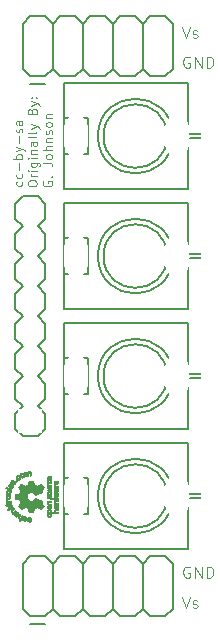
<source format=gbr>
G04 #@! TF.GenerationSoftware,KiCad,Pcbnew,(5.1.5)-3*
G04 #@! TF.CreationDate,2020-03-15T11:50:45-07:00*
G04 #@! TF.ProjectId,bbf-thonkjacks,6262662d-7468-46f6-9e6b-6a61636b732e,rev?*
G04 #@! TF.SameCoordinates,Original*
G04 #@! TF.FileFunction,Legend,Top*
G04 #@! TF.FilePolarity,Positive*
%FSLAX46Y46*%
G04 Gerber Fmt 4.6, Leading zero omitted, Abs format (unit mm)*
G04 Created by KiCad (PCBNEW (5.1.5)-3) date 2020-03-15 11:50:45*
%MOMM*%
%LPD*%
G04 APERTURE LIST*
%ADD10C,0.121920*%
%ADD11C,0.081280*%
%ADD12C,0.010000*%
%ADD13C,0.127000*%
%ADD14C,0.100000*%
%ADD15C,0.203200*%
%ADD16C,0.152400*%
%ADD17C,3.102000*%
%ADD18C,1.912800*%
%ADD19O,2.003200X3.503200*%
%ADD20C,2.082800*%
%ADD21R,2.082800X2.082800*%
G04 APERTURE END LIST*
D10*
X140172560Y-93609616D02*
X140209330Y-93683155D01*
X140209330Y-93830233D01*
X140172560Y-93903772D01*
X140135791Y-93940542D01*
X140062252Y-93977311D01*
X139841635Y-93977311D01*
X139768096Y-93940542D01*
X139731326Y-93903772D01*
X139694557Y-93830233D01*
X139694557Y-93683155D01*
X139731326Y-93609616D01*
X140172560Y-92947765D02*
X140209330Y-93021304D01*
X140209330Y-93168382D01*
X140172560Y-93241921D01*
X140135791Y-93278690D01*
X140062252Y-93315460D01*
X139841635Y-93315460D01*
X139768096Y-93278690D01*
X139731326Y-93241921D01*
X139694557Y-93168382D01*
X139694557Y-93021304D01*
X139731326Y-92947765D01*
X139915174Y-92616839D02*
X139915174Y-92028527D01*
X140209330Y-91660831D02*
X139437170Y-91660831D01*
X139731326Y-91660831D02*
X139694557Y-91587292D01*
X139694557Y-91440214D01*
X139731326Y-91366675D01*
X139768096Y-91329906D01*
X139841635Y-91293136D01*
X140062252Y-91293136D01*
X140135791Y-91329906D01*
X140172560Y-91366675D01*
X140209330Y-91440214D01*
X140209330Y-91587292D01*
X140172560Y-91660831D01*
X139694557Y-91035750D02*
X140209330Y-90851902D01*
X139694557Y-90668054D02*
X140209330Y-90851902D01*
X140393178Y-90925441D01*
X140429947Y-90962210D01*
X140466717Y-91035750D01*
X139915174Y-90373898D02*
X139915174Y-89785586D01*
X140172560Y-89454660D02*
X140209330Y-89381121D01*
X140209330Y-89234043D01*
X140172560Y-89160504D01*
X140099021Y-89123734D01*
X140062252Y-89123734D01*
X139988713Y-89160504D01*
X139951943Y-89234043D01*
X139951943Y-89344351D01*
X139915174Y-89417890D01*
X139841635Y-89454660D01*
X139804865Y-89454660D01*
X139731326Y-89417890D01*
X139694557Y-89344351D01*
X139694557Y-89234043D01*
X139731326Y-89160504D01*
X140209330Y-88461883D02*
X139804865Y-88461883D01*
X139731326Y-88498652D01*
X139694557Y-88572191D01*
X139694557Y-88719270D01*
X139731326Y-88792809D01*
X140172560Y-88461883D02*
X140209330Y-88535422D01*
X140209330Y-88719270D01*
X140172560Y-88792809D01*
X140099021Y-88829578D01*
X140025482Y-88829578D01*
X139951943Y-88792809D01*
X139915174Y-88719270D01*
X139915174Y-88535422D01*
X139878404Y-88461883D01*
X140660910Y-93839826D02*
X140660910Y-93692748D01*
X140697680Y-93619209D01*
X140771219Y-93545670D01*
X140918297Y-93508900D01*
X141175683Y-93508900D01*
X141322761Y-93545670D01*
X141396300Y-93619209D01*
X141433070Y-93692748D01*
X141433070Y-93839826D01*
X141396300Y-93913365D01*
X141322761Y-93986904D01*
X141175683Y-94023673D01*
X140918297Y-94023673D01*
X140771219Y-93986904D01*
X140697680Y-93913365D01*
X140660910Y-93839826D01*
X141433070Y-93177974D02*
X140918297Y-93177974D01*
X141065375Y-93177974D02*
X140991836Y-93141205D01*
X140955066Y-93104435D01*
X140918297Y-93030896D01*
X140918297Y-92957357D01*
X141433070Y-92699971D02*
X140918297Y-92699971D01*
X140660910Y-92699971D02*
X140697680Y-92736740D01*
X140734449Y-92699971D01*
X140697680Y-92663201D01*
X140660910Y-92699971D01*
X140734449Y-92699971D01*
X140918297Y-92001350D02*
X141543379Y-92001350D01*
X141616918Y-92038119D01*
X141653687Y-92074889D01*
X141690457Y-92148428D01*
X141690457Y-92258736D01*
X141653687Y-92332275D01*
X141396300Y-92001350D02*
X141433070Y-92074889D01*
X141433070Y-92221967D01*
X141396300Y-92295506D01*
X141359531Y-92332275D01*
X141285992Y-92369045D01*
X141065375Y-92369045D01*
X140991836Y-92332275D01*
X140955066Y-92295506D01*
X140918297Y-92221967D01*
X140918297Y-92074889D01*
X140955066Y-92001350D01*
X141433070Y-91633654D02*
X140918297Y-91633654D01*
X140660910Y-91633654D02*
X140697680Y-91670424D01*
X140734449Y-91633654D01*
X140697680Y-91596885D01*
X140660910Y-91633654D01*
X140734449Y-91633654D01*
X140918297Y-91265959D02*
X141433070Y-91265959D01*
X140991836Y-91265959D02*
X140955066Y-91229190D01*
X140918297Y-91155651D01*
X140918297Y-91045342D01*
X140955066Y-90971803D01*
X141028605Y-90935033D01*
X141433070Y-90935033D01*
X141433070Y-90236412D02*
X141028605Y-90236412D01*
X140955066Y-90273182D01*
X140918297Y-90346721D01*
X140918297Y-90493799D01*
X140955066Y-90567338D01*
X141396300Y-90236412D02*
X141433070Y-90309952D01*
X141433070Y-90493799D01*
X141396300Y-90567338D01*
X141322761Y-90604108D01*
X141249222Y-90604108D01*
X141175683Y-90567338D01*
X141138914Y-90493799D01*
X141138914Y-90309952D01*
X141102144Y-90236412D01*
X141433070Y-89758409D02*
X141396300Y-89831948D01*
X141322761Y-89868717D01*
X140660910Y-89868717D01*
X141433070Y-89353944D02*
X141396300Y-89427483D01*
X141322761Y-89464252D01*
X140660910Y-89464252D01*
X140918297Y-89133327D02*
X141433070Y-88949479D01*
X140918297Y-88765632D02*
X141433070Y-88949479D01*
X141616918Y-89023018D01*
X141653687Y-89059788D01*
X141690457Y-89133327D01*
X141028605Y-87625776D02*
X141065375Y-87515468D01*
X141102144Y-87478698D01*
X141175683Y-87441929D01*
X141285992Y-87441929D01*
X141359531Y-87478698D01*
X141396300Y-87515468D01*
X141433070Y-87589007D01*
X141433070Y-87883163D01*
X140660910Y-87883163D01*
X140660910Y-87625776D01*
X140697680Y-87552237D01*
X140734449Y-87515468D01*
X140807988Y-87478698D01*
X140881527Y-87478698D01*
X140955066Y-87515468D01*
X140991836Y-87552237D01*
X141028605Y-87625776D01*
X141028605Y-87883163D01*
X140918297Y-87184542D02*
X141433070Y-87000694D01*
X140918297Y-86816847D02*
X141433070Y-87000694D01*
X141616918Y-87074233D01*
X141653687Y-87111003D01*
X141690457Y-87184542D01*
X141359531Y-86522691D02*
X141396300Y-86485921D01*
X141433070Y-86522691D01*
X141396300Y-86559460D01*
X141359531Y-86522691D01*
X141433070Y-86522691D01*
X140955066Y-86522691D02*
X140991836Y-86485921D01*
X141028605Y-86522691D01*
X140991836Y-86559460D01*
X140955066Y-86522691D01*
X141028605Y-86522691D01*
X141977840Y-93582439D02*
X141941070Y-93655978D01*
X141941070Y-93766287D01*
X141977840Y-93876595D01*
X142051379Y-93950134D01*
X142124918Y-93986904D01*
X142271996Y-94023673D01*
X142382304Y-94023673D01*
X142529382Y-93986904D01*
X142602921Y-93950134D01*
X142676460Y-93876595D01*
X142713230Y-93766287D01*
X142713230Y-93692748D01*
X142676460Y-93582439D01*
X142639691Y-93545670D01*
X142382304Y-93545670D01*
X142382304Y-93692748D01*
X142639691Y-93214744D02*
X142676460Y-93177974D01*
X142713230Y-93214744D01*
X142676460Y-93251513D01*
X142639691Y-93214744D01*
X142713230Y-93214744D01*
X141941070Y-92038119D02*
X142492613Y-92038119D01*
X142602921Y-92074889D01*
X142676460Y-92148428D01*
X142713230Y-92258736D01*
X142713230Y-92332275D01*
X142713230Y-91560115D02*
X142676460Y-91633654D01*
X142639691Y-91670424D01*
X142566152Y-91707193D01*
X142345535Y-91707193D01*
X142271996Y-91670424D01*
X142235226Y-91633654D01*
X142198457Y-91560115D01*
X142198457Y-91449807D01*
X142235226Y-91376268D01*
X142271996Y-91339498D01*
X142345535Y-91302729D01*
X142566152Y-91302729D01*
X142639691Y-91339498D01*
X142676460Y-91376268D01*
X142713230Y-91449807D01*
X142713230Y-91560115D01*
X142713230Y-90971803D02*
X141941070Y-90971803D01*
X142713230Y-90640877D02*
X142308765Y-90640877D01*
X142235226Y-90677647D01*
X142198457Y-90751186D01*
X142198457Y-90861494D01*
X142235226Y-90935033D01*
X142271996Y-90971803D01*
X142198457Y-90273182D02*
X142713230Y-90273182D01*
X142271996Y-90273182D02*
X142235226Y-90236412D01*
X142198457Y-90162873D01*
X142198457Y-90052565D01*
X142235226Y-89979026D01*
X142308765Y-89942256D01*
X142713230Y-89942256D01*
X142676460Y-89611331D02*
X142713230Y-89537792D01*
X142713230Y-89390713D01*
X142676460Y-89317174D01*
X142602921Y-89280405D01*
X142566152Y-89280405D01*
X142492613Y-89317174D01*
X142455843Y-89390713D01*
X142455843Y-89501022D01*
X142419074Y-89574561D01*
X142345535Y-89611331D01*
X142308765Y-89611331D01*
X142235226Y-89574561D01*
X142198457Y-89501022D01*
X142198457Y-89390713D01*
X142235226Y-89317174D01*
X142713230Y-88839171D02*
X142676460Y-88912710D01*
X142639691Y-88949479D01*
X142566152Y-88986249D01*
X142345535Y-88986249D01*
X142271996Y-88949479D01*
X142235226Y-88912710D01*
X142198457Y-88839171D01*
X142198457Y-88728862D01*
X142235226Y-88655323D01*
X142271996Y-88618553D01*
X142345535Y-88581784D01*
X142566152Y-88581784D01*
X142639691Y-88618553D01*
X142676460Y-88655323D01*
X142713230Y-88728862D01*
X142713230Y-88839171D01*
X142198457Y-88250858D02*
X142713230Y-88250858D01*
X142271996Y-88250858D02*
X142235226Y-88214089D01*
X142198457Y-88140550D01*
X142198457Y-88030241D01*
X142235226Y-87956702D01*
X142308765Y-87919932D01*
X142713230Y-87919932D01*
D11*
X154369322Y-83078438D02*
X154277398Y-83032476D01*
X154139512Y-83032476D01*
X154001627Y-83078438D01*
X153909703Y-83170361D01*
X153863741Y-83262285D01*
X153817779Y-83446133D01*
X153817779Y-83584018D01*
X153863741Y-83767866D01*
X153909703Y-83859790D01*
X154001627Y-83951714D01*
X154139512Y-83997676D01*
X154231436Y-83997676D01*
X154369322Y-83951714D01*
X154415284Y-83905752D01*
X154415284Y-83584018D01*
X154231436Y-83584018D01*
X154828941Y-83997676D02*
X154828941Y-83032476D01*
X155380484Y-83997676D01*
X155380484Y-83032476D01*
X155840103Y-83997676D02*
X155840103Y-83032476D01*
X156069912Y-83032476D01*
X156207798Y-83078438D01*
X156299722Y-83170361D01*
X156345684Y-83262285D01*
X156391646Y-83446133D01*
X156391646Y-83584018D01*
X156345684Y-83767866D01*
X156299722Y-83859790D01*
X156207798Y-83951714D01*
X156069912Y-83997676D01*
X155840103Y-83997676D01*
X154369322Y-126258438D02*
X154277398Y-126212476D01*
X154139512Y-126212476D01*
X154001627Y-126258438D01*
X153909703Y-126350361D01*
X153863741Y-126442285D01*
X153817779Y-126626133D01*
X153817779Y-126764018D01*
X153863741Y-126947866D01*
X153909703Y-127039790D01*
X154001627Y-127131714D01*
X154139512Y-127177676D01*
X154231436Y-127177676D01*
X154369322Y-127131714D01*
X154415284Y-127085752D01*
X154415284Y-126764018D01*
X154231436Y-126764018D01*
X154828941Y-127177676D02*
X154828941Y-126212476D01*
X155380484Y-127177676D01*
X155380484Y-126212476D01*
X155840103Y-127177676D02*
X155840103Y-126212476D01*
X156069912Y-126212476D01*
X156207798Y-126258438D01*
X156299722Y-126350361D01*
X156345684Y-126442285D01*
X156391646Y-126626133D01*
X156391646Y-126764018D01*
X156345684Y-126947866D01*
X156299722Y-127039790D01*
X156207798Y-127131714D01*
X156069912Y-127177676D01*
X155840103Y-127177676D01*
X153725855Y-128752476D02*
X154047589Y-129717676D01*
X154369322Y-128752476D01*
X154645093Y-129671714D02*
X154737017Y-129717676D01*
X154920865Y-129717676D01*
X155012789Y-129671714D01*
X155058751Y-129579790D01*
X155058751Y-129533828D01*
X155012789Y-129441904D01*
X154920865Y-129395942D01*
X154782979Y-129395942D01*
X154691055Y-129349980D01*
X154645093Y-129258057D01*
X154645093Y-129212095D01*
X154691055Y-129120171D01*
X154782979Y-129074209D01*
X154920865Y-129074209D01*
X155012789Y-129120171D01*
X153725855Y-80492476D02*
X154047589Y-81457676D01*
X154369322Y-80492476D01*
X154645093Y-81411714D02*
X154737017Y-81457676D01*
X154920865Y-81457676D01*
X155012789Y-81411714D01*
X155058751Y-81319790D01*
X155058751Y-81273828D01*
X155012789Y-81181904D01*
X154920865Y-81135942D01*
X154782979Y-81135942D01*
X154691055Y-81089980D01*
X154645093Y-80998057D01*
X154645093Y-80952095D01*
X154691055Y-80860171D01*
X154782979Y-80814209D01*
X154920865Y-80814209D01*
X155012789Y-80860171D01*
D12*
G04 #@! TO.C,G\002A\002A\002A*
G36*
X142858943Y-119675297D02*
G01*
X142863765Y-119642674D01*
X142872122Y-119616090D01*
X142884296Y-119594881D01*
X142900571Y-119578387D01*
X142920844Y-119566125D01*
X142925939Y-119563895D01*
X142931277Y-119562100D01*
X142937742Y-119560691D01*
X142946216Y-119559620D01*
X142957583Y-119558839D01*
X142972724Y-119558301D01*
X142992523Y-119557956D01*
X143017862Y-119557756D01*
X143049625Y-119557653D01*
X143076762Y-119557613D01*
X143114137Y-119557609D01*
X143144337Y-119557713D01*
X143168125Y-119557957D01*
X143186264Y-119558372D01*
X143199516Y-119558988D01*
X143208645Y-119559837D01*
X143214413Y-119560950D01*
X143217582Y-119562359D01*
X143218584Y-119563406D01*
X143220590Y-119570371D01*
X143221979Y-119582410D01*
X143222408Y-119594164D01*
X143221826Y-119609526D01*
X143219603Y-119619424D01*
X143215160Y-119626259D01*
X143214532Y-119626906D01*
X143207405Y-119632734D01*
X143202575Y-119634843D01*
X143202022Y-119637774D01*
X143205226Y-119645196D01*
X143207870Y-119649726D01*
X143219154Y-119674526D01*
X143225090Y-119702905D01*
X143225438Y-119732367D01*
X143219960Y-119760417D01*
X143218808Y-119763828D01*
X143212173Y-119781946D01*
X143206946Y-119794481D01*
X143202082Y-119803397D01*
X143196538Y-119810661D01*
X143190606Y-119816908D01*
X143171061Y-119832739D01*
X143149810Y-119841981D01*
X143124667Y-119845528D01*
X143120235Y-119845626D01*
X143118442Y-119845555D01*
X143118442Y-119774450D01*
X143131199Y-119771762D01*
X143141010Y-119764815D01*
X143148129Y-119750937D01*
X143152621Y-119729933D01*
X143154547Y-119701607D01*
X143154594Y-119698884D01*
X143154225Y-119680981D01*
X143152169Y-119668029D01*
X143147893Y-119657128D01*
X143146425Y-119654401D01*
X143134421Y-119640654D01*
X143117696Y-119632625D01*
X143097383Y-119630669D01*
X143080112Y-119633500D01*
X143070708Y-119636017D01*
X143072416Y-119693970D01*
X143073414Y-119717294D01*
X143074863Y-119737004D01*
X143076631Y-119751718D01*
X143078585Y-119760051D01*
X143078839Y-119760583D01*
X143087754Y-119769251D01*
X143101673Y-119774027D01*
X143118442Y-119774450D01*
X143118442Y-119845555D01*
X143094768Y-119844617D01*
X143074678Y-119840465D01*
X143057724Y-119832252D01*
X143041665Y-119819063D01*
X143032893Y-119809900D01*
X143026088Y-119801639D01*
X143020855Y-119792989D01*
X143016889Y-119782654D01*
X143013884Y-119769341D01*
X143011533Y-119751754D01*
X143009530Y-119728598D01*
X143007917Y-119704297D01*
X143006028Y-119677106D01*
X143003789Y-119657003D01*
X143000603Y-119643141D01*
X142995877Y-119634673D01*
X142989017Y-119630755D01*
X142979429Y-119630539D01*
X142966517Y-119633178D01*
X142959333Y-119635109D01*
X142946794Y-119640388D01*
X142938002Y-119648898D01*
X142932427Y-119661802D01*
X142929543Y-119680263D01*
X142928811Y-119702312D01*
X142929139Y-119721637D01*
X142930341Y-119735123D01*
X142932741Y-119744849D01*
X142936664Y-119752895D01*
X142936734Y-119753010D01*
X142942012Y-119763834D01*
X142944602Y-119773400D01*
X142944657Y-119774477D01*
X142942373Y-119781821D01*
X142936520Y-119792359D01*
X142928597Y-119804035D01*
X142920100Y-119814792D01*
X142912527Y-119822576D01*
X142907603Y-119825343D01*
X142901410Y-119822342D01*
X142892710Y-119814631D01*
X142883328Y-119804149D01*
X142875094Y-119792835D01*
X142872066Y-119787640D01*
X142864509Y-119770631D01*
X142859915Y-119753059D01*
X142857743Y-119732235D01*
X142857374Y-119714618D01*
X142858943Y-119675297D01*
G37*
X142858943Y-119675297D02*
X142863765Y-119642674D01*
X142872122Y-119616090D01*
X142884296Y-119594881D01*
X142900571Y-119578387D01*
X142920844Y-119566125D01*
X142925939Y-119563895D01*
X142931277Y-119562100D01*
X142937742Y-119560691D01*
X142946216Y-119559620D01*
X142957583Y-119558839D01*
X142972724Y-119558301D01*
X142992523Y-119557956D01*
X143017862Y-119557756D01*
X143049625Y-119557653D01*
X143076762Y-119557613D01*
X143114137Y-119557609D01*
X143144337Y-119557713D01*
X143168125Y-119557957D01*
X143186264Y-119558372D01*
X143199516Y-119558988D01*
X143208645Y-119559837D01*
X143214413Y-119560950D01*
X143217582Y-119562359D01*
X143218584Y-119563406D01*
X143220590Y-119570371D01*
X143221979Y-119582410D01*
X143222408Y-119594164D01*
X143221826Y-119609526D01*
X143219603Y-119619424D01*
X143215160Y-119626259D01*
X143214532Y-119626906D01*
X143207405Y-119632734D01*
X143202575Y-119634843D01*
X143202022Y-119637774D01*
X143205226Y-119645196D01*
X143207870Y-119649726D01*
X143219154Y-119674526D01*
X143225090Y-119702905D01*
X143225438Y-119732367D01*
X143219960Y-119760417D01*
X143218808Y-119763828D01*
X143212173Y-119781946D01*
X143206946Y-119794481D01*
X143202082Y-119803397D01*
X143196538Y-119810661D01*
X143190606Y-119816908D01*
X143171061Y-119832739D01*
X143149810Y-119841981D01*
X143124667Y-119845528D01*
X143120235Y-119845626D01*
X143118442Y-119845555D01*
X143118442Y-119774450D01*
X143131199Y-119771762D01*
X143141010Y-119764815D01*
X143148129Y-119750937D01*
X143152621Y-119729933D01*
X143154547Y-119701607D01*
X143154594Y-119698884D01*
X143154225Y-119680981D01*
X143152169Y-119668029D01*
X143147893Y-119657128D01*
X143146425Y-119654401D01*
X143134421Y-119640654D01*
X143117696Y-119632625D01*
X143097383Y-119630669D01*
X143080112Y-119633500D01*
X143070708Y-119636017D01*
X143072416Y-119693970D01*
X143073414Y-119717294D01*
X143074863Y-119737004D01*
X143076631Y-119751718D01*
X143078585Y-119760051D01*
X143078839Y-119760583D01*
X143087754Y-119769251D01*
X143101673Y-119774027D01*
X143118442Y-119774450D01*
X143118442Y-119845555D01*
X143094768Y-119844617D01*
X143074678Y-119840465D01*
X143057724Y-119832252D01*
X143041665Y-119819063D01*
X143032893Y-119809900D01*
X143026088Y-119801639D01*
X143020855Y-119792989D01*
X143016889Y-119782654D01*
X143013884Y-119769341D01*
X143011533Y-119751754D01*
X143009530Y-119728598D01*
X143007917Y-119704297D01*
X143006028Y-119677106D01*
X143003789Y-119657003D01*
X143000603Y-119643141D01*
X142995877Y-119634673D01*
X142989017Y-119630755D01*
X142979429Y-119630539D01*
X142966517Y-119633178D01*
X142959333Y-119635109D01*
X142946794Y-119640388D01*
X142938002Y-119648898D01*
X142932427Y-119661802D01*
X142929543Y-119680263D01*
X142928811Y-119702312D01*
X142929139Y-119721637D01*
X142930341Y-119735123D01*
X142932741Y-119744849D01*
X142936664Y-119752895D01*
X142936734Y-119753010D01*
X142942012Y-119763834D01*
X142944602Y-119773400D01*
X142944657Y-119774477D01*
X142942373Y-119781821D01*
X142936520Y-119792359D01*
X142928597Y-119804035D01*
X142920100Y-119814792D01*
X142912527Y-119822576D01*
X142907603Y-119825343D01*
X142901410Y-119822342D01*
X142892710Y-119814631D01*
X142883328Y-119804149D01*
X142875094Y-119792835D01*
X142872066Y-119787640D01*
X142864509Y-119770631D01*
X142859915Y-119753059D01*
X142857743Y-119732235D01*
X142857374Y-119714618D01*
X142858943Y-119675297D01*
G36*
X142290078Y-121460164D02*
G01*
X142291140Y-121446472D01*
X142293402Y-121435982D01*
X142297263Y-121426332D01*
X142299626Y-121421641D01*
X142312371Y-121400845D01*
X142326618Y-121385663D01*
X142344694Y-121373817D01*
X142352318Y-121370054D01*
X142360660Y-121366351D01*
X142368388Y-121363594D01*
X142376891Y-121361612D01*
X142387554Y-121360236D01*
X142401768Y-121359297D01*
X142420918Y-121358624D01*
X142446393Y-121358047D01*
X142451205Y-121357952D01*
X142485429Y-121357641D01*
X142515011Y-121358114D01*
X142538853Y-121359337D01*
X142555503Y-121361213D01*
X142585236Y-121369768D01*
X142610238Y-121384017D01*
X142630132Y-121403014D01*
X142644536Y-121425817D01*
X142653073Y-121451478D01*
X142655363Y-121479054D01*
X142651027Y-121507600D01*
X142639685Y-121536170D01*
X142631320Y-121550092D01*
X142619488Y-121567625D01*
X142888755Y-121567625D01*
X142874532Y-121543748D01*
X142867376Y-121530932D01*
X142862894Y-121519952D01*
X142860283Y-121507888D01*
X142858740Y-121491821D01*
X142858307Y-121484767D01*
X142857513Y-121467420D01*
X142857838Y-121455169D01*
X142859779Y-121445200D01*
X142863833Y-121434694D01*
X142869091Y-121423689D01*
X142885201Y-121398244D01*
X142905734Y-121379066D01*
X142931632Y-121365289D01*
X142933251Y-121364663D01*
X142939247Y-121362624D01*
X142945956Y-121360995D01*
X142954300Y-121359731D01*
X142965202Y-121358787D01*
X142979582Y-121358118D01*
X142998363Y-121357678D01*
X143022465Y-121357422D01*
X143052811Y-121357305D01*
X143083704Y-121357281D01*
X143214728Y-121357281D01*
X143218598Y-121367461D01*
X143221195Y-121378540D01*
X143222323Y-121392383D01*
X143222034Y-121406322D01*
X143220379Y-121417688D01*
X143217508Y-121423738D01*
X143212306Y-121424878D01*
X143200089Y-121426068D01*
X143181778Y-121427256D01*
X143158294Y-121428393D01*
X143130561Y-121429429D01*
X143099498Y-121430312D01*
X143095605Y-121430405D01*
X143061704Y-121431235D01*
X143034791Y-121432011D01*
X143013916Y-121432811D01*
X142998133Y-121433712D01*
X142986490Y-121434793D01*
X142978041Y-121436130D01*
X142971837Y-121437802D01*
X142966928Y-121439885D01*
X142964636Y-121441121D01*
X142950301Y-121450936D01*
X142941225Y-121462039D01*
X142936386Y-121476446D01*
X142934764Y-121496173D01*
X142934735Y-121500156D01*
X142935938Y-121521092D01*
X142940227Y-121536253D01*
X142948619Y-121547524D01*
X142962131Y-121556794D01*
X142966485Y-121559048D01*
X142971692Y-121561358D01*
X142977604Y-121563193D01*
X142985199Y-121564624D01*
X142995454Y-121565719D01*
X143009348Y-121566548D01*
X143027858Y-121567180D01*
X143051962Y-121567686D01*
X143082639Y-121568134D01*
X143096813Y-121568310D01*
X143130044Y-121568740D01*
X143156232Y-121569177D01*
X143176269Y-121569689D01*
X143191050Y-121570342D01*
X143201468Y-121571204D01*
X143208417Y-121572342D01*
X143212790Y-121573824D01*
X143215482Y-121575718D01*
X143216868Y-121577357D01*
X143219984Y-121585857D01*
X143221852Y-121599193D01*
X143222388Y-121614350D01*
X143221508Y-121628313D01*
X143219128Y-121638067D01*
X143218585Y-121639062D01*
X143217227Y-121640056D01*
X143214181Y-121640941D01*
X143208998Y-121641723D01*
X143201225Y-121642413D01*
X143190414Y-121643016D01*
X143176113Y-121643542D01*
X143157872Y-121643999D01*
X143135241Y-121644394D01*
X143107769Y-121644736D01*
X143075006Y-121645033D01*
X143036501Y-121645292D01*
X142991804Y-121645522D01*
X142940465Y-121645731D01*
X142882032Y-121645927D01*
X142824748Y-121646094D01*
X142767974Y-121646217D01*
X142712199Y-121646273D01*
X142658097Y-121646265D01*
X142606343Y-121646196D01*
X142557611Y-121646068D01*
X142512578Y-121645884D01*
X142471917Y-121645648D01*
X142463037Y-121645577D01*
X142463037Y-121569765D01*
X142492769Y-121568782D01*
X142499465Y-121568122D01*
X142526220Y-121563967D01*
X142546221Y-121557991D01*
X142560537Y-121549721D01*
X142570236Y-121538679D01*
X142571792Y-121535954D01*
X142577475Y-121518685D01*
X142579261Y-121498110D01*
X142577108Y-121477856D01*
X142572580Y-121464437D01*
X142563155Y-121452005D01*
X142548365Y-121442538D01*
X142527381Y-121435638D01*
X142504021Y-121431491D01*
X142479443Y-121429715D01*
X142453331Y-121430300D01*
X142428057Y-121433000D01*
X142405994Y-121437566D01*
X142390291Y-121443346D01*
X142374882Y-121455461D01*
X142365081Y-121472823D01*
X142361290Y-121494689D01*
X142361256Y-121497099D01*
X142363993Y-121520990D01*
X142371996Y-121539950D01*
X142384926Y-121553274D01*
X142389423Y-121555918D01*
X142409213Y-121563094D01*
X142434468Y-121567789D01*
X142463037Y-121569765D01*
X142463037Y-121645577D01*
X142436304Y-121645362D01*
X142406412Y-121645029D01*
X142382919Y-121644652D01*
X142366497Y-121644235D01*
X142363235Y-121644110D01*
X142291797Y-121641047D01*
X142290593Y-121615372D01*
X142290320Y-121594753D01*
X142291910Y-121581102D01*
X142295546Y-121573629D01*
X142300802Y-121571533D01*
X142310047Y-121570311D01*
X142313909Y-121566189D01*
X142312490Y-121558166D01*
X142305892Y-121545239D01*
X142303825Y-121541752D01*
X142297360Y-121530609D01*
X142293268Y-121521584D01*
X142291008Y-121512271D01*
X142290037Y-121500260D01*
X142289815Y-121483145D01*
X142289813Y-121479422D01*
X142290078Y-121460164D01*
G37*
X142290078Y-121460164D02*
X142291140Y-121446472D01*
X142293402Y-121435982D01*
X142297263Y-121426332D01*
X142299626Y-121421641D01*
X142312371Y-121400845D01*
X142326618Y-121385663D01*
X142344694Y-121373817D01*
X142352318Y-121370054D01*
X142360660Y-121366351D01*
X142368388Y-121363594D01*
X142376891Y-121361612D01*
X142387554Y-121360236D01*
X142401768Y-121359297D01*
X142420918Y-121358624D01*
X142446393Y-121358047D01*
X142451205Y-121357952D01*
X142485429Y-121357641D01*
X142515011Y-121358114D01*
X142538853Y-121359337D01*
X142555503Y-121361213D01*
X142585236Y-121369768D01*
X142610238Y-121384017D01*
X142630132Y-121403014D01*
X142644536Y-121425817D01*
X142653073Y-121451478D01*
X142655363Y-121479054D01*
X142651027Y-121507600D01*
X142639685Y-121536170D01*
X142631320Y-121550092D01*
X142619488Y-121567625D01*
X142888755Y-121567625D01*
X142874532Y-121543748D01*
X142867376Y-121530932D01*
X142862894Y-121519952D01*
X142860283Y-121507888D01*
X142858740Y-121491821D01*
X142858307Y-121484767D01*
X142857513Y-121467420D01*
X142857838Y-121455169D01*
X142859779Y-121445200D01*
X142863833Y-121434694D01*
X142869091Y-121423689D01*
X142885201Y-121398244D01*
X142905734Y-121379066D01*
X142931632Y-121365289D01*
X142933251Y-121364663D01*
X142939247Y-121362624D01*
X142945956Y-121360995D01*
X142954300Y-121359731D01*
X142965202Y-121358787D01*
X142979582Y-121358118D01*
X142998363Y-121357678D01*
X143022465Y-121357422D01*
X143052811Y-121357305D01*
X143083704Y-121357281D01*
X143214728Y-121357281D01*
X143218598Y-121367461D01*
X143221195Y-121378540D01*
X143222323Y-121392383D01*
X143222034Y-121406322D01*
X143220379Y-121417688D01*
X143217508Y-121423738D01*
X143212306Y-121424878D01*
X143200089Y-121426068D01*
X143181778Y-121427256D01*
X143158294Y-121428393D01*
X143130561Y-121429429D01*
X143099498Y-121430312D01*
X143095605Y-121430405D01*
X143061704Y-121431235D01*
X143034791Y-121432011D01*
X143013916Y-121432811D01*
X142998133Y-121433712D01*
X142986490Y-121434793D01*
X142978041Y-121436130D01*
X142971837Y-121437802D01*
X142966928Y-121439885D01*
X142964636Y-121441121D01*
X142950301Y-121450936D01*
X142941225Y-121462039D01*
X142936386Y-121476446D01*
X142934764Y-121496173D01*
X142934735Y-121500156D01*
X142935938Y-121521092D01*
X142940227Y-121536253D01*
X142948619Y-121547524D01*
X142962131Y-121556794D01*
X142966485Y-121559048D01*
X142971692Y-121561358D01*
X142977604Y-121563193D01*
X142985199Y-121564624D01*
X142995454Y-121565719D01*
X143009348Y-121566548D01*
X143027858Y-121567180D01*
X143051962Y-121567686D01*
X143082639Y-121568134D01*
X143096813Y-121568310D01*
X143130044Y-121568740D01*
X143156232Y-121569177D01*
X143176269Y-121569689D01*
X143191050Y-121570342D01*
X143201468Y-121571204D01*
X143208417Y-121572342D01*
X143212790Y-121573824D01*
X143215482Y-121575718D01*
X143216868Y-121577357D01*
X143219984Y-121585857D01*
X143221852Y-121599193D01*
X143222388Y-121614350D01*
X143221508Y-121628313D01*
X143219128Y-121638067D01*
X143218585Y-121639062D01*
X143217227Y-121640056D01*
X143214181Y-121640941D01*
X143208998Y-121641723D01*
X143201225Y-121642413D01*
X143190414Y-121643016D01*
X143176113Y-121643542D01*
X143157872Y-121643999D01*
X143135241Y-121644394D01*
X143107769Y-121644736D01*
X143075006Y-121645033D01*
X143036501Y-121645292D01*
X142991804Y-121645522D01*
X142940465Y-121645731D01*
X142882032Y-121645927D01*
X142824748Y-121646094D01*
X142767974Y-121646217D01*
X142712199Y-121646273D01*
X142658097Y-121646265D01*
X142606343Y-121646196D01*
X142557611Y-121646068D01*
X142512578Y-121645884D01*
X142471917Y-121645648D01*
X142463037Y-121645577D01*
X142463037Y-121569765D01*
X142492769Y-121568782D01*
X142499465Y-121568122D01*
X142526220Y-121563967D01*
X142546221Y-121557991D01*
X142560537Y-121549721D01*
X142570236Y-121538679D01*
X142571792Y-121535954D01*
X142577475Y-121518685D01*
X142579261Y-121498110D01*
X142577108Y-121477856D01*
X142572580Y-121464437D01*
X142563155Y-121452005D01*
X142548365Y-121442538D01*
X142527381Y-121435638D01*
X142504021Y-121431491D01*
X142479443Y-121429715D01*
X142453331Y-121430300D01*
X142428057Y-121433000D01*
X142405994Y-121437566D01*
X142390291Y-121443346D01*
X142374882Y-121455461D01*
X142365081Y-121472823D01*
X142361290Y-121494689D01*
X142361256Y-121497099D01*
X142363993Y-121520990D01*
X142371996Y-121539950D01*
X142384926Y-121553274D01*
X142389423Y-121555918D01*
X142409213Y-121563094D01*
X142434468Y-121567789D01*
X142463037Y-121569765D01*
X142463037Y-121645577D01*
X142436304Y-121645362D01*
X142406412Y-121645029D01*
X142382919Y-121644652D01*
X142366497Y-121644235D01*
X142363235Y-121644110D01*
X142291797Y-121641047D01*
X142290593Y-121615372D01*
X142290320Y-121594753D01*
X142291910Y-121581102D01*
X142295546Y-121573629D01*
X142300802Y-121571533D01*
X142310047Y-121570311D01*
X142313909Y-121566189D01*
X142312490Y-121558166D01*
X142305892Y-121545239D01*
X142303825Y-121541752D01*
X142297360Y-121530609D01*
X142293268Y-121521584D01*
X142291008Y-121512271D01*
X142290037Y-121500260D01*
X142289815Y-121483145D01*
X142289813Y-121479422D01*
X142290078Y-121460164D01*
G36*
X142861584Y-121192114D02*
G01*
X142862080Y-121170381D01*
X142862408Y-121159128D01*
X142863542Y-121129784D01*
X142865166Y-121107003D01*
X142867596Y-121089412D01*
X142871151Y-121075638D01*
X142876147Y-121064307D01*
X142882902Y-121054048D01*
X142888204Y-121047515D01*
X142895241Y-121039513D01*
X142901800Y-121033132D01*
X142908867Y-121028155D01*
X142917433Y-121024364D01*
X142928484Y-121021542D01*
X142943011Y-121019470D01*
X142962000Y-121017932D01*
X142986441Y-121016709D01*
X143017322Y-121015583D01*
X143035938Y-121014974D01*
X143083330Y-121013666D01*
X143123099Y-121013059D01*
X143155527Y-121013162D01*
X143180898Y-121013984D01*
X143199496Y-121015533D01*
X143211603Y-121017818D01*
X143216901Y-121020257D01*
X143220664Y-121028051D01*
X143222363Y-121043429D01*
X143222469Y-121049905D01*
X143221005Y-121068846D01*
X143216421Y-121080927D01*
X143208429Y-121086706D01*
X143203044Y-121087406D01*
X143199800Y-121088246D01*
X143199408Y-121091736D01*
X143202175Y-121099330D01*
X143208274Y-121112211D01*
X143213921Y-121124466D01*
X143217571Y-121135159D01*
X143219710Y-121146769D01*
X143220823Y-121161770D01*
X143221320Y-121178687D01*
X143221274Y-121197412D01*
X143220455Y-121214271D01*
X143219013Y-121226973D01*
X143217823Y-121231885D01*
X143203844Y-121257760D01*
X143183042Y-121279686D01*
X143155568Y-121297505D01*
X143155175Y-121297705D01*
X143143035Y-121302945D01*
X143131611Y-121305091D01*
X143117084Y-121304752D01*
X143113183Y-121304413D01*
X143111344Y-121304117D01*
X143111344Y-121234250D01*
X143118354Y-121232884D01*
X143127887Y-121229603D01*
X143136951Y-121225629D01*
X143142553Y-121222184D01*
X143143154Y-121221249D01*
X143144403Y-121217337D01*
X143147469Y-121208571D01*
X143148933Y-121204484D01*
X143152462Y-121189027D01*
X143154221Y-121169256D01*
X143154176Y-121148411D01*
X143152295Y-121129729D01*
X143149815Y-121119528D01*
X143141583Y-121105074D01*
X143128214Y-121095356D01*
X143108807Y-121089791D01*
X143102832Y-121088971D01*
X143089834Y-121087803D01*
X143082192Y-121088473D01*
X143077418Y-121091584D01*
X143074198Y-121095920D01*
X143071650Y-121100949D01*
X143070139Y-121107606D01*
X143069596Y-121117391D01*
X143069956Y-121131802D01*
X143071150Y-121152338D01*
X143071457Y-121156941D01*
X143072983Y-121176909D01*
X143074642Y-121194432D01*
X143076246Y-121207757D01*
X143077608Y-121215130D01*
X143077751Y-121215545D01*
X143084062Y-121223138D01*
X143094905Y-121229857D01*
X143106936Y-121233840D01*
X143111344Y-121234250D01*
X143111344Y-121304117D01*
X143083372Y-121299609D01*
X143059756Y-121290998D01*
X143041260Y-121277961D01*
X143026811Y-121259878D01*
X143022442Y-121252109D01*
X143018576Y-121243950D01*
X143015654Y-121235610D01*
X143013432Y-121225603D01*
X143011666Y-121212438D01*
X143010115Y-121194629D01*
X143008534Y-121170687D01*
X143008179Y-121164797D01*
X143006535Y-121139275D01*
X143004990Y-121120576D01*
X143003381Y-121107587D01*
X143001543Y-121099197D01*
X142999311Y-121094295D01*
X142997458Y-121092367D01*
X142985938Y-121087893D01*
X142970623Y-121089206D01*
X142956491Y-121093851D01*
X142944916Y-121099878D01*
X142936959Y-121108042D01*
X142932017Y-121119768D01*
X142929492Y-121136482D01*
X142928782Y-121159612D01*
X142928782Y-121159670D01*
X142929090Y-121178538D01*
X142930309Y-121191964D01*
X142932875Y-121202432D01*
X142937226Y-121212422D01*
X142938524Y-121214910D01*
X142948266Y-121233210D01*
X142930453Y-121258535D01*
X142921445Y-121270762D01*
X142913735Y-121280188D01*
X142908746Y-121285095D01*
X142908199Y-121285384D01*
X142902965Y-121283446D01*
X142894968Y-121276401D01*
X142885643Y-121265878D01*
X142876430Y-121253503D01*
X142868764Y-121240904D01*
X142868546Y-121240487D01*
X142865537Y-121234118D01*
X142863444Y-121227516D01*
X142862159Y-121219262D01*
X142861574Y-121207935D01*
X142861584Y-121192114D01*
G37*
X142861584Y-121192114D02*
X142862080Y-121170381D01*
X142862408Y-121159128D01*
X142863542Y-121129784D01*
X142865166Y-121107003D01*
X142867596Y-121089412D01*
X142871151Y-121075638D01*
X142876147Y-121064307D01*
X142882902Y-121054048D01*
X142888204Y-121047515D01*
X142895241Y-121039513D01*
X142901800Y-121033132D01*
X142908867Y-121028155D01*
X142917433Y-121024364D01*
X142928484Y-121021542D01*
X142943011Y-121019470D01*
X142962000Y-121017932D01*
X142986441Y-121016709D01*
X143017322Y-121015583D01*
X143035938Y-121014974D01*
X143083330Y-121013666D01*
X143123099Y-121013059D01*
X143155527Y-121013162D01*
X143180898Y-121013984D01*
X143199496Y-121015533D01*
X143211603Y-121017818D01*
X143216901Y-121020257D01*
X143220664Y-121028051D01*
X143222363Y-121043429D01*
X143222469Y-121049905D01*
X143221005Y-121068846D01*
X143216421Y-121080927D01*
X143208429Y-121086706D01*
X143203044Y-121087406D01*
X143199800Y-121088246D01*
X143199408Y-121091736D01*
X143202175Y-121099330D01*
X143208274Y-121112211D01*
X143213921Y-121124466D01*
X143217571Y-121135159D01*
X143219710Y-121146769D01*
X143220823Y-121161770D01*
X143221320Y-121178687D01*
X143221274Y-121197412D01*
X143220455Y-121214271D01*
X143219013Y-121226973D01*
X143217823Y-121231885D01*
X143203844Y-121257760D01*
X143183042Y-121279686D01*
X143155568Y-121297505D01*
X143155175Y-121297705D01*
X143143035Y-121302945D01*
X143131611Y-121305091D01*
X143117084Y-121304752D01*
X143113183Y-121304413D01*
X143111344Y-121304117D01*
X143111344Y-121234250D01*
X143118354Y-121232884D01*
X143127887Y-121229603D01*
X143136951Y-121225629D01*
X143142553Y-121222184D01*
X143143154Y-121221249D01*
X143144403Y-121217337D01*
X143147469Y-121208571D01*
X143148933Y-121204484D01*
X143152462Y-121189027D01*
X143154221Y-121169256D01*
X143154176Y-121148411D01*
X143152295Y-121129729D01*
X143149815Y-121119528D01*
X143141583Y-121105074D01*
X143128214Y-121095356D01*
X143108807Y-121089791D01*
X143102832Y-121088971D01*
X143089834Y-121087803D01*
X143082192Y-121088473D01*
X143077418Y-121091584D01*
X143074198Y-121095920D01*
X143071650Y-121100949D01*
X143070139Y-121107606D01*
X143069596Y-121117391D01*
X143069956Y-121131802D01*
X143071150Y-121152338D01*
X143071457Y-121156941D01*
X143072983Y-121176909D01*
X143074642Y-121194432D01*
X143076246Y-121207757D01*
X143077608Y-121215130D01*
X143077751Y-121215545D01*
X143084062Y-121223138D01*
X143094905Y-121229857D01*
X143106936Y-121233840D01*
X143111344Y-121234250D01*
X143111344Y-121304117D01*
X143083372Y-121299609D01*
X143059756Y-121290998D01*
X143041260Y-121277961D01*
X143026811Y-121259878D01*
X143022442Y-121252109D01*
X143018576Y-121243950D01*
X143015654Y-121235610D01*
X143013432Y-121225603D01*
X143011666Y-121212438D01*
X143010115Y-121194629D01*
X143008534Y-121170687D01*
X143008179Y-121164797D01*
X143006535Y-121139275D01*
X143004990Y-121120576D01*
X143003381Y-121107587D01*
X143001543Y-121099197D01*
X142999311Y-121094295D01*
X142997458Y-121092367D01*
X142985938Y-121087893D01*
X142970623Y-121089206D01*
X142956491Y-121093851D01*
X142944916Y-121099878D01*
X142936959Y-121108042D01*
X142932017Y-121119768D01*
X142929492Y-121136482D01*
X142928782Y-121159612D01*
X142928782Y-121159670D01*
X142929090Y-121178538D01*
X142930309Y-121191964D01*
X142932875Y-121202432D01*
X142937226Y-121212422D01*
X142938524Y-121214910D01*
X142948266Y-121233210D01*
X142930453Y-121258535D01*
X142921445Y-121270762D01*
X142913735Y-121280188D01*
X142908746Y-121285095D01*
X142908199Y-121285384D01*
X142902965Y-121283446D01*
X142894968Y-121276401D01*
X142885643Y-121265878D01*
X142876430Y-121253503D01*
X142868764Y-121240904D01*
X142868546Y-121240487D01*
X142865537Y-121234118D01*
X142863444Y-121227516D01*
X142862159Y-121219262D01*
X142861574Y-121207935D01*
X142861584Y-121192114D01*
G36*
X142861920Y-120728421D02*
G01*
X142870699Y-120711104D01*
X142875804Y-120703738D01*
X142885058Y-120691149D01*
X142899914Y-120703738D01*
X142917765Y-120719447D01*
X142929799Y-120731595D01*
X142936744Y-120741116D01*
X142939328Y-120748938D01*
X142938985Y-120753682D01*
X142933919Y-120783029D01*
X142933859Y-120806726D01*
X142938972Y-120825413D01*
X142949423Y-120839731D01*
X142963877Y-120849587D01*
X142969528Y-120852269D01*
X142975270Y-120854408D01*
X142982089Y-120856091D01*
X142990972Y-120857406D01*
X143002908Y-120858439D01*
X143018885Y-120859276D01*
X143039889Y-120860005D01*
X143066909Y-120860712D01*
X143098848Y-120861438D01*
X143133657Y-120862273D01*
X143161291Y-120863110D01*
X143182511Y-120864000D01*
X143198080Y-120864994D01*
X143208760Y-120866144D01*
X143215311Y-120867501D01*
X143218498Y-120869116D01*
X143218842Y-120869542D01*
X143220974Y-120877168D01*
X143222077Y-120889698D01*
X143222164Y-120904165D01*
X143221249Y-120917605D01*
X143219343Y-120927051D01*
X143218584Y-120928656D01*
X143216809Y-120930109D01*
X143213036Y-120931310D01*
X143206585Y-120932282D01*
X143196774Y-120933048D01*
X143182922Y-120933632D01*
X143164349Y-120934055D01*
X143140375Y-120934341D01*
X143110317Y-120934513D01*
X143073496Y-120934594D01*
X143042234Y-120934609D01*
X142998843Y-120934563D01*
X142962779Y-120934413D01*
X142933430Y-120934140D01*
X142910186Y-120933728D01*
X142892435Y-120933159D01*
X142879568Y-120932414D01*
X142870974Y-120931477D01*
X142866041Y-120930329D01*
X142864488Y-120929440D01*
X142861324Y-120922335D01*
X142859589Y-120910553D01*
X142859244Y-120896700D01*
X142860251Y-120883382D01*
X142862574Y-120873205D01*
X142865363Y-120869072D01*
X142877029Y-120861862D01*
X142882646Y-120856154D01*
X142883271Y-120849913D01*
X142879962Y-120841103D01*
X142879927Y-120841026D01*
X142870663Y-120819764D01*
X142864556Y-120802743D01*
X142860816Y-120787314D01*
X142858654Y-120770829D01*
X142858502Y-120769103D01*
X142858129Y-120746717D01*
X142861920Y-120728421D01*
G37*
X142861920Y-120728421D02*
X142870699Y-120711104D01*
X142875804Y-120703738D01*
X142885058Y-120691149D01*
X142899914Y-120703738D01*
X142917765Y-120719447D01*
X142929799Y-120731595D01*
X142936744Y-120741116D01*
X142939328Y-120748938D01*
X142938985Y-120753682D01*
X142933919Y-120783029D01*
X142933859Y-120806726D01*
X142938972Y-120825413D01*
X142949423Y-120839731D01*
X142963877Y-120849587D01*
X142969528Y-120852269D01*
X142975270Y-120854408D01*
X142982089Y-120856091D01*
X142990972Y-120857406D01*
X143002908Y-120858439D01*
X143018885Y-120859276D01*
X143039889Y-120860005D01*
X143066909Y-120860712D01*
X143098848Y-120861438D01*
X143133657Y-120862273D01*
X143161291Y-120863110D01*
X143182511Y-120864000D01*
X143198080Y-120864994D01*
X143208760Y-120866144D01*
X143215311Y-120867501D01*
X143218498Y-120869116D01*
X143218842Y-120869542D01*
X143220974Y-120877168D01*
X143222077Y-120889698D01*
X143222164Y-120904165D01*
X143221249Y-120917605D01*
X143219343Y-120927051D01*
X143218584Y-120928656D01*
X143216809Y-120930109D01*
X143213036Y-120931310D01*
X143206585Y-120932282D01*
X143196774Y-120933048D01*
X143182922Y-120933632D01*
X143164349Y-120934055D01*
X143140375Y-120934341D01*
X143110317Y-120934513D01*
X143073496Y-120934594D01*
X143042234Y-120934609D01*
X142998843Y-120934563D01*
X142962779Y-120934413D01*
X142933430Y-120934140D01*
X142910186Y-120933728D01*
X142892435Y-120933159D01*
X142879568Y-120932414D01*
X142870974Y-120931477D01*
X142866041Y-120930329D01*
X142864488Y-120929440D01*
X142861324Y-120922335D01*
X142859589Y-120910553D01*
X142859244Y-120896700D01*
X142860251Y-120883382D01*
X142862574Y-120873205D01*
X142865363Y-120869072D01*
X142877029Y-120861862D01*
X142882646Y-120856154D01*
X142883271Y-120849913D01*
X142879962Y-120841103D01*
X142879927Y-120841026D01*
X142870663Y-120819764D01*
X142864556Y-120802743D01*
X142860816Y-120787314D01*
X142858654Y-120770829D01*
X142858502Y-120769103D01*
X142858129Y-120746717D01*
X142861920Y-120728421D01*
G36*
X142714530Y-120437240D02*
G01*
X142715025Y-120422909D01*
X142716260Y-120411435D01*
X142717847Y-120405602D01*
X142719900Y-120404525D01*
X142724926Y-120403617D01*
X142733441Y-120402872D01*
X142745959Y-120402279D01*
X142762996Y-120401831D01*
X142785066Y-120401521D01*
X142812686Y-120401339D01*
X142846369Y-120401278D01*
X142886633Y-120401329D01*
X142933991Y-120401484D01*
X142967964Y-120401633D01*
X143019018Y-120401893D01*
X143062701Y-120402166D01*
X143099580Y-120402468D01*
X143130221Y-120402816D01*
X143155191Y-120403224D01*
X143175056Y-120403711D01*
X143190383Y-120404290D01*
X143201739Y-120404979D01*
X143209690Y-120405794D01*
X143214803Y-120406750D01*
X143217644Y-120407865D01*
X143218586Y-120408750D01*
X143221033Y-120417045D01*
X143222193Y-120430126D01*
X143222054Y-120444944D01*
X143220605Y-120458451D01*
X143218790Y-120465535D01*
X143212100Y-120474074D01*
X143204859Y-120477786D01*
X143194608Y-120480359D01*
X143207546Y-120505078D01*
X143213829Y-120517882D01*
X143217779Y-120528878D01*
X143220011Y-120540815D01*
X143221139Y-120556442D01*
X143221509Y-120567500D01*
X143221654Y-120587747D01*
X143220655Y-120601975D01*
X143218307Y-120612048D01*
X143216036Y-120617109D01*
X143198879Y-120642068D01*
X143177679Y-120662525D01*
X143162542Y-120672504D01*
X143153963Y-120676926D01*
X143145953Y-120680149D01*
X143136913Y-120682452D01*
X143125244Y-120684115D01*
X143109347Y-120685418D01*
X143087622Y-120686639D01*
X143079288Y-120687053D01*
X143041776Y-120688326D01*
X143041776Y-120613140D01*
X143065011Y-120613065D01*
X143081872Y-120612703D01*
X143093920Y-120611856D01*
X143102718Y-120610321D01*
X143109828Y-120607897D01*
X143116813Y-120604384D01*
X143118887Y-120603218D01*
X143136046Y-120590259D01*
X143146246Y-120574328D01*
X143150030Y-120554363D01*
X143149706Y-120542795D01*
X143146846Y-120525786D01*
X143141801Y-120510903D01*
X143139608Y-120506765D01*
X143131611Y-120496762D01*
X143122718Y-120489577D01*
X143121474Y-120488942D01*
X143104842Y-120483588D01*
X143082593Y-120479617D01*
X143056963Y-120477287D01*
X143030193Y-120476856D01*
X143020312Y-120477237D01*
X142990635Y-120480325D01*
X142967883Y-120486273D01*
X142951386Y-120495622D01*
X142940477Y-120508916D01*
X142934489Y-120526695D01*
X142932750Y-120548314D01*
X142935052Y-120570759D01*
X142942364Y-120587667D01*
X142955293Y-120600106D01*
X142965310Y-120605562D01*
X142973272Y-120608614D01*
X142982369Y-120610742D01*
X142994159Y-120612099D01*
X143010199Y-120612842D01*
X143032047Y-120613122D01*
X143041776Y-120613140D01*
X143041776Y-120688326D01*
X143035868Y-120688527D01*
X142999467Y-120688285D01*
X142969337Y-120686263D01*
X142944734Y-120682394D01*
X142924910Y-120676611D01*
X142915664Y-120672536D01*
X142904012Y-120666291D01*
X142895852Y-120661259D01*
X142893063Y-120658700D01*
X142890634Y-120654390D01*
X142884951Y-120647602D01*
X142869265Y-120625004D01*
X142860047Y-120597914D01*
X142857344Y-120569677D01*
X142857876Y-120551880D01*
X142860018Y-120538286D01*
X142864586Y-120525203D01*
X142869505Y-120514691D01*
X142876158Y-120501759D01*
X142881870Y-120491562D01*
X142885380Y-120486339D01*
X142888868Y-120480711D01*
X142889094Y-120479394D01*
X142885321Y-120478438D01*
X142874787Y-120477598D01*
X142858666Y-120476919D01*
X142838135Y-120476447D01*
X142814369Y-120476228D01*
X142808018Y-120476218D01*
X142778440Y-120476195D01*
X142755857Y-120475863D01*
X142739327Y-120474830D01*
X142727908Y-120472702D01*
X142720659Y-120469088D01*
X142716638Y-120463594D01*
X142714902Y-120455828D01*
X142714510Y-120445397D01*
X142714530Y-120437240D01*
G37*
X142714530Y-120437240D02*
X142715025Y-120422909D01*
X142716260Y-120411435D01*
X142717847Y-120405602D01*
X142719900Y-120404525D01*
X142724926Y-120403617D01*
X142733441Y-120402872D01*
X142745959Y-120402279D01*
X142762996Y-120401831D01*
X142785066Y-120401521D01*
X142812686Y-120401339D01*
X142846369Y-120401278D01*
X142886633Y-120401329D01*
X142933991Y-120401484D01*
X142967964Y-120401633D01*
X143019018Y-120401893D01*
X143062701Y-120402166D01*
X143099580Y-120402468D01*
X143130221Y-120402816D01*
X143155191Y-120403224D01*
X143175056Y-120403711D01*
X143190383Y-120404290D01*
X143201739Y-120404979D01*
X143209690Y-120405794D01*
X143214803Y-120406750D01*
X143217644Y-120407865D01*
X143218586Y-120408750D01*
X143221033Y-120417045D01*
X143222193Y-120430126D01*
X143222054Y-120444944D01*
X143220605Y-120458451D01*
X143218790Y-120465535D01*
X143212100Y-120474074D01*
X143204859Y-120477786D01*
X143194608Y-120480359D01*
X143207546Y-120505078D01*
X143213829Y-120517882D01*
X143217779Y-120528878D01*
X143220011Y-120540815D01*
X143221139Y-120556442D01*
X143221509Y-120567500D01*
X143221654Y-120587747D01*
X143220655Y-120601975D01*
X143218307Y-120612048D01*
X143216036Y-120617109D01*
X143198879Y-120642068D01*
X143177679Y-120662525D01*
X143162542Y-120672504D01*
X143153963Y-120676926D01*
X143145953Y-120680149D01*
X143136913Y-120682452D01*
X143125244Y-120684115D01*
X143109347Y-120685418D01*
X143087622Y-120686639D01*
X143079288Y-120687053D01*
X143041776Y-120688326D01*
X143041776Y-120613140D01*
X143065011Y-120613065D01*
X143081872Y-120612703D01*
X143093920Y-120611856D01*
X143102718Y-120610321D01*
X143109828Y-120607897D01*
X143116813Y-120604384D01*
X143118887Y-120603218D01*
X143136046Y-120590259D01*
X143146246Y-120574328D01*
X143150030Y-120554363D01*
X143149706Y-120542795D01*
X143146846Y-120525786D01*
X143141801Y-120510903D01*
X143139608Y-120506765D01*
X143131611Y-120496762D01*
X143122718Y-120489577D01*
X143121474Y-120488942D01*
X143104842Y-120483588D01*
X143082593Y-120479617D01*
X143056963Y-120477287D01*
X143030193Y-120476856D01*
X143020312Y-120477237D01*
X142990635Y-120480325D01*
X142967883Y-120486273D01*
X142951386Y-120495622D01*
X142940477Y-120508916D01*
X142934489Y-120526695D01*
X142932750Y-120548314D01*
X142935052Y-120570759D01*
X142942364Y-120587667D01*
X142955293Y-120600106D01*
X142965310Y-120605562D01*
X142973272Y-120608614D01*
X142982369Y-120610742D01*
X142994159Y-120612099D01*
X143010199Y-120612842D01*
X143032047Y-120613122D01*
X143041776Y-120613140D01*
X143041776Y-120688326D01*
X143035868Y-120688527D01*
X142999467Y-120688285D01*
X142969337Y-120686263D01*
X142944734Y-120682394D01*
X142924910Y-120676611D01*
X142915664Y-120672536D01*
X142904012Y-120666291D01*
X142895852Y-120661259D01*
X142893063Y-120658700D01*
X142890634Y-120654390D01*
X142884951Y-120647602D01*
X142869265Y-120625004D01*
X142860047Y-120597914D01*
X142857344Y-120569677D01*
X142857876Y-120551880D01*
X142860018Y-120538286D01*
X142864586Y-120525203D01*
X142869505Y-120514691D01*
X142876158Y-120501759D01*
X142881870Y-120491562D01*
X142885380Y-120486339D01*
X142888868Y-120480711D01*
X142889094Y-120479394D01*
X142885321Y-120478438D01*
X142874787Y-120477598D01*
X142858666Y-120476919D01*
X142838135Y-120476447D01*
X142814369Y-120476228D01*
X142808018Y-120476218D01*
X142778440Y-120476195D01*
X142755857Y-120475863D01*
X142739327Y-120474830D01*
X142727908Y-120472702D01*
X142720659Y-120469088D01*
X142716638Y-120463594D01*
X142714902Y-120455828D01*
X142714510Y-120445397D01*
X142714530Y-120437240D01*
G36*
X142857275Y-119859880D02*
G01*
X142858490Y-119853733D01*
X142859322Y-119853125D01*
X142863484Y-119854270D01*
X142874204Y-119857498D01*
X142890471Y-119862497D01*
X142911273Y-119868954D01*
X142935602Y-119876557D01*
X142961517Y-119884701D01*
X142990492Y-119893821D01*
X143018924Y-119902753D01*
X143045333Y-119911034D01*
X143068242Y-119918200D01*
X143086171Y-119923788D01*
X143095469Y-119926668D01*
X143128962Y-119937073D01*
X143155591Y-119945562D01*
X143176122Y-119952410D01*
X143191321Y-119957889D01*
X143201954Y-119962272D01*
X143208787Y-119965834D01*
X143211992Y-119968236D01*
X143217246Y-119977247D01*
X143220892Y-119990997D01*
X143222396Y-120006359D01*
X143221225Y-120020207D01*
X143221010Y-120021115D01*
X143218773Y-120026198D01*
X143214120Y-120030820D01*
X143206016Y-120035467D01*
X143193425Y-120040619D01*
X143175314Y-120046761D01*
X143150648Y-120054375D01*
X143148105Y-120055139D01*
X143108400Y-120067095D01*
X143075652Y-120077068D01*
X143049190Y-120085272D01*
X143028344Y-120091917D01*
X143012441Y-120097215D01*
X143000812Y-120101377D01*
X142997940Y-120102482D01*
X142978610Y-120110075D01*
X143014219Y-120120778D01*
X143033879Y-120126708D01*
X143057456Y-120133851D01*
X143081281Y-120141092D01*
X143093485Y-120144813D01*
X143115701Y-120151571D01*
X143139632Y-120158809D01*
X143161663Y-120165434D01*
X143172051Y-120168537D01*
X143192881Y-120175287D01*
X143207120Y-120181696D01*
X143215974Y-120188910D01*
X143220649Y-120198077D01*
X143222351Y-120210342D01*
X143222469Y-120216455D01*
X143221801Y-120230486D01*
X143219201Y-120239541D01*
X143213777Y-120246513D01*
X143212952Y-120247293D01*
X143205336Y-120252049D01*
X143192085Y-120258101D01*
X143175205Y-120264597D01*
X143160366Y-120269564D01*
X143145792Y-120274118D01*
X143133011Y-120278119D01*
X143120907Y-120281922D01*
X143108362Y-120285880D01*
X143094260Y-120290348D01*
X143077483Y-120295680D01*
X143056914Y-120302230D01*
X143031438Y-120310352D01*
X142999935Y-120320400D01*
X142986328Y-120324741D01*
X142952903Y-120335404D01*
X142926246Y-120343874D01*
X142905562Y-120350355D01*
X142890051Y-120355051D01*
X142878916Y-120358166D01*
X142871360Y-120359904D01*
X142866586Y-120360470D01*
X142863794Y-120360068D01*
X142862189Y-120358902D01*
X142860972Y-120357176D01*
X142860777Y-120356885D01*
X142859168Y-120350221D01*
X142858604Y-120338312D01*
X142858978Y-120323767D01*
X142860181Y-120309197D01*
X142862107Y-120297211D01*
X142863418Y-120292709D01*
X142866028Y-120289656D01*
X142872059Y-120286121D01*
X142882166Y-120281883D01*
X142897009Y-120276719D01*
X142917243Y-120270409D01*
X142943527Y-120262732D01*
X142976517Y-120253467D01*
X142996250Y-120248028D01*
X143026739Y-120239634D01*
X143050421Y-120233035D01*
X143068154Y-120227973D01*
X143080800Y-120224192D01*
X143089217Y-120221433D01*
X143094266Y-120219441D01*
X143096807Y-120217957D01*
X143096810Y-120217954D01*
X143094085Y-120216044D01*
X143084728Y-120212046D01*
X143069664Y-120206301D01*
X143049819Y-120199150D01*
X143026117Y-120190933D01*
X142999485Y-120181991D01*
X142996535Y-120181017D01*
X142961866Y-120169592D01*
X142933957Y-120160339D01*
X142912038Y-120152908D01*
X142895343Y-120146950D01*
X142883104Y-120142115D01*
X142874554Y-120138055D01*
X142868923Y-120134420D01*
X142865446Y-120130862D01*
X142863354Y-120127030D01*
X142861880Y-120122575D01*
X142860933Y-120119327D01*
X142858566Y-120102115D01*
X142863083Y-120088711D01*
X142874621Y-120078744D01*
X142876023Y-120077995D01*
X142882657Y-120075256D01*
X142895724Y-120070431D01*
X142914115Y-120063909D01*
X142936722Y-120056077D01*
X142962434Y-120047324D01*
X142990143Y-120038038D01*
X142990195Y-120038021D01*
X143017393Y-120028904D01*
X143042130Y-120020471D01*
X143063400Y-120013076D01*
X143080197Y-120007074D01*
X143091517Y-120002819D01*
X143096354Y-120000664D01*
X143096411Y-120000614D01*
X143096626Y-119999032D01*
X143093830Y-119997017D01*
X143087220Y-119994304D01*
X143075996Y-119990625D01*
X143059358Y-119985715D01*
X143036502Y-119979308D01*
X143012125Y-119972632D01*
X142974397Y-119962309D01*
X142941455Y-119953185D01*
X142913820Y-119945409D01*
X142892010Y-119939128D01*
X142876545Y-119934491D01*
X142867946Y-119931648D01*
X142866324Y-119930896D01*
X142863780Y-119925099D01*
X142861408Y-119914192D01*
X142859390Y-119900196D01*
X142857907Y-119885132D01*
X142857141Y-119871020D01*
X142857275Y-119859880D01*
G37*
X142857275Y-119859880D02*
X142858490Y-119853733D01*
X142859322Y-119853125D01*
X142863484Y-119854270D01*
X142874204Y-119857498D01*
X142890471Y-119862497D01*
X142911273Y-119868954D01*
X142935602Y-119876557D01*
X142961517Y-119884701D01*
X142990492Y-119893821D01*
X143018924Y-119902753D01*
X143045333Y-119911034D01*
X143068242Y-119918200D01*
X143086171Y-119923788D01*
X143095469Y-119926668D01*
X143128962Y-119937073D01*
X143155591Y-119945562D01*
X143176122Y-119952410D01*
X143191321Y-119957889D01*
X143201954Y-119962272D01*
X143208787Y-119965834D01*
X143211992Y-119968236D01*
X143217246Y-119977247D01*
X143220892Y-119990997D01*
X143222396Y-120006359D01*
X143221225Y-120020207D01*
X143221010Y-120021115D01*
X143218773Y-120026198D01*
X143214120Y-120030820D01*
X143206016Y-120035467D01*
X143193425Y-120040619D01*
X143175314Y-120046761D01*
X143150648Y-120054375D01*
X143148105Y-120055139D01*
X143108400Y-120067095D01*
X143075652Y-120077068D01*
X143049190Y-120085272D01*
X143028344Y-120091917D01*
X143012441Y-120097215D01*
X143000812Y-120101377D01*
X142997940Y-120102482D01*
X142978610Y-120110075D01*
X143014219Y-120120778D01*
X143033879Y-120126708D01*
X143057456Y-120133851D01*
X143081281Y-120141092D01*
X143093485Y-120144813D01*
X143115701Y-120151571D01*
X143139632Y-120158809D01*
X143161663Y-120165434D01*
X143172051Y-120168537D01*
X143192881Y-120175287D01*
X143207120Y-120181696D01*
X143215974Y-120188910D01*
X143220649Y-120198077D01*
X143222351Y-120210342D01*
X143222469Y-120216455D01*
X143221801Y-120230486D01*
X143219201Y-120239541D01*
X143213777Y-120246513D01*
X143212952Y-120247293D01*
X143205336Y-120252049D01*
X143192085Y-120258101D01*
X143175205Y-120264597D01*
X143160366Y-120269564D01*
X143145792Y-120274118D01*
X143133011Y-120278119D01*
X143120907Y-120281922D01*
X143108362Y-120285880D01*
X143094260Y-120290348D01*
X143077483Y-120295680D01*
X143056914Y-120302230D01*
X143031438Y-120310352D01*
X142999935Y-120320400D01*
X142986328Y-120324741D01*
X142952903Y-120335404D01*
X142926246Y-120343874D01*
X142905562Y-120350355D01*
X142890051Y-120355051D01*
X142878916Y-120358166D01*
X142871360Y-120359904D01*
X142866586Y-120360470D01*
X142863794Y-120360068D01*
X142862189Y-120358902D01*
X142860972Y-120357176D01*
X142860777Y-120356885D01*
X142859168Y-120350221D01*
X142858604Y-120338312D01*
X142858978Y-120323767D01*
X142860181Y-120309197D01*
X142862107Y-120297211D01*
X142863418Y-120292709D01*
X142866028Y-120289656D01*
X142872059Y-120286121D01*
X142882166Y-120281883D01*
X142897009Y-120276719D01*
X142917243Y-120270409D01*
X142943527Y-120262732D01*
X142976517Y-120253467D01*
X142996250Y-120248028D01*
X143026739Y-120239634D01*
X143050421Y-120233035D01*
X143068154Y-120227973D01*
X143080800Y-120224192D01*
X143089217Y-120221433D01*
X143094266Y-120219441D01*
X143096807Y-120217957D01*
X143096810Y-120217954D01*
X143094085Y-120216044D01*
X143084728Y-120212046D01*
X143069664Y-120206301D01*
X143049819Y-120199150D01*
X143026117Y-120190933D01*
X142999485Y-120181991D01*
X142996535Y-120181017D01*
X142961866Y-120169592D01*
X142933957Y-120160339D01*
X142912038Y-120152908D01*
X142895343Y-120146950D01*
X142883104Y-120142115D01*
X142874554Y-120138055D01*
X142868923Y-120134420D01*
X142865446Y-120130862D01*
X142863354Y-120127030D01*
X142861880Y-120122575D01*
X142860933Y-120119327D01*
X142858566Y-120102115D01*
X142863083Y-120088711D01*
X142874621Y-120078744D01*
X142876023Y-120077995D01*
X142882657Y-120075256D01*
X142895724Y-120070431D01*
X142914115Y-120063909D01*
X142936722Y-120056077D01*
X142962434Y-120047324D01*
X142990143Y-120038038D01*
X142990195Y-120038021D01*
X143017393Y-120028904D01*
X143042130Y-120020471D01*
X143063400Y-120013076D01*
X143080197Y-120007074D01*
X143091517Y-120002819D01*
X143096354Y-120000664D01*
X143096411Y-120000614D01*
X143096626Y-119999032D01*
X143093830Y-119997017D01*
X143087220Y-119994304D01*
X143075996Y-119990625D01*
X143059358Y-119985715D01*
X143036502Y-119979308D01*
X143012125Y-119972632D01*
X142974397Y-119962309D01*
X142941455Y-119953185D01*
X142913820Y-119945409D01*
X142892010Y-119939128D01*
X142876545Y-119934491D01*
X142867946Y-119931648D01*
X142866324Y-119930896D01*
X142863780Y-119925099D01*
X142861408Y-119914192D01*
X142859390Y-119900196D01*
X142857907Y-119885132D01*
X142857141Y-119871020D01*
X142857275Y-119859880D01*
G36*
X142858719Y-119422043D02*
G01*
X142862078Y-119415821D01*
X142866659Y-119410855D01*
X142875003Y-119404048D01*
X142882068Y-119400746D01*
X142882765Y-119400687D01*
X142884981Y-119398980D01*
X142884075Y-119393164D01*
X142879761Y-119382201D01*
X142874547Y-119370880D01*
X142862896Y-119339524D01*
X142858069Y-119309452D01*
X142860049Y-119281462D01*
X142868818Y-119256353D01*
X142877410Y-119242898D01*
X142884333Y-119233937D01*
X142903581Y-119249312D01*
X142915750Y-119259486D01*
X142926790Y-119269471D01*
X142932276Y-119274955D01*
X142937940Y-119282013D01*
X142939800Y-119288569D01*
X142938455Y-119298019D01*
X142937237Y-119303041D01*
X142932949Y-119330792D01*
X142935044Y-119354290D01*
X142943444Y-119373300D01*
X142958073Y-119387590D01*
X142966601Y-119392388D01*
X142972436Y-119394920D01*
X142978627Y-119396938D01*
X142986179Y-119398525D01*
X142996096Y-119399765D01*
X143009381Y-119400740D01*
X143027038Y-119401533D01*
X143050073Y-119402228D01*
X143079487Y-119402906D01*
X143098749Y-119403302D01*
X143132475Y-119404033D01*
X143159116Y-119404757D01*
X143179524Y-119405535D01*
X143194550Y-119406428D01*
X143205048Y-119407498D01*
X143211869Y-119408806D01*
X143215864Y-119410412D01*
X143217508Y-119411835D01*
X143219882Y-119418752D01*
X143221475Y-119430760D01*
X143222179Y-119445042D01*
X143221881Y-119458781D01*
X143220472Y-119469158D01*
X143219841Y-119471133D01*
X143217660Y-119472379D01*
X143211835Y-119473414D01*
X143201795Y-119474253D01*
X143186972Y-119474913D01*
X143166795Y-119475409D01*
X143140696Y-119475759D01*
X143108104Y-119475977D01*
X143068451Y-119476080D01*
X143044030Y-119476093D01*
X143000064Y-119476043D01*
X142963467Y-119475881D01*
X142933673Y-119475592D01*
X142910115Y-119475159D01*
X142892226Y-119474568D01*
X142879438Y-119473802D01*
X142871185Y-119472846D01*
X142866900Y-119471683D01*
X142866150Y-119471133D01*
X142863442Y-119464642D01*
X142860764Y-119453156D01*
X142859284Y-119443597D01*
X142858003Y-119430345D01*
X142858719Y-119422043D01*
G37*
X142858719Y-119422043D02*
X142862078Y-119415821D01*
X142866659Y-119410855D01*
X142875003Y-119404048D01*
X142882068Y-119400746D01*
X142882765Y-119400687D01*
X142884981Y-119398980D01*
X142884075Y-119393164D01*
X142879761Y-119382201D01*
X142874547Y-119370880D01*
X142862896Y-119339524D01*
X142858069Y-119309452D01*
X142860049Y-119281462D01*
X142868818Y-119256353D01*
X142877410Y-119242898D01*
X142884333Y-119233937D01*
X142903581Y-119249312D01*
X142915750Y-119259486D01*
X142926790Y-119269471D01*
X142932276Y-119274955D01*
X142937940Y-119282013D01*
X142939800Y-119288569D01*
X142938455Y-119298019D01*
X142937237Y-119303041D01*
X142932949Y-119330792D01*
X142935044Y-119354290D01*
X142943444Y-119373300D01*
X142958073Y-119387590D01*
X142966601Y-119392388D01*
X142972436Y-119394920D01*
X142978627Y-119396938D01*
X142986179Y-119398525D01*
X142996096Y-119399765D01*
X143009381Y-119400740D01*
X143027038Y-119401533D01*
X143050073Y-119402228D01*
X143079487Y-119402906D01*
X143098749Y-119403302D01*
X143132475Y-119404033D01*
X143159116Y-119404757D01*
X143179524Y-119405535D01*
X143194550Y-119406428D01*
X143205048Y-119407498D01*
X143211869Y-119408806D01*
X143215864Y-119410412D01*
X143217508Y-119411835D01*
X143219882Y-119418752D01*
X143221475Y-119430760D01*
X143222179Y-119445042D01*
X143221881Y-119458781D01*
X143220472Y-119469158D01*
X143219841Y-119471133D01*
X143217660Y-119472379D01*
X143211835Y-119473414D01*
X143201795Y-119474253D01*
X143186972Y-119474913D01*
X143166795Y-119475409D01*
X143140696Y-119475759D01*
X143108104Y-119475977D01*
X143068451Y-119476080D01*
X143044030Y-119476093D01*
X143000064Y-119476043D01*
X142963467Y-119475881D01*
X142933673Y-119475592D01*
X142910115Y-119475159D01*
X142892226Y-119474568D01*
X142879438Y-119473802D01*
X142871185Y-119472846D01*
X142866900Y-119471683D01*
X142866150Y-119471133D01*
X142863442Y-119464642D01*
X142860764Y-119453156D01*
X142859284Y-119443597D01*
X142858003Y-119430345D01*
X142858719Y-119422043D01*
G36*
X142862588Y-119040248D02*
G01*
X142874750Y-119010765D01*
X142892727Y-118985078D01*
X142915960Y-118964070D01*
X142943889Y-118948623D01*
X142962404Y-118942459D01*
X142975191Y-118939994D01*
X142991653Y-118937998D01*
X143009890Y-118936555D01*
X143028005Y-118935745D01*
X143044102Y-118935652D01*
X143056281Y-118936356D01*
X143062645Y-118937939D01*
X143062863Y-118938122D01*
X143063693Y-118942696D01*
X143064578Y-118954136D01*
X143065470Y-118971372D01*
X143066321Y-118993335D01*
X143067084Y-119018953D01*
X143067688Y-119045954D01*
X143068334Y-119079076D01*
X143069013Y-119105064D01*
X143069926Y-119124722D01*
X143071277Y-119138852D01*
X143073269Y-119148256D01*
X143076105Y-119153737D01*
X143079987Y-119156097D01*
X143085120Y-119156139D01*
X143091705Y-119154665D01*
X143094967Y-119153784D01*
X143118647Y-119144060D01*
X143136122Y-119129391D01*
X143147405Y-119109758D01*
X143152509Y-119085145D01*
X143152837Y-119076983D01*
X143152200Y-119062243D01*
X143149462Y-119049216D01*
X143143757Y-119034632D01*
X143138933Y-119024548D01*
X143124851Y-118996177D01*
X143132980Y-118982763D01*
X143140842Y-118971241D01*
X143150765Y-118958500D01*
X143154135Y-118954548D01*
X143167161Y-118939747D01*
X143174986Y-118948959D01*
X143186595Y-118963865D01*
X143198167Y-118980804D01*
X143208327Y-118997556D01*
X143215698Y-119011899D01*
X143218373Y-119018990D01*
X143220092Y-119029197D01*
X143221433Y-119044841D01*
X143222220Y-119063423D01*
X143222353Y-119075250D01*
X143221988Y-119096257D01*
X143220738Y-119111836D01*
X143218239Y-119124482D01*
X143214127Y-119136687D01*
X143212980Y-119139534D01*
X143198402Y-119167404D01*
X143179566Y-119189756D01*
X143155872Y-119206972D01*
X143126718Y-119219435D01*
X143091504Y-119227525D01*
X143070518Y-119230139D01*
X143028438Y-119232105D01*
X142992246Y-119229301D01*
X142992246Y-119154625D01*
X143004371Y-119154625D01*
X143003287Y-119084179D01*
X143002203Y-119013734D01*
X142991123Y-119012462D01*
X142979495Y-119014070D01*
X142965395Y-119020021D01*
X142951653Y-119028748D01*
X142941098Y-119038688D01*
X142939345Y-119041094D01*
X142930934Y-119059936D01*
X142927641Y-119081272D01*
X142929358Y-119102698D01*
X142935978Y-119121815D01*
X142943403Y-119132460D01*
X142959763Y-119145254D01*
X142979166Y-119153001D01*
X142992246Y-119154625D01*
X142992246Y-119229301D01*
X142991769Y-119229264D01*
X142959458Y-119221418D01*
X142930451Y-119208363D01*
X142918860Y-119201185D01*
X142906662Y-119192577D01*
X142897081Y-119185060D01*
X142892090Y-119180189D01*
X142891983Y-119180020D01*
X142886529Y-119172737D01*
X142883513Y-119169455D01*
X142874615Y-119157043D01*
X142866509Y-119139495D01*
X142860340Y-119119607D01*
X142857955Y-119107068D01*
X142856803Y-119072643D01*
X142862588Y-119040248D01*
G37*
X142862588Y-119040248D02*
X142874750Y-119010765D01*
X142892727Y-118985078D01*
X142915960Y-118964070D01*
X142943889Y-118948623D01*
X142962404Y-118942459D01*
X142975191Y-118939994D01*
X142991653Y-118937998D01*
X143009890Y-118936555D01*
X143028005Y-118935745D01*
X143044102Y-118935652D01*
X143056281Y-118936356D01*
X143062645Y-118937939D01*
X143062863Y-118938122D01*
X143063693Y-118942696D01*
X143064578Y-118954136D01*
X143065470Y-118971372D01*
X143066321Y-118993335D01*
X143067084Y-119018953D01*
X143067688Y-119045954D01*
X143068334Y-119079076D01*
X143069013Y-119105064D01*
X143069926Y-119124722D01*
X143071277Y-119138852D01*
X143073269Y-119148256D01*
X143076105Y-119153737D01*
X143079987Y-119156097D01*
X143085120Y-119156139D01*
X143091705Y-119154665D01*
X143094967Y-119153784D01*
X143118647Y-119144060D01*
X143136122Y-119129391D01*
X143147405Y-119109758D01*
X143152509Y-119085145D01*
X143152837Y-119076983D01*
X143152200Y-119062243D01*
X143149462Y-119049216D01*
X143143757Y-119034632D01*
X143138933Y-119024548D01*
X143124851Y-118996177D01*
X143132980Y-118982763D01*
X143140842Y-118971241D01*
X143150765Y-118958500D01*
X143154135Y-118954548D01*
X143167161Y-118939747D01*
X143174986Y-118948959D01*
X143186595Y-118963865D01*
X143198167Y-118980804D01*
X143208327Y-118997556D01*
X143215698Y-119011899D01*
X143218373Y-119018990D01*
X143220092Y-119029197D01*
X143221433Y-119044841D01*
X143222220Y-119063423D01*
X143222353Y-119075250D01*
X143221988Y-119096257D01*
X143220738Y-119111836D01*
X143218239Y-119124482D01*
X143214127Y-119136687D01*
X143212980Y-119139534D01*
X143198402Y-119167404D01*
X143179566Y-119189756D01*
X143155872Y-119206972D01*
X143126718Y-119219435D01*
X143091504Y-119227525D01*
X143070518Y-119230139D01*
X143028438Y-119232105D01*
X142992246Y-119229301D01*
X142992246Y-119154625D01*
X143004371Y-119154625D01*
X143003287Y-119084179D01*
X143002203Y-119013734D01*
X142991123Y-119012462D01*
X142979495Y-119014070D01*
X142965395Y-119020021D01*
X142951653Y-119028748D01*
X142941098Y-119038688D01*
X142939345Y-119041094D01*
X142930934Y-119059936D01*
X142927641Y-119081272D01*
X142929358Y-119102698D01*
X142935978Y-119121815D01*
X142943403Y-119132460D01*
X142959763Y-119145254D01*
X142979166Y-119153001D01*
X142992246Y-119154625D01*
X142992246Y-119229301D01*
X142991769Y-119229264D01*
X142959458Y-119221418D01*
X142930451Y-119208363D01*
X142918860Y-119201185D01*
X142906662Y-119192577D01*
X142897081Y-119185060D01*
X142892090Y-119180189D01*
X142891983Y-119180020D01*
X142886529Y-119172737D01*
X142883513Y-119169455D01*
X142874615Y-119157043D01*
X142866509Y-119139495D01*
X142860340Y-119119607D01*
X142857955Y-119107068D01*
X142856803Y-119072643D01*
X142862588Y-119040248D01*
G36*
X142287840Y-121837514D02*
G01*
X142289055Y-121829194D01*
X142297988Y-121795251D01*
X142312270Y-121767059D01*
X142332120Y-121744314D01*
X142357757Y-121726711D01*
X142365219Y-121723020D01*
X142384292Y-121716703D01*
X142409576Y-121712103D01*
X142439503Y-121709351D01*
X142472505Y-121708582D01*
X142507014Y-121709925D01*
X142514047Y-121710467D01*
X142543424Y-121713953D01*
X142566727Y-121719335D01*
X142585724Y-121727278D01*
X142602183Y-121738449D01*
X142611976Y-121747376D01*
X142632292Y-121773039D01*
X142646206Y-121802661D01*
X142653442Y-121835154D01*
X142653724Y-121869431D01*
X142649359Y-121895047D01*
X142641284Y-121919683D01*
X142629531Y-121940131D01*
X142613463Y-121958558D01*
X142589812Y-121977222D01*
X142561086Y-121990814D01*
X142526933Y-121999433D01*
X142486996Y-122003177D01*
X142467272Y-122003017D01*
X142467272Y-121924812D01*
X142468120Y-121924812D01*
X142496646Y-121924490D01*
X142518504Y-121923284D01*
X142534951Y-121920839D01*
X142547238Y-121916796D01*
X142556620Y-121910798D01*
X142564350Y-121902489D01*
X142568789Y-121896134D01*
X142575398Y-121884056D01*
X142578645Y-121871882D01*
X142579531Y-121855802D01*
X142579532Y-121855245D01*
X142578785Y-121839481D01*
X142575812Y-121827655D01*
X142569513Y-121815851D01*
X142567694Y-121813052D01*
X142558801Y-121801753D01*
X142549326Y-121792871D01*
X142544874Y-121790050D01*
X142529746Y-121785364D01*
X142509287Y-121782294D01*
X142485521Y-121780805D01*
X142460473Y-121780863D01*
X142436170Y-121782432D01*
X142414637Y-121785477D01*
X142397898Y-121789964D01*
X142392049Y-121792685D01*
X142377189Y-121805614D01*
X142367258Y-121822991D01*
X142362247Y-121843053D01*
X142362146Y-121864043D01*
X142366945Y-121884201D01*
X142376634Y-121901765D01*
X142391203Y-121914978D01*
X142392734Y-121915883D01*
X142399490Y-121919364D01*
X142406468Y-121921807D01*
X142415202Y-121923391D01*
X142427226Y-121924299D01*
X142444071Y-121924712D01*
X142467272Y-121924812D01*
X142467272Y-122003017D01*
X142454516Y-122002913D01*
X142419352Y-122000108D01*
X142390444Y-121994745D01*
X142366384Y-121986335D01*
X142345764Y-121974388D01*
X142327557Y-121958797D01*
X142307488Y-121933275D01*
X142293979Y-121903883D01*
X142287330Y-121871627D01*
X142287840Y-121837514D01*
G37*
X142287840Y-121837514D02*
X142289055Y-121829194D01*
X142297988Y-121795251D01*
X142312270Y-121767059D01*
X142332120Y-121744314D01*
X142357757Y-121726711D01*
X142365219Y-121723020D01*
X142384292Y-121716703D01*
X142409576Y-121712103D01*
X142439503Y-121709351D01*
X142472505Y-121708582D01*
X142507014Y-121709925D01*
X142514047Y-121710467D01*
X142543424Y-121713953D01*
X142566727Y-121719335D01*
X142585724Y-121727278D01*
X142602183Y-121738449D01*
X142611976Y-121747376D01*
X142632292Y-121773039D01*
X142646206Y-121802661D01*
X142653442Y-121835154D01*
X142653724Y-121869431D01*
X142649359Y-121895047D01*
X142641284Y-121919683D01*
X142629531Y-121940131D01*
X142613463Y-121958558D01*
X142589812Y-121977222D01*
X142561086Y-121990814D01*
X142526933Y-121999433D01*
X142486996Y-122003177D01*
X142467272Y-122003017D01*
X142467272Y-121924812D01*
X142468120Y-121924812D01*
X142496646Y-121924490D01*
X142518504Y-121923284D01*
X142534951Y-121920839D01*
X142547238Y-121916796D01*
X142556620Y-121910798D01*
X142564350Y-121902489D01*
X142568789Y-121896134D01*
X142575398Y-121884056D01*
X142578645Y-121871882D01*
X142579531Y-121855802D01*
X142579532Y-121855245D01*
X142578785Y-121839481D01*
X142575812Y-121827655D01*
X142569513Y-121815851D01*
X142567694Y-121813052D01*
X142558801Y-121801753D01*
X142549326Y-121792871D01*
X142544874Y-121790050D01*
X142529746Y-121785364D01*
X142509287Y-121782294D01*
X142485521Y-121780805D01*
X142460473Y-121780863D01*
X142436170Y-121782432D01*
X142414637Y-121785477D01*
X142397898Y-121789964D01*
X142392049Y-121792685D01*
X142377189Y-121805614D01*
X142367258Y-121822991D01*
X142362247Y-121843053D01*
X142362146Y-121864043D01*
X142366945Y-121884201D01*
X142376634Y-121901765D01*
X142391203Y-121914978D01*
X142392734Y-121915883D01*
X142399490Y-121919364D01*
X142406468Y-121921807D01*
X142415202Y-121923391D01*
X142427226Y-121924299D01*
X142444071Y-121924712D01*
X142467272Y-121924812D01*
X142467272Y-122003017D01*
X142454516Y-122002913D01*
X142419352Y-122000108D01*
X142390444Y-121994745D01*
X142366384Y-121986335D01*
X142345764Y-121974388D01*
X142327557Y-121958797D01*
X142307488Y-121933275D01*
X142293979Y-121903883D01*
X142287330Y-121871627D01*
X142287840Y-121837514D01*
G36*
X142288143Y-121140122D02*
G01*
X142289245Y-121126529D01*
X142291782Y-121115263D01*
X142296295Y-121103522D01*
X142300223Y-121094983D01*
X142318433Y-121065618D01*
X142342621Y-121041295D01*
X142365376Y-121026188D01*
X142376101Y-121021098D01*
X142387807Y-121017417D01*
X142402602Y-121014674D01*
X142422590Y-121012399D01*
X142429970Y-121011732D01*
X142453872Y-121009916D01*
X142471091Y-121009560D01*
X142482813Y-121011098D01*
X142490225Y-121014966D01*
X142494513Y-121021597D01*
X142496866Y-121031427D01*
X142497547Y-121036481D01*
X142498336Y-121047018D01*
X142499036Y-121063874D01*
X142499604Y-121085434D01*
X142499998Y-121110082D01*
X142500178Y-121136199D01*
X142500183Y-121139000D01*
X142500375Y-121163873D01*
X142500857Y-121186218D01*
X142501575Y-121204753D01*
X142502477Y-121218197D01*
X142503510Y-121225268D01*
X142503751Y-121225843D01*
X142509229Y-121229334D01*
X142519820Y-121228941D01*
X142521839Y-121228586D01*
X142544573Y-121220807D01*
X142562353Y-121207504D01*
X142574856Y-121189601D01*
X142581758Y-121168020D01*
X142582737Y-121143686D01*
X142577468Y-121117522D01*
X142568411Y-121095644D01*
X142562065Y-121082590D01*
X142557513Y-121071979D01*
X142555720Y-121066061D01*
X142555719Y-121065993D01*
X142558311Y-121060918D01*
X142565135Y-121052106D01*
X142574764Y-121041384D01*
X142575660Y-121040450D01*
X142587848Y-121028780D01*
X142597020Y-121023444D01*
X142604971Y-121024464D01*
X142613498Y-121031862D01*
X142620884Y-121040994D01*
X142637435Y-121067567D01*
X142647851Y-121096519D01*
X142652746Y-121129660D01*
X142653083Y-121136091D01*
X142653360Y-121154188D01*
X142652834Y-121170899D01*
X142651616Y-121183481D01*
X142650992Y-121186625D01*
X142647789Y-121199203D01*
X142645000Y-121210280D01*
X142644949Y-121210487D01*
X142639345Y-121223692D01*
X142629281Y-121239458D01*
X142616550Y-121255457D01*
X142602946Y-121269362D01*
X142594140Y-121276413D01*
X142575120Y-121287441D01*
X142553784Y-121295447D01*
X142528552Y-121300831D01*
X142497842Y-121303993D01*
X142481911Y-121304793D01*
X142451791Y-121305251D01*
X142427303Y-121303837D01*
X142418133Y-121302242D01*
X142418133Y-121229983D01*
X142429095Y-121229927D01*
X142434011Y-121227635D01*
X142434875Y-121222984D01*
X142435620Y-121211738D01*
X142436198Y-121195240D01*
X142436558Y-121174831D01*
X142436657Y-121156198D01*
X142436657Y-121087406D01*
X142423758Y-121087493D01*
X142405585Y-121090765D01*
X142387398Y-121099201D01*
X142372575Y-121111076D01*
X142368995Y-121115457D01*
X142360011Y-121134451D01*
X142357233Y-121155771D01*
X142360244Y-121177441D01*
X142368625Y-121197483D01*
X142381959Y-121213920D01*
X142391249Y-121220705D01*
X142404670Y-121226772D01*
X142418133Y-121229983D01*
X142418133Y-121302242D01*
X142406284Y-121300180D01*
X142386571Y-121293908D01*
X142366765Y-121285031D01*
X142338306Y-121267588D01*
X142316330Y-121246503D01*
X142299852Y-121220820D01*
X142299255Y-121219605D01*
X142293788Y-121207379D01*
X142290425Y-121196432D01*
X142288666Y-121184071D01*
X142288008Y-121167602D01*
X142287940Y-121158843D01*
X142288143Y-121140122D01*
G37*
X142288143Y-121140122D02*
X142289245Y-121126529D01*
X142291782Y-121115263D01*
X142296295Y-121103522D01*
X142300223Y-121094983D01*
X142318433Y-121065618D01*
X142342621Y-121041295D01*
X142365376Y-121026188D01*
X142376101Y-121021098D01*
X142387807Y-121017417D01*
X142402602Y-121014674D01*
X142422590Y-121012399D01*
X142429970Y-121011732D01*
X142453872Y-121009916D01*
X142471091Y-121009560D01*
X142482813Y-121011098D01*
X142490225Y-121014966D01*
X142494513Y-121021597D01*
X142496866Y-121031427D01*
X142497547Y-121036481D01*
X142498336Y-121047018D01*
X142499036Y-121063874D01*
X142499604Y-121085434D01*
X142499998Y-121110082D01*
X142500178Y-121136199D01*
X142500183Y-121139000D01*
X142500375Y-121163873D01*
X142500857Y-121186218D01*
X142501575Y-121204753D01*
X142502477Y-121218197D01*
X142503510Y-121225268D01*
X142503751Y-121225843D01*
X142509229Y-121229334D01*
X142519820Y-121228941D01*
X142521839Y-121228586D01*
X142544573Y-121220807D01*
X142562353Y-121207504D01*
X142574856Y-121189601D01*
X142581758Y-121168020D01*
X142582737Y-121143686D01*
X142577468Y-121117522D01*
X142568411Y-121095644D01*
X142562065Y-121082590D01*
X142557513Y-121071979D01*
X142555720Y-121066061D01*
X142555719Y-121065993D01*
X142558311Y-121060918D01*
X142565135Y-121052106D01*
X142574764Y-121041384D01*
X142575660Y-121040450D01*
X142587848Y-121028780D01*
X142597020Y-121023444D01*
X142604971Y-121024464D01*
X142613498Y-121031862D01*
X142620884Y-121040994D01*
X142637435Y-121067567D01*
X142647851Y-121096519D01*
X142652746Y-121129660D01*
X142653083Y-121136091D01*
X142653360Y-121154188D01*
X142652834Y-121170899D01*
X142651616Y-121183481D01*
X142650992Y-121186625D01*
X142647789Y-121199203D01*
X142645000Y-121210280D01*
X142644949Y-121210487D01*
X142639345Y-121223692D01*
X142629281Y-121239458D01*
X142616550Y-121255457D01*
X142602946Y-121269362D01*
X142594140Y-121276413D01*
X142575120Y-121287441D01*
X142553784Y-121295447D01*
X142528552Y-121300831D01*
X142497842Y-121303993D01*
X142481911Y-121304793D01*
X142451791Y-121305251D01*
X142427303Y-121303837D01*
X142418133Y-121302242D01*
X142418133Y-121229983D01*
X142429095Y-121229927D01*
X142434011Y-121227635D01*
X142434875Y-121222984D01*
X142435620Y-121211738D01*
X142436198Y-121195240D01*
X142436558Y-121174831D01*
X142436657Y-121156198D01*
X142436657Y-121087406D01*
X142423758Y-121087493D01*
X142405585Y-121090765D01*
X142387398Y-121099201D01*
X142372575Y-121111076D01*
X142368995Y-121115457D01*
X142360011Y-121134451D01*
X142357233Y-121155771D01*
X142360244Y-121177441D01*
X142368625Y-121197483D01*
X142381959Y-121213920D01*
X142391249Y-121220705D01*
X142404670Y-121226772D01*
X142418133Y-121229983D01*
X142418133Y-121302242D01*
X142406284Y-121300180D01*
X142386571Y-121293908D01*
X142366765Y-121285031D01*
X142338306Y-121267588D01*
X142316330Y-121246503D01*
X142299852Y-121220820D01*
X142299255Y-121219605D01*
X142293788Y-121207379D01*
X142290425Y-121196432D01*
X142288666Y-121184071D01*
X142288008Y-121167602D01*
X142287940Y-121158843D01*
X142288143Y-121140122D01*
G36*
X142290004Y-120754180D02*
G01*
X142296421Y-120731179D01*
X142308423Y-120710422D01*
X142322891Y-120693605D01*
X142330898Y-120685570D01*
X142338376Y-120679015D01*
X142346212Y-120673786D01*
X142355288Y-120669729D01*
X142366491Y-120666690D01*
X142380705Y-120664514D01*
X142398815Y-120663048D01*
X142421705Y-120662137D01*
X142450261Y-120661628D01*
X142485367Y-120661366D01*
X142508570Y-120661269D01*
X142547216Y-120661197D01*
X142578547Y-120661313D01*
X142603184Y-120661637D01*
X142621748Y-120662188D01*
X142634859Y-120662987D01*
X142643137Y-120664052D01*
X142647204Y-120665404D01*
X142647526Y-120665667D01*
X142651317Y-120673587D01*
X142653573Y-120686330D01*
X142654185Y-120700912D01*
X142653044Y-120714347D01*
X142650042Y-120723652D01*
X142649653Y-120724216D01*
X142647596Y-120726475D01*
X142644594Y-120728282D01*
X142639768Y-120729707D01*
X142632238Y-120730820D01*
X142621123Y-120731693D01*
X142605544Y-120732394D01*
X142584619Y-120732994D01*
X142557470Y-120733564D01*
X142525317Y-120734138D01*
X142491482Y-120734739D01*
X142464637Y-120735303D01*
X142443835Y-120735909D01*
X142428131Y-120736636D01*
X142416577Y-120737563D01*
X142408227Y-120738769D01*
X142402135Y-120740333D01*
X142397353Y-120742333D01*
X142392937Y-120744851D01*
X142392290Y-120745251D01*
X142376730Y-120759189D01*
X142366781Y-120777036D01*
X142362408Y-120797118D01*
X142363579Y-120817763D01*
X142370258Y-120837298D01*
X142382413Y-120854049D01*
X142394663Y-120863522D01*
X142399019Y-120865611D01*
X142404895Y-120867315D01*
X142413210Y-120868703D01*
X142424882Y-120869847D01*
X142440831Y-120870817D01*
X142461976Y-120871685D01*
X142489235Y-120872520D01*
X142522887Y-120873377D01*
X142560401Y-120874397D01*
X142590439Y-120875484D01*
X142613463Y-120876666D01*
X142629935Y-120877972D01*
X142640317Y-120879433D01*
X142645067Y-120881073D01*
X142648468Y-120887921D01*
X142650466Y-120899851D01*
X142651018Y-120914127D01*
X142650082Y-120928011D01*
X142647615Y-120938767D01*
X142646008Y-120941838D01*
X142644322Y-120943461D01*
X142641400Y-120944792D01*
X142636536Y-120945856D01*
X142629027Y-120946675D01*
X142618169Y-120947270D01*
X142603258Y-120947665D01*
X142583588Y-120947882D01*
X142558457Y-120947943D01*
X142527159Y-120947871D01*
X142488992Y-120947688D01*
X142466422Y-120947558D01*
X142291797Y-120946515D01*
X142290625Y-120919801D01*
X142290730Y-120900343D01*
X142293451Y-120887193D01*
X142299364Y-120878990D01*
X142309042Y-120874372D01*
X142309888Y-120874144D01*
X142321843Y-120871046D01*
X142311505Y-120857187D01*
X142300201Y-120840146D01*
X142293139Y-120823914D01*
X142289443Y-120805654D01*
X142288239Y-120782531D01*
X142288232Y-120781812D01*
X142290004Y-120754180D01*
G37*
X142290004Y-120754180D02*
X142296421Y-120731179D01*
X142308423Y-120710422D01*
X142322891Y-120693605D01*
X142330898Y-120685570D01*
X142338376Y-120679015D01*
X142346212Y-120673786D01*
X142355288Y-120669729D01*
X142366491Y-120666690D01*
X142380705Y-120664514D01*
X142398815Y-120663048D01*
X142421705Y-120662137D01*
X142450261Y-120661628D01*
X142485367Y-120661366D01*
X142508570Y-120661269D01*
X142547216Y-120661197D01*
X142578547Y-120661313D01*
X142603184Y-120661637D01*
X142621748Y-120662188D01*
X142634859Y-120662987D01*
X142643137Y-120664052D01*
X142647204Y-120665404D01*
X142647526Y-120665667D01*
X142651317Y-120673587D01*
X142653573Y-120686330D01*
X142654185Y-120700912D01*
X142653044Y-120714347D01*
X142650042Y-120723652D01*
X142649653Y-120724216D01*
X142647596Y-120726475D01*
X142644594Y-120728282D01*
X142639768Y-120729707D01*
X142632238Y-120730820D01*
X142621123Y-120731693D01*
X142605544Y-120732394D01*
X142584619Y-120732994D01*
X142557470Y-120733564D01*
X142525317Y-120734138D01*
X142491482Y-120734739D01*
X142464637Y-120735303D01*
X142443835Y-120735909D01*
X142428131Y-120736636D01*
X142416577Y-120737563D01*
X142408227Y-120738769D01*
X142402135Y-120740333D01*
X142397353Y-120742333D01*
X142392937Y-120744851D01*
X142392290Y-120745251D01*
X142376730Y-120759189D01*
X142366781Y-120777036D01*
X142362408Y-120797118D01*
X142363579Y-120817763D01*
X142370258Y-120837298D01*
X142382413Y-120854049D01*
X142394663Y-120863522D01*
X142399019Y-120865611D01*
X142404895Y-120867315D01*
X142413210Y-120868703D01*
X142424882Y-120869847D01*
X142440831Y-120870817D01*
X142461976Y-120871685D01*
X142489235Y-120872520D01*
X142522887Y-120873377D01*
X142560401Y-120874397D01*
X142590439Y-120875484D01*
X142613463Y-120876666D01*
X142629935Y-120877972D01*
X142640317Y-120879433D01*
X142645067Y-120881073D01*
X142648468Y-120887921D01*
X142650466Y-120899851D01*
X142651018Y-120914127D01*
X142650082Y-120928011D01*
X142647615Y-120938767D01*
X142646008Y-120941838D01*
X142644322Y-120943461D01*
X142641400Y-120944792D01*
X142636536Y-120945856D01*
X142629027Y-120946675D01*
X142618169Y-120947270D01*
X142603258Y-120947665D01*
X142583588Y-120947882D01*
X142558457Y-120947943D01*
X142527159Y-120947871D01*
X142488992Y-120947688D01*
X142466422Y-120947558D01*
X142291797Y-120946515D01*
X142290625Y-120919801D01*
X142290730Y-120900343D01*
X142293451Y-120887193D01*
X142299364Y-120878990D01*
X142309042Y-120874372D01*
X142309888Y-120874144D01*
X142321843Y-120871046D01*
X142311505Y-120857187D01*
X142300201Y-120840146D01*
X142293139Y-120823914D01*
X142289443Y-120805654D01*
X142288239Y-120782531D01*
X142288232Y-120781812D01*
X142290004Y-120754180D01*
G36*
X142289497Y-120265446D02*
G01*
X142296356Y-120232552D01*
X142304183Y-120211407D01*
X142311975Y-120196406D01*
X142320546Y-120182892D01*
X142328655Y-120172573D01*
X142335060Y-120167160D01*
X142336616Y-120166741D01*
X142341924Y-120169251D01*
X142350923Y-120175915D01*
X142361672Y-120185294D01*
X142361746Y-120185363D01*
X142370844Y-120194059D01*
X142376637Y-120201102D01*
X142379259Y-120208217D01*
X142378840Y-120217129D01*
X142375515Y-120229563D01*
X142369416Y-120247244D01*
X142367015Y-120253968D01*
X142360181Y-120279510D01*
X142357942Y-120303761D01*
X142360091Y-120325468D01*
X142366422Y-120343375D01*
X142376730Y-120356227D01*
X142384583Y-120360926D01*
X142396648Y-120364409D01*
X142406427Y-120363388D01*
X142414320Y-120357244D01*
X142420727Y-120345352D01*
X142426049Y-120327092D01*
X142430685Y-120301840D01*
X142432960Y-120285716D01*
X142438456Y-120251016D01*
X142445228Y-120223316D01*
X142453866Y-120201707D01*
X142464959Y-120185284D01*
X142479098Y-120173136D01*
X142496871Y-120164358D01*
X142515349Y-120158850D01*
X142544357Y-120155604D01*
X142571429Y-120159822D01*
X142595974Y-120171145D01*
X142617396Y-120189213D01*
X142635101Y-120213668D01*
X142646377Y-120238093D01*
X142649114Y-120249771D01*
X142651261Y-120266978D01*
X142652713Y-120287319D01*
X142653367Y-120308403D01*
X142653116Y-120327833D01*
X142651858Y-120343218D01*
X142651153Y-120347234D01*
X142647603Y-120360376D01*
X142642402Y-120376120D01*
X142639388Y-120384170D01*
X142633888Y-120396017D01*
X142626030Y-120410372D01*
X142616842Y-120425649D01*
X142607352Y-120440265D01*
X142598588Y-120452637D01*
X142591576Y-120461180D01*
X142587383Y-120464312D01*
X142581638Y-120461289D01*
X142573368Y-120453509D01*
X142564319Y-120442905D01*
X142556238Y-120431411D01*
X142553624Y-120426919D01*
X142546149Y-120413038D01*
X142563787Y-120378731D01*
X142571760Y-120362937D01*
X142576877Y-120351166D01*
X142579773Y-120340726D01*
X142581084Y-120328929D01*
X142581447Y-120313086D01*
X142581470Y-120303987D01*
X142580847Y-120280529D01*
X142578530Y-120263608D01*
X142573936Y-120251901D01*
X142566484Y-120244087D01*
X142555592Y-120238843D01*
X142552352Y-120237805D01*
X142539549Y-120235303D01*
X142529321Y-120236805D01*
X142521201Y-120243023D01*
X142514718Y-120254664D01*
X142509407Y-120272440D01*
X142504799Y-120297059D01*
X142502431Y-120313500D01*
X142496013Y-120350542D01*
X142487707Y-120379958D01*
X142477483Y-120401837D01*
X142469681Y-120412179D01*
X142455298Y-120423276D01*
X142436111Y-120432451D01*
X142415231Y-120438376D01*
X142405145Y-120439704D01*
X142376837Y-120438106D01*
X142350749Y-120429654D01*
X142328053Y-120415121D01*
X142309924Y-120395280D01*
X142297534Y-120370904D01*
X142296659Y-120368257D01*
X142289529Y-120335784D01*
X142287182Y-120300685D01*
X142289497Y-120265446D01*
G37*
X142289497Y-120265446D02*
X142296356Y-120232552D01*
X142304183Y-120211407D01*
X142311975Y-120196406D01*
X142320546Y-120182892D01*
X142328655Y-120172573D01*
X142335060Y-120167160D01*
X142336616Y-120166741D01*
X142341924Y-120169251D01*
X142350923Y-120175915D01*
X142361672Y-120185294D01*
X142361746Y-120185363D01*
X142370844Y-120194059D01*
X142376637Y-120201102D01*
X142379259Y-120208217D01*
X142378840Y-120217129D01*
X142375515Y-120229563D01*
X142369416Y-120247244D01*
X142367015Y-120253968D01*
X142360181Y-120279510D01*
X142357942Y-120303761D01*
X142360091Y-120325468D01*
X142366422Y-120343375D01*
X142376730Y-120356227D01*
X142384583Y-120360926D01*
X142396648Y-120364409D01*
X142406427Y-120363388D01*
X142414320Y-120357244D01*
X142420727Y-120345352D01*
X142426049Y-120327092D01*
X142430685Y-120301840D01*
X142432960Y-120285716D01*
X142438456Y-120251016D01*
X142445228Y-120223316D01*
X142453866Y-120201707D01*
X142464959Y-120185284D01*
X142479098Y-120173136D01*
X142496871Y-120164358D01*
X142515349Y-120158850D01*
X142544357Y-120155604D01*
X142571429Y-120159822D01*
X142595974Y-120171145D01*
X142617396Y-120189213D01*
X142635101Y-120213668D01*
X142646377Y-120238093D01*
X142649114Y-120249771D01*
X142651261Y-120266978D01*
X142652713Y-120287319D01*
X142653367Y-120308403D01*
X142653116Y-120327833D01*
X142651858Y-120343218D01*
X142651153Y-120347234D01*
X142647603Y-120360376D01*
X142642402Y-120376120D01*
X142639388Y-120384170D01*
X142633888Y-120396017D01*
X142626030Y-120410372D01*
X142616842Y-120425649D01*
X142607352Y-120440265D01*
X142598588Y-120452637D01*
X142591576Y-120461180D01*
X142587383Y-120464312D01*
X142581638Y-120461289D01*
X142573368Y-120453509D01*
X142564319Y-120442905D01*
X142556238Y-120431411D01*
X142553624Y-120426919D01*
X142546149Y-120413038D01*
X142563787Y-120378731D01*
X142571760Y-120362937D01*
X142576877Y-120351166D01*
X142579773Y-120340726D01*
X142581084Y-120328929D01*
X142581447Y-120313086D01*
X142581470Y-120303987D01*
X142580847Y-120280529D01*
X142578530Y-120263608D01*
X142573936Y-120251901D01*
X142566484Y-120244087D01*
X142555592Y-120238843D01*
X142552352Y-120237805D01*
X142539549Y-120235303D01*
X142529321Y-120236805D01*
X142521201Y-120243023D01*
X142514718Y-120254664D01*
X142509407Y-120272440D01*
X142504799Y-120297059D01*
X142502431Y-120313500D01*
X142496013Y-120350542D01*
X142487707Y-120379958D01*
X142477483Y-120401837D01*
X142469681Y-120412179D01*
X142455298Y-120423276D01*
X142436111Y-120432451D01*
X142415231Y-120438376D01*
X142405145Y-120439704D01*
X142376837Y-120438106D01*
X142350749Y-120429654D01*
X142328053Y-120415121D01*
X142309924Y-120395280D01*
X142297534Y-120370904D01*
X142296659Y-120368257D01*
X142289529Y-120335784D01*
X142287182Y-120300685D01*
X142289497Y-120265446D01*
G36*
X142287937Y-119940682D02*
G01*
X142295956Y-119908677D01*
X142310677Y-119880457D01*
X142331813Y-119856536D01*
X142359075Y-119837429D01*
X142366650Y-119833543D01*
X142377434Y-119828672D01*
X142387328Y-119825239D01*
X142398263Y-119822892D01*
X142412172Y-119821281D01*
X142430988Y-119820056D01*
X142444594Y-119819398D01*
X142483411Y-119818511D01*
X142515776Y-119819884D01*
X142542919Y-119823773D01*
X142566071Y-119830435D01*
X142586459Y-119840130D01*
X142605249Y-119853062D01*
X142625667Y-119874176D01*
X142640912Y-119900236D01*
X142650590Y-119929851D01*
X142654309Y-119961631D01*
X142651674Y-119994183D01*
X142648785Y-120006993D01*
X142641382Y-120029652D01*
X142631990Y-120047589D01*
X142618755Y-120064017D01*
X142611978Y-120070879D01*
X142589705Y-120088493D01*
X142563627Y-120101385D01*
X142533001Y-120109746D01*
X142497085Y-120113767D01*
X142482507Y-120113724D01*
X142482507Y-120039619D01*
X142510064Y-120037860D01*
X142532016Y-120033153D01*
X142549344Y-120025222D01*
X142563030Y-120013790D01*
X142570507Y-120004248D01*
X142577191Y-119988399D01*
X142579762Y-119968732D01*
X142578161Y-119948257D01*
X142572329Y-119929982D01*
X142572004Y-119929334D01*
X142560735Y-119914602D01*
X142543545Y-119903516D01*
X142519875Y-119895784D01*
X142501202Y-119892479D01*
X142473514Y-119890539D01*
X142445646Y-119891752D01*
X142419903Y-119895839D01*
X142398592Y-119902520D01*
X142392085Y-119905710D01*
X142376686Y-119918650D01*
X142366302Y-119936384D01*
X142361320Y-119957257D01*
X142362129Y-119979612D01*
X142369115Y-120001796D01*
X142369426Y-120002446D01*
X142379124Y-120016667D01*
X142393087Y-120027019D01*
X142412307Y-120033955D01*
X142437772Y-120037931D01*
X142448363Y-120038709D01*
X142482507Y-120039619D01*
X142482507Y-120113724D01*
X142455135Y-120113641D01*
X142447574Y-120113234D01*
X142416063Y-120110397D01*
X142390685Y-120105797D01*
X142369741Y-120098957D01*
X142351531Y-120089401D01*
X142343882Y-120084167D01*
X142320522Y-120062255D01*
X142302848Y-120035294D01*
X142291371Y-120004254D01*
X142286907Y-119975958D01*
X142287937Y-119940682D01*
G37*
X142287937Y-119940682D02*
X142295956Y-119908677D01*
X142310677Y-119880457D01*
X142331813Y-119856536D01*
X142359075Y-119837429D01*
X142366650Y-119833543D01*
X142377434Y-119828672D01*
X142387328Y-119825239D01*
X142398263Y-119822892D01*
X142412172Y-119821281D01*
X142430988Y-119820056D01*
X142444594Y-119819398D01*
X142483411Y-119818511D01*
X142515776Y-119819884D01*
X142542919Y-119823773D01*
X142566071Y-119830435D01*
X142586459Y-119840130D01*
X142605249Y-119853062D01*
X142625667Y-119874176D01*
X142640912Y-119900236D01*
X142650590Y-119929851D01*
X142654309Y-119961631D01*
X142651674Y-119994183D01*
X142648785Y-120006993D01*
X142641382Y-120029652D01*
X142631990Y-120047589D01*
X142618755Y-120064017D01*
X142611978Y-120070879D01*
X142589705Y-120088493D01*
X142563627Y-120101385D01*
X142533001Y-120109746D01*
X142497085Y-120113767D01*
X142482507Y-120113724D01*
X142482507Y-120039619D01*
X142510064Y-120037860D01*
X142532016Y-120033153D01*
X142549344Y-120025222D01*
X142563030Y-120013790D01*
X142570507Y-120004248D01*
X142577191Y-119988399D01*
X142579762Y-119968732D01*
X142578161Y-119948257D01*
X142572329Y-119929982D01*
X142572004Y-119929334D01*
X142560735Y-119914602D01*
X142543545Y-119903516D01*
X142519875Y-119895784D01*
X142501202Y-119892479D01*
X142473514Y-119890539D01*
X142445646Y-119891752D01*
X142419903Y-119895839D01*
X142398592Y-119902520D01*
X142392085Y-119905710D01*
X142376686Y-119918650D01*
X142366302Y-119936384D01*
X142361320Y-119957257D01*
X142362129Y-119979612D01*
X142369115Y-120001796D01*
X142369426Y-120002446D01*
X142379124Y-120016667D01*
X142393087Y-120027019D01*
X142412307Y-120033955D01*
X142437772Y-120037931D01*
X142448363Y-120038709D01*
X142482507Y-120039619D01*
X142482507Y-120113724D01*
X142455135Y-120113641D01*
X142447574Y-120113234D01*
X142416063Y-120110397D01*
X142390685Y-120105797D01*
X142369741Y-120098957D01*
X142351531Y-120089401D01*
X142343882Y-120084167D01*
X142320522Y-120062255D01*
X142302848Y-120035294D01*
X142291371Y-120004254D01*
X142286907Y-119975958D01*
X142287937Y-119940682D01*
G36*
X142286457Y-119698542D02*
G01*
X142288789Y-119693794D01*
X142293580Y-119690374D01*
X142294240Y-119690007D01*
X142300028Y-119688239D01*
X142310886Y-119686710D01*
X142327394Y-119685383D01*
X142350128Y-119684221D01*
X142379668Y-119683187D01*
X142414828Y-119682284D01*
X142451666Y-119681387D01*
X142481443Y-119680386D01*
X142505037Y-119679066D01*
X142523325Y-119677213D01*
X142537182Y-119674612D01*
X142547486Y-119671048D01*
X142555114Y-119666308D01*
X142560941Y-119660176D01*
X142565846Y-119652438D01*
X142570007Y-119644308D01*
X142576411Y-119629253D01*
X142578977Y-119616550D01*
X142578600Y-119602731D01*
X142574018Y-119582363D01*
X142564024Y-119566856D01*
X142547523Y-119554640D01*
X142543606Y-119552584D01*
X142537961Y-119549966D01*
X142531997Y-119547882D01*
X142524702Y-119546243D01*
X142515063Y-119544958D01*
X142502066Y-119543937D01*
X142484699Y-119543091D01*
X142461947Y-119542329D01*
X142432797Y-119541560D01*
X142414828Y-119541130D01*
X142385612Y-119540321D01*
X142358761Y-119539347D01*
X142335368Y-119538267D01*
X142316522Y-119537137D01*
X142303315Y-119536016D01*
X142296840Y-119534962D01*
X142296595Y-119534858D01*
X142292964Y-119531859D01*
X142290972Y-119526348D01*
X142290303Y-119516523D01*
X142290642Y-119500671D01*
X142291797Y-119470140D01*
X142309657Y-119467458D01*
X142317739Y-119466834D01*
X142332720Y-119466261D01*
X142353559Y-119465758D01*
X142379218Y-119465340D01*
X142408658Y-119465026D01*
X142440839Y-119464832D01*
X142470391Y-119464776D01*
X142504116Y-119464849D01*
X142536009Y-119465059D01*
X142565029Y-119465387D01*
X142590138Y-119465817D01*
X142610296Y-119466330D01*
X142624464Y-119466910D01*
X142631125Y-119467458D01*
X142648985Y-119470140D01*
X142650158Y-119499281D01*
X142650309Y-119517165D01*
X142648524Y-119528803D01*
X142644047Y-119535795D01*
X142636124Y-119539746D01*
X142630439Y-119541120D01*
X142622291Y-119543222D01*
X142620819Y-119545973D01*
X142624262Y-119550528D01*
X142629452Y-119557845D01*
X142636244Y-119569390D01*
X142641057Y-119578517D01*
X142647485Y-119595821D01*
X142651919Y-119616616D01*
X142654020Y-119637980D01*
X142653447Y-119656995D01*
X142651375Y-119667033D01*
X142638808Y-119693721D01*
X142620097Y-119718032D01*
X142597033Y-119737886D01*
X142583548Y-119745944D01*
X142578977Y-119748080D01*
X142573937Y-119749797D01*
X142567555Y-119751140D01*
X142558957Y-119752154D01*
X142547269Y-119752886D01*
X142531618Y-119753381D01*
X142511128Y-119753685D01*
X142484927Y-119753843D01*
X142452141Y-119753900D01*
X142431096Y-119753906D01*
X142394036Y-119753797D01*
X142361787Y-119753482D01*
X142334935Y-119752975D01*
X142314064Y-119752294D01*
X142299758Y-119751453D01*
X142292602Y-119750470D01*
X142291897Y-119750099D01*
X142290329Y-119744397D01*
X142288571Y-119733301D01*
X142287160Y-119720759D01*
X142286082Y-119706802D01*
X142286457Y-119698542D01*
G37*
X142286457Y-119698542D02*
X142288789Y-119693794D01*
X142293580Y-119690374D01*
X142294240Y-119690007D01*
X142300028Y-119688239D01*
X142310886Y-119686710D01*
X142327394Y-119685383D01*
X142350128Y-119684221D01*
X142379668Y-119683187D01*
X142414828Y-119682284D01*
X142451666Y-119681387D01*
X142481443Y-119680386D01*
X142505037Y-119679066D01*
X142523325Y-119677213D01*
X142537182Y-119674612D01*
X142547486Y-119671048D01*
X142555114Y-119666308D01*
X142560941Y-119660176D01*
X142565846Y-119652438D01*
X142570007Y-119644308D01*
X142576411Y-119629253D01*
X142578977Y-119616550D01*
X142578600Y-119602731D01*
X142574018Y-119582363D01*
X142564024Y-119566856D01*
X142547523Y-119554640D01*
X142543606Y-119552584D01*
X142537961Y-119549966D01*
X142531997Y-119547882D01*
X142524702Y-119546243D01*
X142515063Y-119544958D01*
X142502066Y-119543937D01*
X142484699Y-119543091D01*
X142461947Y-119542329D01*
X142432797Y-119541560D01*
X142414828Y-119541130D01*
X142385612Y-119540321D01*
X142358761Y-119539347D01*
X142335368Y-119538267D01*
X142316522Y-119537137D01*
X142303315Y-119536016D01*
X142296840Y-119534962D01*
X142296595Y-119534858D01*
X142292964Y-119531859D01*
X142290972Y-119526348D01*
X142290303Y-119516523D01*
X142290642Y-119500671D01*
X142291797Y-119470140D01*
X142309657Y-119467458D01*
X142317739Y-119466834D01*
X142332720Y-119466261D01*
X142353559Y-119465758D01*
X142379218Y-119465340D01*
X142408658Y-119465026D01*
X142440839Y-119464832D01*
X142470391Y-119464776D01*
X142504116Y-119464849D01*
X142536009Y-119465059D01*
X142565029Y-119465387D01*
X142590138Y-119465817D01*
X142610296Y-119466330D01*
X142624464Y-119466910D01*
X142631125Y-119467458D01*
X142648985Y-119470140D01*
X142650158Y-119499281D01*
X142650309Y-119517165D01*
X142648524Y-119528803D01*
X142644047Y-119535795D01*
X142636124Y-119539746D01*
X142630439Y-119541120D01*
X142622291Y-119543222D01*
X142620819Y-119545973D01*
X142624262Y-119550528D01*
X142629452Y-119557845D01*
X142636244Y-119569390D01*
X142641057Y-119578517D01*
X142647485Y-119595821D01*
X142651919Y-119616616D01*
X142654020Y-119637980D01*
X142653447Y-119656995D01*
X142651375Y-119667033D01*
X142638808Y-119693721D01*
X142620097Y-119718032D01*
X142597033Y-119737886D01*
X142583548Y-119745944D01*
X142578977Y-119748080D01*
X142573937Y-119749797D01*
X142567555Y-119751140D01*
X142558957Y-119752154D01*
X142547269Y-119752886D01*
X142531618Y-119753381D01*
X142511128Y-119753685D01*
X142484927Y-119753843D01*
X142452141Y-119753900D01*
X142431096Y-119753906D01*
X142394036Y-119753797D01*
X142361787Y-119753482D01*
X142334935Y-119752975D01*
X142314064Y-119752294D01*
X142299758Y-119751453D01*
X142292602Y-119750470D01*
X142291897Y-119750099D01*
X142290329Y-119744397D01*
X142288571Y-119733301D01*
X142287160Y-119720759D01*
X142286082Y-119706802D01*
X142286457Y-119698542D01*
G36*
X142288170Y-119200265D02*
G01*
X142291548Y-119186989D01*
X142297004Y-119172659D01*
X142303344Y-119159898D01*
X142309375Y-119151327D01*
X142311143Y-119149832D01*
X142318357Y-119149928D01*
X142329855Y-119156699D01*
X142345634Y-119170142D01*
X142354267Y-119178504D01*
X142373080Y-119197273D01*
X142367208Y-119216629D01*
X142363688Y-119230532D01*
X142361568Y-119243333D01*
X142361293Y-119247630D01*
X142364466Y-119264229D01*
X142372943Y-119281420D01*
X142384993Y-119296119D01*
X142391455Y-119301329D01*
X142395757Y-119304111D01*
X142400161Y-119306340D01*
X142405605Y-119308108D01*
X142413027Y-119309510D01*
X142423364Y-119310638D01*
X142437553Y-119311586D01*
X142456533Y-119312447D01*
X142481241Y-119313315D01*
X142512615Y-119314282D01*
X142525459Y-119314665D01*
X142555554Y-119315661D01*
X142583103Y-119316770D01*
X142607101Y-119317933D01*
X142626542Y-119319097D01*
X142640419Y-119320204D01*
X142647727Y-119321198D01*
X142648553Y-119321516D01*
X142651133Y-119327750D01*
X142652844Y-119339027D01*
X142653516Y-119352482D01*
X142652979Y-119365251D01*
X142651607Y-119372906D01*
X142650150Y-119376905D01*
X142647692Y-119379726D01*
X142642914Y-119381659D01*
X142634501Y-119382996D01*
X142621133Y-119384026D01*
X142601493Y-119385041D01*
X142595240Y-119385336D01*
X142569218Y-119386305D01*
X142538621Y-119387035D01*
X142505010Y-119387524D01*
X142469949Y-119387772D01*
X142435000Y-119387779D01*
X142401727Y-119387544D01*
X142371692Y-119387068D01*
X142346457Y-119386350D01*
X142327586Y-119385389D01*
X142327516Y-119385384D01*
X142291797Y-119382828D01*
X142290615Y-119355682D01*
X142290555Y-119338107D01*
X142292722Y-119326720D01*
X142297865Y-119319907D01*
X142306737Y-119316055D01*
X142309364Y-119315423D01*
X142320429Y-119312993D01*
X142307100Y-119286395D01*
X142295541Y-119258591D01*
X142288824Y-119231694D01*
X142287369Y-119207614D01*
X142288170Y-119200265D01*
G37*
X142288170Y-119200265D02*
X142291548Y-119186989D01*
X142297004Y-119172659D01*
X142303344Y-119159898D01*
X142309375Y-119151327D01*
X142311143Y-119149832D01*
X142318357Y-119149928D01*
X142329855Y-119156699D01*
X142345634Y-119170142D01*
X142354267Y-119178504D01*
X142373080Y-119197273D01*
X142367208Y-119216629D01*
X142363688Y-119230532D01*
X142361568Y-119243333D01*
X142361293Y-119247630D01*
X142364466Y-119264229D01*
X142372943Y-119281420D01*
X142384993Y-119296119D01*
X142391455Y-119301329D01*
X142395757Y-119304111D01*
X142400161Y-119306340D01*
X142405605Y-119308108D01*
X142413027Y-119309510D01*
X142423364Y-119310638D01*
X142437553Y-119311586D01*
X142456533Y-119312447D01*
X142481241Y-119313315D01*
X142512615Y-119314282D01*
X142525459Y-119314665D01*
X142555554Y-119315661D01*
X142583103Y-119316770D01*
X142607101Y-119317933D01*
X142626542Y-119319097D01*
X142640419Y-119320204D01*
X142647727Y-119321198D01*
X142648553Y-119321516D01*
X142651133Y-119327750D01*
X142652844Y-119339027D01*
X142653516Y-119352482D01*
X142652979Y-119365251D01*
X142651607Y-119372906D01*
X142650150Y-119376905D01*
X142647692Y-119379726D01*
X142642914Y-119381659D01*
X142634501Y-119382996D01*
X142621133Y-119384026D01*
X142601493Y-119385041D01*
X142595240Y-119385336D01*
X142569218Y-119386305D01*
X142538621Y-119387035D01*
X142505010Y-119387524D01*
X142469949Y-119387772D01*
X142435000Y-119387779D01*
X142401727Y-119387544D01*
X142371692Y-119387068D01*
X142346457Y-119386350D01*
X142327586Y-119385389D01*
X142327516Y-119385384D01*
X142291797Y-119382828D01*
X142290615Y-119355682D01*
X142290555Y-119338107D01*
X142292722Y-119326720D01*
X142297865Y-119319907D01*
X142306737Y-119316055D01*
X142309364Y-119315423D01*
X142320429Y-119312993D01*
X142307100Y-119286395D01*
X142295541Y-119258591D01*
X142288824Y-119231694D01*
X142287369Y-119207614D01*
X142288170Y-119200265D01*
G36*
X142287924Y-118970638D02*
G01*
X142288537Y-118957010D01*
X142290157Y-118946754D01*
X142293274Y-118937590D01*
X142298378Y-118927233D01*
X142303157Y-118918484D01*
X142310646Y-118905222D01*
X142316824Y-118894850D01*
X142320598Y-118889186D01*
X142321039Y-118888718D01*
X142324752Y-118884589D01*
X142331267Y-118876371D01*
X142334973Y-118871475D01*
X142346354Y-118856215D01*
X142367406Y-118879412D01*
X142377668Y-118891292D01*
X142385700Y-118901659D01*
X142390023Y-118908579D01*
X142390305Y-118909350D01*
X142389189Y-118916368D01*
X142384248Y-118926401D01*
X142380935Y-118931343D01*
X142368566Y-118953701D01*
X142362418Y-118977511D01*
X142362248Y-119001355D01*
X142367812Y-119023815D01*
X142378868Y-119043472D01*
X142395173Y-119058909D01*
X142403664Y-119063861D01*
X142412648Y-119067881D01*
X142421478Y-119070572D01*
X142432050Y-119072191D01*
X142446263Y-119073000D01*
X142466012Y-119073257D01*
X142472375Y-119073265D01*
X142497832Y-119072818D01*
X142517041Y-119071143D01*
X142531657Y-119067744D01*
X142543335Y-119062123D01*
X142553731Y-119053782D01*
X142560470Y-119046793D01*
X142572106Y-119029566D01*
X142578044Y-119009191D01*
X142578704Y-118984158D01*
X142578516Y-118981590D01*
X142576410Y-118965615D01*
X142572171Y-118952611D01*
X142564408Y-118938773D01*
X142560952Y-118933547D01*
X142552880Y-118921091D01*
X142548993Y-118913213D01*
X142548684Y-118908160D01*
X142550952Y-118904593D01*
X142556406Y-118898575D01*
X142565081Y-118888826D01*
X142573843Y-118878885D01*
X142591180Y-118859131D01*
X142604311Y-118871857D01*
X142625258Y-118897430D01*
X142640903Y-118927541D01*
X142650767Y-118960430D01*
X142654368Y-118994335D01*
X142651227Y-119027495D01*
X142649131Y-119036203D01*
X142642337Y-119054341D01*
X142632189Y-119073760D01*
X142620272Y-119091900D01*
X142608176Y-119106204D01*
X142602724Y-119110991D01*
X142582146Y-119125474D01*
X142563565Y-119135743D01*
X142544323Y-119142844D01*
X142521759Y-119147822D01*
X142501562Y-119150728D01*
X142458831Y-119152794D01*
X142419549Y-119148087D01*
X142384070Y-119136775D01*
X142352750Y-119119030D01*
X142325946Y-119095021D01*
X142304012Y-119064918D01*
X142297750Y-119053371D01*
X142293251Y-119043513D01*
X142290347Y-119034083D01*
X142288701Y-119022922D01*
X142287975Y-119007868D01*
X142287828Y-118989922D01*
X142287924Y-118970638D01*
G37*
X142287924Y-118970638D02*
X142288537Y-118957010D01*
X142290157Y-118946754D01*
X142293274Y-118937590D01*
X142298378Y-118927233D01*
X142303157Y-118918484D01*
X142310646Y-118905222D01*
X142316824Y-118894850D01*
X142320598Y-118889186D01*
X142321039Y-118888718D01*
X142324752Y-118884589D01*
X142331267Y-118876371D01*
X142334973Y-118871475D01*
X142346354Y-118856215D01*
X142367406Y-118879412D01*
X142377668Y-118891292D01*
X142385700Y-118901659D01*
X142390023Y-118908579D01*
X142390305Y-118909350D01*
X142389189Y-118916368D01*
X142384248Y-118926401D01*
X142380935Y-118931343D01*
X142368566Y-118953701D01*
X142362418Y-118977511D01*
X142362248Y-119001355D01*
X142367812Y-119023815D01*
X142378868Y-119043472D01*
X142395173Y-119058909D01*
X142403664Y-119063861D01*
X142412648Y-119067881D01*
X142421478Y-119070572D01*
X142432050Y-119072191D01*
X142446263Y-119073000D01*
X142466012Y-119073257D01*
X142472375Y-119073265D01*
X142497832Y-119072818D01*
X142517041Y-119071143D01*
X142531657Y-119067744D01*
X142543335Y-119062123D01*
X142553731Y-119053782D01*
X142560470Y-119046793D01*
X142572106Y-119029566D01*
X142578044Y-119009191D01*
X142578704Y-118984158D01*
X142578516Y-118981590D01*
X142576410Y-118965615D01*
X142572171Y-118952611D01*
X142564408Y-118938773D01*
X142560952Y-118933547D01*
X142552880Y-118921091D01*
X142548993Y-118913213D01*
X142548684Y-118908160D01*
X142550952Y-118904593D01*
X142556406Y-118898575D01*
X142565081Y-118888826D01*
X142573843Y-118878885D01*
X142591180Y-118859131D01*
X142604311Y-118871857D01*
X142625258Y-118897430D01*
X142640903Y-118927541D01*
X142650767Y-118960430D01*
X142654368Y-118994335D01*
X142651227Y-119027495D01*
X142649131Y-119036203D01*
X142642337Y-119054341D01*
X142632189Y-119073760D01*
X142620272Y-119091900D01*
X142608176Y-119106204D01*
X142602724Y-119110991D01*
X142582146Y-119125474D01*
X142563565Y-119135743D01*
X142544323Y-119142844D01*
X142521759Y-119147822D01*
X142501562Y-119150728D01*
X142458831Y-119152794D01*
X142419549Y-119148087D01*
X142384070Y-119136775D01*
X142352750Y-119119030D01*
X142325946Y-119095021D01*
X142304012Y-119064918D01*
X142297750Y-119053371D01*
X142293251Y-119043513D01*
X142290347Y-119034083D01*
X142288701Y-119022922D01*
X142287975Y-119007868D01*
X142287828Y-118989922D01*
X142287924Y-118970638D01*
G36*
X142287498Y-118675343D02*
G01*
X142290909Y-118656432D01*
X142296847Y-118636664D01*
X142304228Y-118619173D01*
X142310448Y-118608922D01*
X142329505Y-118586764D01*
X142348917Y-118570152D01*
X142370191Y-118558417D01*
X142394832Y-118550890D01*
X142424346Y-118546903D01*
X142452532Y-118545811D01*
X142494203Y-118545422D01*
X142496661Y-118575187D01*
X142497497Y-118589077D01*
X142498272Y-118608921D01*
X142498930Y-118632735D01*
X142499415Y-118658537D01*
X142499638Y-118679042D01*
X142499927Y-118702841D01*
X142500416Y-118724155D01*
X142501056Y-118741612D01*
X142501797Y-118753839D01*
X142502565Y-118759410D01*
X142508169Y-118764469D01*
X142518091Y-118764907D01*
X142530744Y-118761407D01*
X142544542Y-118754652D01*
X142557899Y-118745326D01*
X142569227Y-118734112D01*
X142572932Y-118729105D01*
X142579105Y-118718822D01*
X142582205Y-118709887D01*
X142582943Y-118699039D01*
X142582277Y-118686312D01*
X142576977Y-118657074D01*
X142567955Y-118631706D01*
X142561620Y-118616172D01*
X142558784Y-118604768D01*
X142559905Y-118595248D01*
X142565444Y-118585363D01*
X142575859Y-118572866D01*
X142581192Y-118566964D01*
X142596742Y-118549873D01*
X142612382Y-118567491D01*
X142632383Y-118595813D01*
X142646299Y-118628127D01*
X142653792Y-118662950D01*
X142654526Y-118698801D01*
X142649327Y-118729968D01*
X142637970Y-118761069D01*
X142621399Y-118786656D01*
X142599224Y-118807082D01*
X142571052Y-118822699D01*
X142536493Y-118833859D01*
X142533107Y-118834646D01*
X142500640Y-118839518D01*
X142464906Y-118840785D01*
X142429711Y-118838446D01*
X142418665Y-118836576D01*
X142418665Y-118764817D01*
X142428782Y-118764745D01*
X142434028Y-118760726D01*
X142434724Y-118755236D01*
X142435354Y-118743267D01*
X142435871Y-118726277D01*
X142436225Y-118705726D01*
X142436343Y-118691413D01*
X142436406Y-118667401D01*
X142436233Y-118650111D01*
X142435685Y-118638325D01*
X142434624Y-118630828D01*
X142432912Y-118626403D01*
X142430410Y-118623835D01*
X142428525Y-118622708D01*
X142417471Y-118620905D01*
X142403765Y-118624474D01*
X142389279Y-118632266D01*
X142375889Y-118643132D01*
X142365467Y-118655924D01*
X142361514Y-118663791D01*
X142357493Y-118682178D01*
X142357845Y-118702216D01*
X142362104Y-118721422D01*
X142369804Y-118737314D01*
X142376743Y-118744941D01*
X142390922Y-118754440D01*
X142405470Y-118761223D01*
X142418665Y-118764817D01*
X142418665Y-118836576D01*
X142407674Y-118834715D01*
X142372929Y-118823489D01*
X142343473Y-118806808D01*
X142319709Y-118785207D01*
X142302042Y-118759222D01*
X142290875Y-118729388D01*
X142286611Y-118696241D01*
X142287498Y-118675343D01*
G37*
X142287498Y-118675343D02*
X142290909Y-118656432D01*
X142296847Y-118636664D01*
X142304228Y-118619173D01*
X142310448Y-118608922D01*
X142329505Y-118586764D01*
X142348917Y-118570152D01*
X142370191Y-118558417D01*
X142394832Y-118550890D01*
X142424346Y-118546903D01*
X142452532Y-118545811D01*
X142494203Y-118545422D01*
X142496661Y-118575187D01*
X142497497Y-118589077D01*
X142498272Y-118608921D01*
X142498930Y-118632735D01*
X142499415Y-118658537D01*
X142499638Y-118679042D01*
X142499927Y-118702841D01*
X142500416Y-118724155D01*
X142501056Y-118741612D01*
X142501797Y-118753839D01*
X142502565Y-118759410D01*
X142508169Y-118764469D01*
X142518091Y-118764907D01*
X142530744Y-118761407D01*
X142544542Y-118754652D01*
X142557899Y-118745326D01*
X142569227Y-118734112D01*
X142572932Y-118729105D01*
X142579105Y-118718822D01*
X142582205Y-118709887D01*
X142582943Y-118699039D01*
X142582277Y-118686312D01*
X142576977Y-118657074D01*
X142567955Y-118631706D01*
X142561620Y-118616172D01*
X142558784Y-118604768D01*
X142559905Y-118595248D01*
X142565444Y-118585363D01*
X142575859Y-118572866D01*
X142581192Y-118566964D01*
X142596742Y-118549873D01*
X142612382Y-118567491D01*
X142632383Y-118595813D01*
X142646299Y-118628127D01*
X142653792Y-118662950D01*
X142654526Y-118698801D01*
X142649327Y-118729968D01*
X142637970Y-118761069D01*
X142621399Y-118786656D01*
X142599224Y-118807082D01*
X142571052Y-118822699D01*
X142536493Y-118833859D01*
X142533107Y-118834646D01*
X142500640Y-118839518D01*
X142464906Y-118840785D01*
X142429711Y-118838446D01*
X142418665Y-118836576D01*
X142418665Y-118764817D01*
X142428782Y-118764745D01*
X142434028Y-118760726D01*
X142434724Y-118755236D01*
X142435354Y-118743267D01*
X142435871Y-118726277D01*
X142436225Y-118705726D01*
X142436343Y-118691413D01*
X142436406Y-118667401D01*
X142436233Y-118650111D01*
X142435685Y-118638325D01*
X142434624Y-118630828D01*
X142432912Y-118626403D01*
X142430410Y-118623835D01*
X142428525Y-118622708D01*
X142417471Y-118620905D01*
X142403765Y-118624474D01*
X142389279Y-118632266D01*
X142375889Y-118643132D01*
X142365467Y-118655924D01*
X142361514Y-118663791D01*
X142357493Y-118682178D01*
X142357845Y-118702216D01*
X142362104Y-118721422D01*
X142369804Y-118737314D01*
X142376743Y-118744941D01*
X142390922Y-118754440D01*
X142405470Y-118761223D01*
X142418665Y-118764817D01*
X142418665Y-118836576D01*
X142407674Y-118834715D01*
X142372929Y-118823489D01*
X142343473Y-118806808D01*
X142319709Y-118785207D01*
X142302042Y-118759222D01*
X142290875Y-118729388D01*
X142286611Y-118696241D01*
X142287498Y-118675343D01*
G36*
X139601977Y-120089867D02*
G01*
X139609266Y-120087292D01*
X139621102Y-120084054D01*
X139637916Y-120080062D01*
X139660138Y-120075228D01*
X139688197Y-120069463D01*
X139722524Y-120062677D01*
X139763550Y-120054782D01*
X139811703Y-120045687D01*
X139845063Y-120039456D01*
X139870774Y-120034566D01*
X139894417Y-120029872D01*
X139914672Y-120025652D01*
X139930219Y-120022185D01*
X139939738Y-120019746D01*
X139941408Y-120019185D01*
X139953160Y-120011466D01*
X139964023Y-119997653D01*
X139974573Y-119976953D01*
X139977822Y-119969134D01*
X139981993Y-119958744D01*
X139988572Y-119942431D01*
X139996980Y-119921623D01*
X140006639Y-119897753D01*
X140016971Y-119872249D01*
X140021154Y-119861934D01*
X140030988Y-119837346D01*
X140039720Y-119814869D01*
X140046919Y-119795657D01*
X140052159Y-119780868D01*
X140055010Y-119771658D01*
X140055407Y-119769464D01*
X140053651Y-119760478D01*
X140049387Y-119749513D01*
X140049009Y-119748748D01*
X140045141Y-119742044D01*
X140038016Y-119730550D01*
X140028535Y-119715644D01*
X140017601Y-119698705D01*
X140006113Y-119681109D01*
X139994972Y-119664234D01*
X139985081Y-119649459D01*
X139977339Y-119638159D01*
X139972649Y-119631714D01*
X139971910Y-119630875D01*
X139968896Y-119626920D01*
X139962543Y-119617915D01*
X139953930Y-119605402D01*
X139948322Y-119597140D01*
X139936542Y-119579705D01*
X139924149Y-119561363D01*
X139913345Y-119545376D01*
X139910778Y-119541578D01*
X139902629Y-119529647D01*
X139896209Y-119520480D01*
X139892801Y-119515908D01*
X139892683Y-119515781D01*
X139887938Y-119509653D01*
X139880868Y-119499006D01*
X139872960Y-119486276D01*
X139865706Y-119473899D01*
X139860594Y-119464310D01*
X139859232Y-119461096D01*
X139858647Y-119458443D01*
X139858872Y-119455492D01*
X139860346Y-119451762D01*
X139863502Y-119446772D01*
X139868777Y-119440042D01*
X139876607Y-119431091D01*
X139887428Y-119419436D01*
X139901675Y-119404597D01*
X139919784Y-119386094D01*
X139942191Y-119363444D01*
X139969333Y-119336168D01*
X140001644Y-119303783D01*
X140002810Y-119302614D01*
X140029482Y-119275958D01*
X140051197Y-119254430D01*
X140068561Y-119237494D01*
X140082177Y-119224613D01*
X140092651Y-119215251D01*
X140100586Y-119208871D01*
X140106588Y-119204938D01*
X140111259Y-119202913D01*
X140115206Y-119202262D01*
X140115892Y-119202250D01*
X140122478Y-119203419D01*
X140131741Y-119207248D01*
X140144541Y-119214216D01*
X140161737Y-119224802D01*
X140184186Y-119239486D01*
X140192301Y-119244914D01*
X140212282Y-119258355D01*
X140230103Y-119270384D01*
X140244674Y-119280264D01*
X140254903Y-119287252D01*
X140259700Y-119290610D01*
X140259797Y-119290685D01*
X140268590Y-119297205D01*
X140282050Y-119306748D01*
X140298814Y-119318391D01*
X140317522Y-119331212D01*
X140336811Y-119344289D01*
X140355320Y-119356700D01*
X140371688Y-119367523D01*
X140384552Y-119375836D01*
X140392552Y-119380717D01*
X140393474Y-119381213D01*
X140406325Y-119386487D01*
X140419450Y-119388745D01*
X140434164Y-119387771D01*
X140451784Y-119383352D01*
X140473625Y-119375271D01*
X140499907Y-119363813D01*
X140515787Y-119356740D01*
X140534331Y-119348711D01*
X140547532Y-119343133D01*
X140585809Y-119326931D01*
X140616928Y-119313149D01*
X140641233Y-119301613D01*
X140659069Y-119292154D01*
X140670781Y-119284600D01*
X140676621Y-119278923D01*
X140678327Y-119275644D01*
X140680246Y-119270425D01*
X140682504Y-119262683D01*
X140685223Y-119251835D01*
X140688530Y-119237296D01*
X140692549Y-119218483D01*
X140697403Y-119194813D01*
X140703218Y-119165701D01*
X140710118Y-119130565D01*
X140718228Y-119088821D01*
X140727671Y-119039884D01*
X140728121Y-119037547D01*
X140734040Y-119007800D01*
X140739543Y-118982066D01*
X140744423Y-118961214D01*
X140748471Y-118946117D01*
X140751479Y-118937643D01*
X140752304Y-118936343D01*
X140754741Y-118934840D01*
X140759305Y-118933586D01*
X140766696Y-118932552D01*
X140777619Y-118931709D01*
X140792776Y-118931026D01*
X140812869Y-118930474D01*
X140838601Y-118930025D01*
X140870675Y-118929648D01*
X140909792Y-118929313D01*
X140921724Y-118929226D01*
X140957638Y-118929052D01*
X140991598Y-118929044D01*
X141022667Y-118929191D01*
X141049907Y-118929482D01*
X141072379Y-118929905D01*
X141089145Y-118930449D01*
X141099267Y-118931102D01*
X141101172Y-118931376D01*
X141106634Y-118932599D01*
X141111124Y-118934288D01*
X141114915Y-118937264D01*
X141118280Y-118942343D01*
X141121492Y-118950345D01*
X141124824Y-118962086D01*
X141128548Y-118978385D01*
X141132938Y-119000060D01*
X141138267Y-119027930D01*
X141144535Y-119061359D01*
X141153106Y-119107171D01*
X141160380Y-119145838D01*
X141166547Y-119178013D01*
X141171799Y-119204349D01*
X141176328Y-119225498D01*
X141180323Y-119242112D01*
X141183977Y-119254844D01*
X141187479Y-119264346D01*
X141191023Y-119271271D01*
X141194798Y-119276270D01*
X141198995Y-119279997D01*
X141203807Y-119283103D01*
X141209423Y-119286242D01*
X141210611Y-119286903D01*
X141220613Y-119291842D01*
X141235389Y-119298353D01*
X141252263Y-119305272D01*
X141257938Y-119307485D01*
X141272816Y-119313259D01*
X141293111Y-119321210D01*
X141316869Y-119330569D01*
X141342136Y-119340568D01*
X141362909Y-119348822D01*
X141392531Y-119360496D01*
X141415811Y-119369331D01*
X141433707Y-119375604D01*
X141447178Y-119379595D01*
X141457181Y-119381582D01*
X141464674Y-119381843D01*
X141470615Y-119380655D01*
X141471470Y-119380355D01*
X141477773Y-119377106D01*
X141488855Y-119370574D01*
X141502911Y-119361905D01*
X141518137Y-119352249D01*
X141532725Y-119342752D01*
X141544872Y-119334563D01*
X141552771Y-119328829D01*
X141553610Y-119328140D01*
X141558457Y-119324579D01*
X141568911Y-119317271D01*
X141583986Y-119306888D01*
X141602695Y-119294101D01*
X141624051Y-119279583D01*
X141647067Y-119264005D01*
X141670758Y-119248039D01*
X141694136Y-119232356D01*
X141701574Y-119227385D01*
X141720797Y-119214815D01*
X141734800Y-119206391D01*
X141744738Y-119201534D01*
X141751769Y-119199663D01*
X141756236Y-119199966D01*
X141761438Y-119203340D01*
X141771569Y-119211804D01*
X141786003Y-119224779D01*
X141804117Y-119241684D01*
X141825286Y-119261939D01*
X141848885Y-119284963D01*
X141866659Y-119302559D01*
X141899268Y-119335102D01*
X141926621Y-119362581D01*
X141949149Y-119385467D01*
X141967284Y-119404232D01*
X141981458Y-119419347D01*
X141992103Y-119431285D01*
X141999651Y-119440515D01*
X142004533Y-119447510D01*
X142007182Y-119452742D01*
X142008029Y-119456682D01*
X142008032Y-119456909D01*
X142005658Y-119463616D01*
X141998598Y-119476522D01*
X141986939Y-119495488D01*
X141970773Y-119520375D01*
X141950187Y-119551043D01*
X141925272Y-119587351D01*
X141915724Y-119601109D01*
X141903435Y-119618924D01*
X141889812Y-119638899D01*
X141877831Y-119656672D01*
X141869092Y-119669612D01*
X141862001Y-119679859D01*
X141857725Y-119685734D01*
X141857120Y-119686437D01*
X141850338Y-119694883D01*
X141842804Y-119707402D01*
X141835896Y-119721262D01*
X141830995Y-119733730D01*
X141829438Y-119741275D01*
X141831423Y-119750255D01*
X141837146Y-119765212D01*
X141846253Y-119785320D01*
X141858395Y-119809755D01*
X141859429Y-119811760D01*
X141869456Y-119831759D01*
X141877907Y-119849775D01*
X141884185Y-119864440D01*
X141887694Y-119874386D01*
X141888202Y-119877705D01*
X141885868Y-119881813D01*
X141879444Y-119886664D01*
X141868005Y-119892774D01*
X141850621Y-119900661D01*
X141835391Y-119907111D01*
X141816041Y-119915195D01*
X141798801Y-119922453D01*
X141785262Y-119928213D01*
X141777014Y-119931800D01*
X141775860Y-119932328D01*
X141768997Y-119935347D01*
X141756708Y-119940556D01*
X141740916Y-119947144D01*
X141728235Y-119952378D01*
X141696379Y-119965469D01*
X141671063Y-119975881D01*
X141651483Y-119983947D01*
X141636834Y-119990000D01*
X141626312Y-119994371D01*
X141619112Y-119997394D01*
X141614432Y-119999401D01*
X141613141Y-119999968D01*
X141604365Y-120003724D01*
X141589156Y-120010077D01*
X141568438Y-120018645D01*
X141543135Y-120029047D01*
X141514173Y-120040901D01*
X141488125Y-120051527D01*
X141469103Y-120059308D01*
X141452197Y-120066284D01*
X141439051Y-120071773D01*
X141431305Y-120075093D01*
X141430578Y-120075423D01*
X141419533Y-120080254D01*
X141403842Y-120086726D01*
X141385155Y-120094201D01*
X141365125Y-120102040D01*
X141345403Y-120109607D01*
X141327640Y-120116261D01*
X141313487Y-120121365D01*
X141304597Y-120124281D01*
X141303333Y-120124606D01*
X141297533Y-120125461D01*
X141292649Y-120124368D01*
X141287382Y-120120240D01*
X141280431Y-120111991D01*
X141270496Y-120098536D01*
X141268048Y-120095141D01*
X141230651Y-120046935D01*
X141193123Y-120006298D01*
X141154904Y-119972874D01*
X141115432Y-119946304D01*
X141074146Y-119926232D01*
X141030484Y-119912302D01*
X140983886Y-119904157D01*
X140965057Y-119902488D01*
X140909696Y-119902577D01*
X140856205Y-119910158D01*
X140805145Y-119924973D01*
X140757079Y-119946765D01*
X140712569Y-119975277D01*
X140672178Y-120010251D01*
X140636468Y-120051429D01*
X140634889Y-120053547D01*
X140624079Y-120069717D01*
X140611980Y-120090249D01*
X140600245Y-120112132D01*
X140590527Y-120132354D01*
X140586957Y-120140859D01*
X140576548Y-120174268D01*
X140569031Y-120212442D01*
X140564688Y-120252652D01*
X140563802Y-120292167D01*
X140566653Y-120328257D01*
X140567237Y-120332092D01*
X140579113Y-120382285D01*
X140597871Y-120430428D01*
X140622857Y-120475645D01*
X140653416Y-120517059D01*
X140688892Y-120553793D01*
X140728629Y-120584971D01*
X140771973Y-120609716D01*
X140776292Y-120611717D01*
X140826967Y-120630554D01*
X140879476Y-120642103D01*
X140932724Y-120646218D01*
X140985619Y-120642757D01*
X140997551Y-120640886D01*
X141044845Y-120630029D01*
X141087929Y-120614400D01*
X141127682Y-120593418D01*
X141164985Y-120566499D01*
X141200718Y-120533063D01*
X141235760Y-120492527D01*
X141249985Y-120473920D01*
X141264034Y-120455148D01*
X141274528Y-120441883D01*
X141282526Y-120433170D01*
X141289083Y-120428054D01*
X141295257Y-120425582D01*
X141302105Y-120424799D01*
X141304433Y-120424751D01*
X141311287Y-120426185D01*
X141324165Y-120430227D01*
X141341780Y-120436387D01*
X141362850Y-120444174D01*
X141386090Y-120453096D01*
X141410216Y-120462664D01*
X141433942Y-120472386D01*
X141455985Y-120481771D01*
X141470266Y-120488123D01*
X141477923Y-120491404D01*
X141490245Y-120496476D01*
X141504000Y-120502015D01*
X141518246Y-120507762D01*
X141530449Y-120512810D01*
X141537735Y-120515964D01*
X141543751Y-120518557D01*
X141555851Y-120523625D01*
X141572771Y-120530643D01*
X141593245Y-120539088D01*
X141616009Y-120548434D01*
X141619094Y-120549697D01*
X141642063Y-120559114D01*
X141662907Y-120567686D01*
X141680364Y-120574890D01*
X141693168Y-120580205D01*
X141700055Y-120583108D01*
X141700453Y-120583283D01*
X141712964Y-120588769D01*
X141726664Y-120594622D01*
X141743109Y-120601489D01*
X141763851Y-120610021D01*
X141789750Y-120620582D01*
X141819508Y-120632739D01*
X141842692Y-120642379D01*
X141860111Y-120649908D01*
X141872571Y-120655732D01*
X141880879Y-120660255D01*
X141885843Y-120663883D01*
X141888268Y-120667022D01*
X141888964Y-120670078D01*
X141888969Y-120670434D01*
X141887231Y-120676471D01*
X141882425Y-120688175D01*
X141875164Y-120704179D01*
X141866060Y-120723116D01*
X141859203Y-120736826D01*
X141849183Y-120757099D01*
X141840601Y-120775499D01*
X141834074Y-120790618D01*
X141830219Y-120801051D01*
X141829438Y-120804695D01*
X141831261Y-120814632D01*
X141835676Y-120826012D01*
X141835949Y-120826547D01*
X141840076Y-120833605D01*
X141847333Y-120845155D01*
X141856713Y-120859678D01*
X141867208Y-120875655D01*
X141877812Y-120891568D01*
X141887515Y-120905898D01*
X141895312Y-120917127D01*
X141900195Y-120923734D01*
X141901043Y-120924687D01*
X141904261Y-120928924D01*
X141911607Y-120939416D01*
X141922831Y-120955797D01*
X141937685Y-120977699D01*
X141955918Y-121004757D01*
X141977281Y-121036603D01*
X141981105Y-121042316D01*
X141991574Y-121058612D01*
X142000142Y-121073191D01*
X142005924Y-121084458D01*
X142008032Y-121090795D01*
X142005534Y-121098542D01*
X141999198Y-121108828D01*
X141995133Y-121113950D01*
X141987183Y-121122663D01*
X141974882Y-121135533D01*
X141958982Y-121151820D01*
X141940234Y-121170781D01*
X141919391Y-121191676D01*
X141897204Y-121213765D01*
X141874423Y-121236306D01*
X141851802Y-121258557D01*
X141830090Y-121279779D01*
X141810041Y-121299231D01*
X141792405Y-121316170D01*
X141777933Y-121329857D01*
X141767379Y-121339550D01*
X141761492Y-121344509D01*
X141760895Y-121344892D01*
X141753678Y-121347869D01*
X141747095Y-121347276D01*
X141737920Y-121342643D01*
X141735481Y-121341185D01*
X141723455Y-121333760D01*
X141708873Y-121324528D01*
X141693259Y-121314482D01*
X141678136Y-121304617D01*
X141665027Y-121295927D01*
X141655455Y-121289406D01*
X141650943Y-121286049D01*
X141650844Y-121285943D01*
X141646746Y-121282753D01*
X141637831Y-121276577D01*
X141625967Y-121268707D01*
X141625047Y-121268108D01*
X141613044Y-121260177D01*
X141603854Y-121253861D01*
X141599345Y-121250446D01*
X141599250Y-121250346D01*
X141594477Y-121246510D01*
X141584314Y-121239343D01*
X141570108Y-121229718D01*
X141553202Y-121218507D01*
X141534941Y-121206584D01*
X141516669Y-121194821D01*
X141499730Y-121184091D01*
X141485470Y-121175267D01*
X141475231Y-121169222D01*
X141470824Y-121166967D01*
X141454603Y-121164841D01*
X141447012Y-121166231D01*
X141439002Y-121168946D01*
X141424856Y-121174184D01*
X141405787Y-121181468D01*
X141383005Y-121190319D01*
X141357723Y-121200258D01*
X141331153Y-121210806D01*
X141304505Y-121221485D01*
X141278994Y-121231816D01*
X141255829Y-121241321D01*
X141237620Y-121248929D01*
X141216001Y-121258660D01*
X141200598Y-121267625D01*
X141190058Y-121277433D01*
X141183022Y-121289696D01*
X141178137Y-121306024D01*
X141174788Y-121323547D01*
X141171518Y-121342278D01*
X141167306Y-121365434D01*
X141162364Y-121391943D01*
X141156903Y-121420732D01*
X141151132Y-121450730D01*
X141145263Y-121480865D01*
X141139505Y-121510064D01*
X141134071Y-121537256D01*
X141129169Y-121561367D01*
X141125012Y-121581326D01*
X141121809Y-121596062D01*
X141119771Y-121604501D01*
X141119325Y-121605882D01*
X141117589Y-121608943D01*
X141114662Y-121611240D01*
X141109401Y-121612949D01*
X141100663Y-121614246D01*
X141087302Y-121615309D01*
X141068176Y-121616313D01*
X141045256Y-121617305D01*
X141020997Y-121618059D01*
X140990916Y-121618592D01*
X140957124Y-121618891D01*
X140921732Y-121618942D01*
X140886854Y-121618731D01*
X140866243Y-121618460D01*
X140833131Y-121617856D01*
X140807085Y-121617214D01*
X140787236Y-121616473D01*
X140772713Y-121615574D01*
X140762645Y-121614456D01*
X140756163Y-121613061D01*
X140752395Y-121611328D01*
X140751508Y-121610584D01*
X140749097Y-121605013D01*
X140745531Y-121592372D01*
X140740969Y-121573419D01*
X140735566Y-121548913D01*
X140729480Y-121519611D01*
X140722867Y-121486271D01*
X140715884Y-121449653D01*
X140708687Y-121410515D01*
X140701434Y-121369614D01*
X140699984Y-121361250D01*
X140693985Y-121329552D01*
X140687859Y-121302844D01*
X140681825Y-121281920D01*
X140676101Y-121267573D01*
X140672512Y-121261992D01*
X140667148Y-121258478D01*
X140655495Y-121252401D01*
X140638593Y-121244251D01*
X140617480Y-121234517D01*
X140593194Y-121223688D01*
X140567945Y-121212753D01*
X140529317Y-121196364D01*
X140497343Y-121183046D01*
X140471452Y-121172582D01*
X140451073Y-121164753D01*
X140435636Y-121159342D01*
X140424571Y-121156131D01*
X140417307Y-121154902D01*
X140416369Y-121154875D01*
X140413838Y-121155447D01*
X140409541Y-121157394D01*
X140402938Y-121161066D01*
X140393488Y-121166810D01*
X140380651Y-121174974D01*
X140363886Y-121185907D01*
X140342653Y-121199956D01*
X140316411Y-121217470D01*
X140284621Y-121238797D01*
X140251860Y-121260837D01*
X140238929Y-121269661D01*
X140228685Y-121276867D01*
X140222804Y-121281270D01*
X140222094Y-121281920D01*
X140217233Y-121285925D01*
X140207272Y-121292946D01*
X140193657Y-121302066D01*
X140177835Y-121312363D01*
X140161251Y-121322918D01*
X140145352Y-121332812D01*
X140131584Y-121341125D01*
X140121394Y-121346937D01*
X140116228Y-121349327D01*
X140116066Y-121349343D01*
X140110713Y-121346760D01*
X140101460Y-121339885D01*
X140090025Y-121330034D01*
X140086244Y-121326523D01*
X140074756Y-121315480D01*
X140059633Y-121300666D01*
X140041603Y-121282820D01*
X140021397Y-121262680D01*
X139999743Y-121240985D01*
X139977373Y-121218473D01*
X139955015Y-121195882D01*
X139933399Y-121173951D01*
X139913256Y-121153418D01*
X139895314Y-121135022D01*
X139880304Y-121119500D01*
X139868956Y-121107593D01*
X139861999Y-121100036D01*
X139860140Y-121097745D01*
X139860016Y-121090210D01*
X139864555Y-121077612D01*
X139873270Y-121060927D01*
X139885672Y-121041131D01*
X139895572Y-121026930D01*
X139906002Y-121012258D01*
X139916671Y-120996849D01*
X139922510Y-120988187D01*
X139929468Y-120977858D01*
X139934642Y-120970499D01*
X139936333Y-120968343D01*
X139939293Y-120964357D01*
X139945529Y-120955367D01*
X139953927Y-120942986D01*
X139958172Y-120936654D01*
X139967361Y-120922956D01*
X139975046Y-120911601D01*
X139980038Y-120904345D01*
X139981061Y-120902920D01*
X139989010Y-120891996D01*
X139999791Y-120876652D01*
X140011884Y-120859106D01*
X140023771Y-120841576D01*
X140033930Y-120826281D01*
X140039552Y-120817531D01*
X140046282Y-120805657D01*
X140050676Y-120794391D01*
X140052566Y-120782635D01*
X140051785Y-120769295D01*
X140048164Y-120753274D01*
X140041533Y-120733477D01*
X140031726Y-120708807D01*
X140018573Y-120678169D01*
X140017904Y-120676640D01*
X140014455Y-120668413D01*
X140008864Y-120654674D01*
X140001886Y-120637298D01*
X139994280Y-120618161D01*
X139993865Y-120617109D01*
X139983389Y-120590982D01*
X139975053Y-120571219D01*
X139968308Y-120556716D01*
X139962608Y-120546367D01*
X139957404Y-120539067D01*
X139952866Y-120534346D01*
X139944404Y-120529935D01*
X139928082Y-120524910D01*
X139903881Y-120519264D01*
X139885968Y-120515653D01*
X139865161Y-120511640D01*
X139838484Y-120506494D01*
X139807861Y-120500587D01*
X139775214Y-120494290D01*
X139742468Y-120487973D01*
X139722733Y-120484166D01*
X139694072Y-120478519D01*
X139667221Y-120473004D01*
X139643400Y-120467889D01*
X139623830Y-120463443D01*
X139609731Y-120459935D01*
X139602678Y-120457780D01*
X139587094Y-120451544D01*
X139587094Y-120096424D01*
X139601977Y-120089867D01*
G37*
X139601977Y-120089867D02*
X139609266Y-120087292D01*
X139621102Y-120084054D01*
X139637916Y-120080062D01*
X139660138Y-120075228D01*
X139688197Y-120069463D01*
X139722524Y-120062677D01*
X139763550Y-120054782D01*
X139811703Y-120045687D01*
X139845063Y-120039456D01*
X139870774Y-120034566D01*
X139894417Y-120029872D01*
X139914672Y-120025652D01*
X139930219Y-120022185D01*
X139939738Y-120019746D01*
X139941408Y-120019185D01*
X139953160Y-120011466D01*
X139964023Y-119997653D01*
X139974573Y-119976953D01*
X139977822Y-119969134D01*
X139981993Y-119958744D01*
X139988572Y-119942431D01*
X139996980Y-119921623D01*
X140006639Y-119897753D01*
X140016971Y-119872249D01*
X140021154Y-119861934D01*
X140030988Y-119837346D01*
X140039720Y-119814869D01*
X140046919Y-119795657D01*
X140052159Y-119780868D01*
X140055010Y-119771658D01*
X140055407Y-119769464D01*
X140053651Y-119760478D01*
X140049387Y-119749513D01*
X140049009Y-119748748D01*
X140045141Y-119742044D01*
X140038016Y-119730550D01*
X140028535Y-119715644D01*
X140017601Y-119698705D01*
X140006113Y-119681109D01*
X139994972Y-119664234D01*
X139985081Y-119649459D01*
X139977339Y-119638159D01*
X139972649Y-119631714D01*
X139971910Y-119630875D01*
X139968896Y-119626920D01*
X139962543Y-119617915D01*
X139953930Y-119605402D01*
X139948322Y-119597140D01*
X139936542Y-119579705D01*
X139924149Y-119561363D01*
X139913345Y-119545376D01*
X139910778Y-119541578D01*
X139902629Y-119529647D01*
X139896209Y-119520480D01*
X139892801Y-119515908D01*
X139892683Y-119515781D01*
X139887938Y-119509653D01*
X139880868Y-119499006D01*
X139872960Y-119486276D01*
X139865706Y-119473899D01*
X139860594Y-119464310D01*
X139859232Y-119461096D01*
X139858647Y-119458443D01*
X139858872Y-119455492D01*
X139860346Y-119451762D01*
X139863502Y-119446772D01*
X139868777Y-119440042D01*
X139876607Y-119431091D01*
X139887428Y-119419436D01*
X139901675Y-119404597D01*
X139919784Y-119386094D01*
X139942191Y-119363444D01*
X139969333Y-119336168D01*
X140001644Y-119303783D01*
X140002810Y-119302614D01*
X140029482Y-119275958D01*
X140051197Y-119254430D01*
X140068561Y-119237494D01*
X140082177Y-119224613D01*
X140092651Y-119215251D01*
X140100586Y-119208871D01*
X140106588Y-119204938D01*
X140111259Y-119202913D01*
X140115206Y-119202262D01*
X140115892Y-119202250D01*
X140122478Y-119203419D01*
X140131741Y-119207248D01*
X140144541Y-119214216D01*
X140161737Y-119224802D01*
X140184186Y-119239486D01*
X140192301Y-119244914D01*
X140212282Y-119258355D01*
X140230103Y-119270384D01*
X140244674Y-119280264D01*
X140254903Y-119287252D01*
X140259700Y-119290610D01*
X140259797Y-119290685D01*
X140268590Y-119297205D01*
X140282050Y-119306748D01*
X140298814Y-119318391D01*
X140317522Y-119331212D01*
X140336811Y-119344289D01*
X140355320Y-119356700D01*
X140371688Y-119367523D01*
X140384552Y-119375836D01*
X140392552Y-119380717D01*
X140393474Y-119381213D01*
X140406325Y-119386487D01*
X140419450Y-119388745D01*
X140434164Y-119387771D01*
X140451784Y-119383352D01*
X140473625Y-119375271D01*
X140499907Y-119363813D01*
X140515787Y-119356740D01*
X140534331Y-119348711D01*
X140547532Y-119343133D01*
X140585809Y-119326931D01*
X140616928Y-119313149D01*
X140641233Y-119301613D01*
X140659069Y-119292154D01*
X140670781Y-119284600D01*
X140676621Y-119278923D01*
X140678327Y-119275644D01*
X140680246Y-119270425D01*
X140682504Y-119262683D01*
X140685223Y-119251835D01*
X140688530Y-119237296D01*
X140692549Y-119218483D01*
X140697403Y-119194813D01*
X140703218Y-119165701D01*
X140710118Y-119130565D01*
X140718228Y-119088821D01*
X140727671Y-119039884D01*
X140728121Y-119037547D01*
X140734040Y-119007800D01*
X140739543Y-118982066D01*
X140744423Y-118961214D01*
X140748471Y-118946117D01*
X140751479Y-118937643D01*
X140752304Y-118936343D01*
X140754741Y-118934840D01*
X140759305Y-118933586D01*
X140766696Y-118932552D01*
X140777619Y-118931709D01*
X140792776Y-118931026D01*
X140812869Y-118930474D01*
X140838601Y-118930025D01*
X140870675Y-118929648D01*
X140909792Y-118929313D01*
X140921724Y-118929226D01*
X140957638Y-118929052D01*
X140991598Y-118929044D01*
X141022667Y-118929191D01*
X141049907Y-118929482D01*
X141072379Y-118929905D01*
X141089145Y-118930449D01*
X141099267Y-118931102D01*
X141101172Y-118931376D01*
X141106634Y-118932599D01*
X141111124Y-118934288D01*
X141114915Y-118937264D01*
X141118280Y-118942343D01*
X141121492Y-118950345D01*
X141124824Y-118962086D01*
X141128548Y-118978385D01*
X141132938Y-119000060D01*
X141138267Y-119027930D01*
X141144535Y-119061359D01*
X141153106Y-119107171D01*
X141160380Y-119145838D01*
X141166547Y-119178013D01*
X141171799Y-119204349D01*
X141176328Y-119225498D01*
X141180323Y-119242112D01*
X141183977Y-119254844D01*
X141187479Y-119264346D01*
X141191023Y-119271271D01*
X141194798Y-119276270D01*
X141198995Y-119279997D01*
X141203807Y-119283103D01*
X141209423Y-119286242D01*
X141210611Y-119286903D01*
X141220613Y-119291842D01*
X141235389Y-119298353D01*
X141252263Y-119305272D01*
X141257938Y-119307485D01*
X141272816Y-119313259D01*
X141293111Y-119321210D01*
X141316869Y-119330569D01*
X141342136Y-119340568D01*
X141362909Y-119348822D01*
X141392531Y-119360496D01*
X141415811Y-119369331D01*
X141433707Y-119375604D01*
X141447178Y-119379595D01*
X141457181Y-119381582D01*
X141464674Y-119381843D01*
X141470615Y-119380655D01*
X141471470Y-119380355D01*
X141477773Y-119377106D01*
X141488855Y-119370574D01*
X141502911Y-119361905D01*
X141518137Y-119352249D01*
X141532725Y-119342752D01*
X141544872Y-119334563D01*
X141552771Y-119328829D01*
X141553610Y-119328140D01*
X141558457Y-119324579D01*
X141568911Y-119317271D01*
X141583986Y-119306888D01*
X141602695Y-119294101D01*
X141624051Y-119279583D01*
X141647067Y-119264005D01*
X141670758Y-119248039D01*
X141694136Y-119232356D01*
X141701574Y-119227385D01*
X141720797Y-119214815D01*
X141734800Y-119206391D01*
X141744738Y-119201534D01*
X141751769Y-119199663D01*
X141756236Y-119199966D01*
X141761438Y-119203340D01*
X141771569Y-119211804D01*
X141786003Y-119224779D01*
X141804117Y-119241684D01*
X141825286Y-119261939D01*
X141848885Y-119284963D01*
X141866659Y-119302559D01*
X141899268Y-119335102D01*
X141926621Y-119362581D01*
X141949149Y-119385467D01*
X141967284Y-119404232D01*
X141981458Y-119419347D01*
X141992103Y-119431285D01*
X141999651Y-119440515D01*
X142004533Y-119447510D01*
X142007182Y-119452742D01*
X142008029Y-119456682D01*
X142008032Y-119456909D01*
X142005658Y-119463616D01*
X141998598Y-119476522D01*
X141986939Y-119495488D01*
X141970773Y-119520375D01*
X141950187Y-119551043D01*
X141925272Y-119587351D01*
X141915724Y-119601109D01*
X141903435Y-119618924D01*
X141889812Y-119638899D01*
X141877831Y-119656672D01*
X141869092Y-119669612D01*
X141862001Y-119679859D01*
X141857725Y-119685734D01*
X141857120Y-119686437D01*
X141850338Y-119694883D01*
X141842804Y-119707402D01*
X141835896Y-119721262D01*
X141830995Y-119733730D01*
X141829438Y-119741275D01*
X141831423Y-119750255D01*
X141837146Y-119765212D01*
X141846253Y-119785320D01*
X141858395Y-119809755D01*
X141859429Y-119811760D01*
X141869456Y-119831759D01*
X141877907Y-119849775D01*
X141884185Y-119864440D01*
X141887694Y-119874386D01*
X141888202Y-119877705D01*
X141885868Y-119881813D01*
X141879444Y-119886664D01*
X141868005Y-119892774D01*
X141850621Y-119900661D01*
X141835391Y-119907111D01*
X141816041Y-119915195D01*
X141798801Y-119922453D01*
X141785262Y-119928213D01*
X141777014Y-119931800D01*
X141775860Y-119932328D01*
X141768997Y-119935347D01*
X141756708Y-119940556D01*
X141740916Y-119947144D01*
X141728235Y-119952378D01*
X141696379Y-119965469D01*
X141671063Y-119975881D01*
X141651483Y-119983947D01*
X141636834Y-119990000D01*
X141626312Y-119994371D01*
X141619112Y-119997394D01*
X141614432Y-119999401D01*
X141613141Y-119999968D01*
X141604365Y-120003724D01*
X141589156Y-120010077D01*
X141568438Y-120018645D01*
X141543135Y-120029047D01*
X141514173Y-120040901D01*
X141488125Y-120051527D01*
X141469103Y-120059308D01*
X141452197Y-120066284D01*
X141439051Y-120071773D01*
X141431305Y-120075093D01*
X141430578Y-120075423D01*
X141419533Y-120080254D01*
X141403842Y-120086726D01*
X141385155Y-120094201D01*
X141365125Y-120102040D01*
X141345403Y-120109607D01*
X141327640Y-120116261D01*
X141313487Y-120121365D01*
X141304597Y-120124281D01*
X141303333Y-120124606D01*
X141297533Y-120125461D01*
X141292649Y-120124368D01*
X141287382Y-120120240D01*
X141280431Y-120111991D01*
X141270496Y-120098536D01*
X141268048Y-120095141D01*
X141230651Y-120046935D01*
X141193123Y-120006298D01*
X141154904Y-119972874D01*
X141115432Y-119946304D01*
X141074146Y-119926232D01*
X141030484Y-119912302D01*
X140983886Y-119904157D01*
X140965057Y-119902488D01*
X140909696Y-119902577D01*
X140856205Y-119910158D01*
X140805145Y-119924973D01*
X140757079Y-119946765D01*
X140712569Y-119975277D01*
X140672178Y-120010251D01*
X140636468Y-120051429D01*
X140634889Y-120053547D01*
X140624079Y-120069717D01*
X140611980Y-120090249D01*
X140600245Y-120112132D01*
X140590527Y-120132354D01*
X140586957Y-120140859D01*
X140576548Y-120174268D01*
X140569031Y-120212442D01*
X140564688Y-120252652D01*
X140563802Y-120292167D01*
X140566653Y-120328257D01*
X140567237Y-120332092D01*
X140579113Y-120382285D01*
X140597871Y-120430428D01*
X140622857Y-120475645D01*
X140653416Y-120517059D01*
X140688892Y-120553793D01*
X140728629Y-120584971D01*
X140771973Y-120609716D01*
X140776292Y-120611717D01*
X140826967Y-120630554D01*
X140879476Y-120642103D01*
X140932724Y-120646218D01*
X140985619Y-120642757D01*
X140997551Y-120640886D01*
X141044845Y-120630029D01*
X141087929Y-120614400D01*
X141127682Y-120593418D01*
X141164985Y-120566499D01*
X141200718Y-120533063D01*
X141235760Y-120492527D01*
X141249985Y-120473920D01*
X141264034Y-120455148D01*
X141274528Y-120441883D01*
X141282526Y-120433170D01*
X141289083Y-120428054D01*
X141295257Y-120425582D01*
X141302105Y-120424799D01*
X141304433Y-120424751D01*
X141311287Y-120426185D01*
X141324165Y-120430227D01*
X141341780Y-120436387D01*
X141362850Y-120444174D01*
X141386090Y-120453096D01*
X141410216Y-120462664D01*
X141433942Y-120472386D01*
X141455985Y-120481771D01*
X141470266Y-120488123D01*
X141477923Y-120491404D01*
X141490245Y-120496476D01*
X141504000Y-120502015D01*
X141518246Y-120507762D01*
X141530449Y-120512810D01*
X141537735Y-120515964D01*
X141543751Y-120518557D01*
X141555851Y-120523625D01*
X141572771Y-120530643D01*
X141593245Y-120539088D01*
X141616009Y-120548434D01*
X141619094Y-120549697D01*
X141642063Y-120559114D01*
X141662907Y-120567686D01*
X141680364Y-120574890D01*
X141693168Y-120580205D01*
X141700055Y-120583108D01*
X141700453Y-120583283D01*
X141712964Y-120588769D01*
X141726664Y-120594622D01*
X141743109Y-120601489D01*
X141763851Y-120610021D01*
X141789750Y-120620582D01*
X141819508Y-120632739D01*
X141842692Y-120642379D01*
X141860111Y-120649908D01*
X141872571Y-120655732D01*
X141880879Y-120660255D01*
X141885843Y-120663883D01*
X141888268Y-120667022D01*
X141888964Y-120670078D01*
X141888969Y-120670434D01*
X141887231Y-120676471D01*
X141882425Y-120688175D01*
X141875164Y-120704179D01*
X141866060Y-120723116D01*
X141859203Y-120736826D01*
X141849183Y-120757099D01*
X141840601Y-120775499D01*
X141834074Y-120790618D01*
X141830219Y-120801051D01*
X141829438Y-120804695D01*
X141831261Y-120814632D01*
X141835676Y-120826012D01*
X141835949Y-120826547D01*
X141840076Y-120833605D01*
X141847333Y-120845155D01*
X141856713Y-120859678D01*
X141867208Y-120875655D01*
X141877812Y-120891568D01*
X141887515Y-120905898D01*
X141895312Y-120917127D01*
X141900195Y-120923734D01*
X141901043Y-120924687D01*
X141904261Y-120928924D01*
X141911607Y-120939416D01*
X141922831Y-120955797D01*
X141937685Y-120977699D01*
X141955918Y-121004757D01*
X141977281Y-121036603D01*
X141981105Y-121042316D01*
X141991574Y-121058612D01*
X142000142Y-121073191D01*
X142005924Y-121084458D01*
X142008032Y-121090795D01*
X142005534Y-121098542D01*
X141999198Y-121108828D01*
X141995133Y-121113950D01*
X141987183Y-121122663D01*
X141974882Y-121135533D01*
X141958982Y-121151820D01*
X141940234Y-121170781D01*
X141919391Y-121191676D01*
X141897204Y-121213765D01*
X141874423Y-121236306D01*
X141851802Y-121258557D01*
X141830090Y-121279779D01*
X141810041Y-121299231D01*
X141792405Y-121316170D01*
X141777933Y-121329857D01*
X141767379Y-121339550D01*
X141761492Y-121344509D01*
X141760895Y-121344892D01*
X141753678Y-121347869D01*
X141747095Y-121347276D01*
X141737920Y-121342643D01*
X141735481Y-121341185D01*
X141723455Y-121333760D01*
X141708873Y-121324528D01*
X141693259Y-121314482D01*
X141678136Y-121304617D01*
X141665027Y-121295927D01*
X141655455Y-121289406D01*
X141650943Y-121286049D01*
X141650844Y-121285943D01*
X141646746Y-121282753D01*
X141637831Y-121276577D01*
X141625967Y-121268707D01*
X141625047Y-121268108D01*
X141613044Y-121260177D01*
X141603854Y-121253861D01*
X141599345Y-121250446D01*
X141599250Y-121250346D01*
X141594477Y-121246510D01*
X141584314Y-121239343D01*
X141570108Y-121229718D01*
X141553202Y-121218507D01*
X141534941Y-121206584D01*
X141516669Y-121194821D01*
X141499730Y-121184091D01*
X141485470Y-121175267D01*
X141475231Y-121169222D01*
X141470824Y-121166967D01*
X141454603Y-121164841D01*
X141447012Y-121166231D01*
X141439002Y-121168946D01*
X141424856Y-121174184D01*
X141405787Y-121181468D01*
X141383005Y-121190319D01*
X141357723Y-121200258D01*
X141331153Y-121210806D01*
X141304505Y-121221485D01*
X141278994Y-121231816D01*
X141255829Y-121241321D01*
X141237620Y-121248929D01*
X141216001Y-121258660D01*
X141200598Y-121267625D01*
X141190058Y-121277433D01*
X141183022Y-121289696D01*
X141178137Y-121306024D01*
X141174788Y-121323547D01*
X141171518Y-121342278D01*
X141167306Y-121365434D01*
X141162364Y-121391943D01*
X141156903Y-121420732D01*
X141151132Y-121450730D01*
X141145263Y-121480865D01*
X141139505Y-121510064D01*
X141134071Y-121537256D01*
X141129169Y-121561367D01*
X141125012Y-121581326D01*
X141121809Y-121596062D01*
X141119771Y-121604501D01*
X141119325Y-121605882D01*
X141117589Y-121608943D01*
X141114662Y-121611240D01*
X141109401Y-121612949D01*
X141100663Y-121614246D01*
X141087302Y-121615309D01*
X141068176Y-121616313D01*
X141045256Y-121617305D01*
X141020997Y-121618059D01*
X140990916Y-121618592D01*
X140957124Y-121618891D01*
X140921732Y-121618942D01*
X140886854Y-121618731D01*
X140866243Y-121618460D01*
X140833131Y-121617856D01*
X140807085Y-121617214D01*
X140787236Y-121616473D01*
X140772713Y-121615574D01*
X140762645Y-121614456D01*
X140756163Y-121613061D01*
X140752395Y-121611328D01*
X140751508Y-121610584D01*
X140749097Y-121605013D01*
X140745531Y-121592372D01*
X140740969Y-121573419D01*
X140735566Y-121548913D01*
X140729480Y-121519611D01*
X140722867Y-121486271D01*
X140715884Y-121449653D01*
X140708687Y-121410515D01*
X140701434Y-121369614D01*
X140699984Y-121361250D01*
X140693985Y-121329552D01*
X140687859Y-121302844D01*
X140681825Y-121281920D01*
X140676101Y-121267573D01*
X140672512Y-121261992D01*
X140667148Y-121258478D01*
X140655495Y-121252401D01*
X140638593Y-121244251D01*
X140617480Y-121234517D01*
X140593194Y-121223688D01*
X140567945Y-121212753D01*
X140529317Y-121196364D01*
X140497343Y-121183046D01*
X140471452Y-121172582D01*
X140451073Y-121164753D01*
X140435636Y-121159342D01*
X140424571Y-121156131D01*
X140417307Y-121154902D01*
X140416369Y-121154875D01*
X140413838Y-121155447D01*
X140409541Y-121157394D01*
X140402938Y-121161066D01*
X140393488Y-121166810D01*
X140380651Y-121174974D01*
X140363886Y-121185907D01*
X140342653Y-121199956D01*
X140316411Y-121217470D01*
X140284621Y-121238797D01*
X140251860Y-121260837D01*
X140238929Y-121269661D01*
X140228685Y-121276867D01*
X140222804Y-121281270D01*
X140222094Y-121281920D01*
X140217233Y-121285925D01*
X140207272Y-121292946D01*
X140193657Y-121302066D01*
X140177835Y-121312363D01*
X140161251Y-121322918D01*
X140145352Y-121332812D01*
X140131584Y-121341125D01*
X140121394Y-121346937D01*
X140116228Y-121349327D01*
X140116066Y-121349343D01*
X140110713Y-121346760D01*
X140101460Y-121339885D01*
X140090025Y-121330034D01*
X140086244Y-121326523D01*
X140074756Y-121315480D01*
X140059633Y-121300666D01*
X140041603Y-121282820D01*
X140021397Y-121262680D01*
X139999743Y-121240985D01*
X139977373Y-121218473D01*
X139955015Y-121195882D01*
X139933399Y-121173951D01*
X139913256Y-121153418D01*
X139895314Y-121135022D01*
X139880304Y-121119500D01*
X139868956Y-121107593D01*
X139861999Y-121100036D01*
X139860140Y-121097745D01*
X139860016Y-121090210D01*
X139864555Y-121077612D01*
X139873270Y-121060927D01*
X139885672Y-121041131D01*
X139895572Y-121026930D01*
X139906002Y-121012258D01*
X139916671Y-120996849D01*
X139922510Y-120988187D01*
X139929468Y-120977858D01*
X139934642Y-120970499D01*
X139936333Y-120968343D01*
X139939293Y-120964357D01*
X139945529Y-120955367D01*
X139953927Y-120942986D01*
X139958172Y-120936654D01*
X139967361Y-120922956D01*
X139975046Y-120911601D01*
X139980038Y-120904345D01*
X139981061Y-120902920D01*
X139989010Y-120891996D01*
X139999791Y-120876652D01*
X140011884Y-120859106D01*
X140023771Y-120841576D01*
X140033930Y-120826281D01*
X140039552Y-120817531D01*
X140046282Y-120805657D01*
X140050676Y-120794391D01*
X140052566Y-120782635D01*
X140051785Y-120769295D01*
X140048164Y-120753274D01*
X140041533Y-120733477D01*
X140031726Y-120708807D01*
X140018573Y-120678169D01*
X140017904Y-120676640D01*
X140014455Y-120668413D01*
X140008864Y-120654674D01*
X140001886Y-120637298D01*
X139994280Y-120618161D01*
X139993865Y-120617109D01*
X139983389Y-120590982D01*
X139975053Y-120571219D01*
X139968308Y-120556716D01*
X139962608Y-120546367D01*
X139957404Y-120539067D01*
X139952866Y-120534346D01*
X139944404Y-120529935D01*
X139928082Y-120524910D01*
X139903881Y-120519264D01*
X139885968Y-120515653D01*
X139865161Y-120511640D01*
X139838484Y-120506494D01*
X139807861Y-120500587D01*
X139775214Y-120494290D01*
X139742468Y-120487973D01*
X139722733Y-120484166D01*
X139694072Y-120478519D01*
X139667221Y-120473004D01*
X139643400Y-120467889D01*
X139623830Y-120463443D01*
X139609731Y-120459935D01*
X139602678Y-120457780D01*
X139587094Y-120451544D01*
X139587094Y-120096424D01*
X139601977Y-120089867D01*
G36*
X140605025Y-122123904D02*
G01*
X140610568Y-122101683D01*
X140615427Y-122089025D01*
X140619761Y-122079630D01*
X140622300Y-122075886D01*
X140626698Y-122070869D01*
X140630177Y-122065165D01*
X140637176Y-122057016D01*
X140649376Y-122047425D01*
X140664569Y-122037798D01*
X140680549Y-122029542D01*
X140694375Y-122024270D01*
X140725819Y-122018336D01*
X140761122Y-122017004D01*
X140797826Y-122020066D01*
X140833474Y-122027318D01*
X140865607Y-122038553D01*
X140865773Y-122038627D01*
X140888846Y-122052657D01*
X140910289Y-122072539D01*
X140928383Y-122096191D01*
X140941409Y-122121529D01*
X140945861Y-122135729D01*
X140948316Y-122146224D01*
X140911635Y-122148791D01*
X140893479Y-122150177D01*
X140876662Y-122151662D01*
X140863951Y-122152994D01*
X140860768Y-122153409D01*
X140851619Y-122154198D01*
X140846661Y-122151802D01*
X140843290Y-122144338D01*
X140841867Y-122139723D01*
X140832698Y-122119970D01*
X140818414Y-122105585D01*
X140798611Y-122096330D01*
X140772885Y-122091967D01*
X140759860Y-122091537D01*
X140738160Y-122093791D01*
X140721640Y-122100212D01*
X140710974Y-122110263D01*
X140706832Y-122123405D01*
X140707880Y-122133045D01*
X140710731Y-122138436D01*
X140717295Y-122143332D01*
X140729056Y-122148626D01*
X140740980Y-122152979D01*
X140783569Y-122168207D01*
X140819068Y-122181954D01*
X140848084Y-122194686D01*
X140871222Y-122206869D01*
X140889089Y-122218966D01*
X140902291Y-122231443D01*
X140911433Y-122244764D01*
X140917122Y-122259394D01*
X140919963Y-122275799D01*
X140920594Y-122290745D01*
X140916982Y-122319092D01*
X140906204Y-122344092D01*
X140888346Y-122365621D01*
X140863498Y-122383554D01*
X140850464Y-122390232D01*
X140841217Y-122394047D01*
X140831861Y-122396580D01*
X140820485Y-122398070D01*
X140805177Y-122398758D01*
X140784026Y-122398885D01*
X140781688Y-122398876D01*
X140738972Y-122396812D01*
X140702817Y-122390839D01*
X140672749Y-122380727D01*
X140648294Y-122366245D01*
X140628978Y-122347160D01*
X140614327Y-122323241D01*
X140610955Y-122315545D01*
X140606338Y-122303398D01*
X140604960Y-122295332D01*
X140607841Y-122290327D01*
X140616002Y-122287364D01*
X140630464Y-122285425D01*
X140642189Y-122284363D01*
X140658890Y-122282763D01*
X140674188Y-122281033D01*
X140684927Y-122279533D01*
X140685381Y-122279453D01*
X140694622Y-122278746D01*
X140699618Y-122282223D01*
X140702524Y-122288508D01*
X140711683Y-122304716D01*
X140725419Y-122316098D01*
X140744511Y-122323047D01*
X140769737Y-122325959D01*
X140776810Y-122326100D01*
X140799153Y-122324802D01*
X140814438Y-122320526D01*
X140823030Y-122313104D01*
X140825344Y-122303961D01*
X140823643Y-122296447D01*
X140817838Y-122289700D01*
X140806875Y-122282975D01*
X140789700Y-122275528D01*
X140779842Y-122271809D01*
X140742327Y-122257836D01*
X140711670Y-122245901D01*
X140687145Y-122235695D01*
X140668027Y-122226909D01*
X140653591Y-122219235D01*
X140647646Y-122215550D01*
X140626358Y-122197244D01*
X140612005Y-122175397D01*
X140604817Y-122150715D01*
X140605025Y-122123904D01*
G37*
X140605025Y-122123904D02*
X140610568Y-122101683D01*
X140615427Y-122089025D01*
X140619761Y-122079630D01*
X140622300Y-122075886D01*
X140626698Y-122070869D01*
X140630177Y-122065165D01*
X140637176Y-122057016D01*
X140649376Y-122047425D01*
X140664569Y-122037798D01*
X140680549Y-122029542D01*
X140694375Y-122024270D01*
X140725819Y-122018336D01*
X140761122Y-122017004D01*
X140797826Y-122020066D01*
X140833474Y-122027318D01*
X140865607Y-122038553D01*
X140865773Y-122038627D01*
X140888846Y-122052657D01*
X140910289Y-122072539D01*
X140928383Y-122096191D01*
X140941409Y-122121529D01*
X140945861Y-122135729D01*
X140948316Y-122146224D01*
X140911635Y-122148791D01*
X140893479Y-122150177D01*
X140876662Y-122151662D01*
X140863951Y-122152994D01*
X140860768Y-122153409D01*
X140851619Y-122154198D01*
X140846661Y-122151802D01*
X140843290Y-122144338D01*
X140841867Y-122139723D01*
X140832698Y-122119970D01*
X140818414Y-122105585D01*
X140798611Y-122096330D01*
X140772885Y-122091967D01*
X140759860Y-122091537D01*
X140738160Y-122093791D01*
X140721640Y-122100212D01*
X140710974Y-122110263D01*
X140706832Y-122123405D01*
X140707880Y-122133045D01*
X140710731Y-122138436D01*
X140717295Y-122143332D01*
X140729056Y-122148626D01*
X140740980Y-122152979D01*
X140783569Y-122168207D01*
X140819068Y-122181954D01*
X140848084Y-122194686D01*
X140871222Y-122206869D01*
X140889089Y-122218966D01*
X140902291Y-122231443D01*
X140911433Y-122244764D01*
X140917122Y-122259394D01*
X140919963Y-122275799D01*
X140920594Y-122290745D01*
X140916982Y-122319092D01*
X140906204Y-122344092D01*
X140888346Y-122365621D01*
X140863498Y-122383554D01*
X140850464Y-122390232D01*
X140841217Y-122394047D01*
X140831861Y-122396580D01*
X140820485Y-122398070D01*
X140805177Y-122398758D01*
X140784026Y-122398885D01*
X140781688Y-122398876D01*
X140738972Y-122396812D01*
X140702817Y-122390839D01*
X140672749Y-122380727D01*
X140648294Y-122366245D01*
X140628978Y-122347160D01*
X140614327Y-122323241D01*
X140610955Y-122315545D01*
X140606338Y-122303398D01*
X140604960Y-122295332D01*
X140607841Y-122290327D01*
X140616002Y-122287364D01*
X140630464Y-122285425D01*
X140642189Y-122284363D01*
X140658890Y-122282763D01*
X140674188Y-122281033D01*
X140684927Y-122279533D01*
X140685381Y-122279453D01*
X140694622Y-122278746D01*
X140699618Y-122282223D01*
X140702524Y-122288508D01*
X140711683Y-122304716D01*
X140725419Y-122316098D01*
X140744511Y-122323047D01*
X140769737Y-122325959D01*
X140776810Y-122326100D01*
X140799153Y-122324802D01*
X140814438Y-122320526D01*
X140823030Y-122313104D01*
X140825344Y-122303961D01*
X140823643Y-122296447D01*
X140817838Y-122289700D01*
X140806875Y-122282975D01*
X140789700Y-122275528D01*
X140779842Y-122271809D01*
X140742327Y-122257836D01*
X140711670Y-122245901D01*
X140687145Y-122235695D01*
X140668027Y-122226909D01*
X140653591Y-122219235D01*
X140647646Y-122215550D01*
X140626358Y-122197244D01*
X140612005Y-122175397D01*
X140604817Y-122150715D01*
X140605025Y-122123904D01*
G36*
X140360674Y-118200357D02*
G01*
X140370333Y-118198512D01*
X140384103Y-118196545D01*
X140400081Y-118194662D01*
X140416364Y-118193064D01*
X140431046Y-118191957D01*
X140442224Y-118191544D01*
X140447994Y-118192028D01*
X140448180Y-118192121D01*
X140450820Y-118197390D01*
X140452216Y-118207270D01*
X140452282Y-118210062D01*
X140452977Y-118220342D01*
X140454704Y-118226620D01*
X140455258Y-118227214D01*
X140459230Y-118225436D01*
X140466004Y-118218953D01*
X140470141Y-118214105D01*
X140490522Y-118194492D01*
X140515826Y-118179171D01*
X140544022Y-118168884D01*
X140573075Y-118164371D01*
X140600954Y-118166374D01*
X140601012Y-118166386D01*
X140617666Y-118171665D01*
X140635480Y-118180152D01*
X140651482Y-118190217D01*
X140662695Y-118200225D01*
X140666063Y-118202503D01*
X140670422Y-118200729D01*
X140677122Y-118193998D01*
X140683631Y-118186219D01*
X140692365Y-118176010D01*
X140699305Y-118168856D01*
X140702731Y-118166406D01*
X140707827Y-118163976D01*
X140710959Y-118161394D01*
X140728319Y-118149467D01*
X140750740Y-118140816D01*
X140775880Y-118135853D01*
X140801399Y-118134988D01*
X140824953Y-118138633D01*
X140830511Y-118140387D01*
X140856315Y-118152970D01*
X140876468Y-118170559D01*
X140891439Y-118193713D01*
X140901700Y-118222992D01*
X140902427Y-118226026D01*
X140903997Y-118234278D01*
X140906426Y-118248893D01*
X140909542Y-118268676D01*
X140913171Y-118292435D01*
X140917142Y-118318979D01*
X140921281Y-118347113D01*
X140925415Y-118375646D01*
X140929371Y-118403384D01*
X140932976Y-118429136D01*
X140936058Y-118451708D01*
X140938443Y-118469909D01*
X140939959Y-118482544D01*
X140940438Y-118488210D01*
X140937102Y-118491159D01*
X140931508Y-118493102D01*
X140922479Y-118494792D01*
X140909043Y-118496779D01*
X140893146Y-118498840D01*
X140876734Y-118500753D01*
X140861756Y-118502295D01*
X140850156Y-118503241D01*
X140843882Y-118503369D01*
X140843329Y-118503214D01*
X140842389Y-118499038D01*
X140840496Y-118488002D01*
X140837805Y-118471104D01*
X140834472Y-118449343D01*
X140830650Y-118423718D01*
X140826497Y-118395228D01*
X140825543Y-118388603D01*
X140819800Y-118349283D01*
X140814841Y-118317077D01*
X140810498Y-118291220D01*
X140806600Y-118270947D01*
X140802978Y-118255491D01*
X140799463Y-118244088D01*
X140795884Y-118235971D01*
X140792072Y-118230376D01*
X140790025Y-118228284D01*
X140776566Y-118221069D01*
X140759286Y-118219019D01*
X140740504Y-118222268D01*
X140733251Y-118225010D01*
X140717191Y-118235531D01*
X140706231Y-118250961D01*
X140700060Y-118271931D01*
X140698344Y-118295891D01*
X140698801Y-118305698D01*
X140700071Y-118321488D01*
X140702003Y-118341944D01*
X140704445Y-118365746D01*
X140707247Y-118391577D01*
X140710258Y-118418120D01*
X140713325Y-118444055D01*
X140716299Y-118468066D01*
X140719028Y-118488835D01*
X140721360Y-118505042D01*
X140723145Y-118515371D01*
X140723821Y-118518021D01*
X140720742Y-118520482D01*
X140710069Y-118523268D01*
X140692135Y-118526304D01*
X140675164Y-118528575D01*
X140656255Y-118530859D01*
X140640515Y-118532663D01*
X140629440Y-118533823D01*
X140624526Y-118534174D01*
X140624413Y-118534148D01*
X140623768Y-118530211D01*
X140622225Y-118519486D01*
X140619935Y-118503053D01*
X140617047Y-118481991D01*
X140613710Y-118457380D01*
X140611139Y-118438265D01*
X140605343Y-118395586D01*
X140600292Y-118360090D01*
X140595801Y-118331079D01*
X140591684Y-118307854D01*
X140587754Y-118289716D01*
X140583825Y-118275967D01*
X140579710Y-118265907D01*
X140575223Y-118258838D01*
X140570177Y-118254060D01*
X140564387Y-118250876D01*
X140560800Y-118249545D01*
X140541009Y-118246929D01*
X140521399Y-118251237D01*
X140503869Y-118261643D01*
X140490314Y-118277322D01*
X140488160Y-118281186D01*
X140483932Y-118292148D01*
X140481300Y-118305938D01*
X140480272Y-118323443D01*
X140480859Y-118345552D01*
X140483070Y-118373153D01*
X140486915Y-118407132D01*
X140489784Y-118429261D01*
X140494335Y-118463225D01*
X140497889Y-118490154D01*
X140500485Y-118510884D01*
X140502160Y-118526250D01*
X140502953Y-118537087D01*
X140502900Y-118544231D01*
X140502042Y-118548517D01*
X140500414Y-118550779D01*
X140498056Y-118551854D01*
X140495397Y-118552483D01*
X140481635Y-118555185D01*
X140465170Y-118557654D01*
X140447917Y-118559706D01*
X140431794Y-118561152D01*
X140418718Y-118561806D01*
X140410605Y-118561482D01*
X140409011Y-118560896D01*
X140407514Y-118556022D01*
X140405215Y-118544538D01*
X140402328Y-118527708D01*
X140399067Y-118506793D01*
X140395650Y-118483056D01*
X140395220Y-118479937D01*
X140391428Y-118452352D01*
X140386884Y-118419389D01*
X140381929Y-118383528D01*
X140376908Y-118347254D01*
X140372162Y-118313048D01*
X140370819Y-118303387D01*
X140367057Y-118276242D01*
X140363686Y-118251747D01*
X140360853Y-118230982D01*
X140358705Y-118215030D01*
X140357388Y-118204970D01*
X140357032Y-118201877D01*
X140360674Y-118200357D01*
G37*
X140360674Y-118200357D02*
X140370333Y-118198512D01*
X140384103Y-118196545D01*
X140400081Y-118194662D01*
X140416364Y-118193064D01*
X140431046Y-118191957D01*
X140442224Y-118191544D01*
X140447994Y-118192028D01*
X140448180Y-118192121D01*
X140450820Y-118197390D01*
X140452216Y-118207270D01*
X140452282Y-118210062D01*
X140452977Y-118220342D01*
X140454704Y-118226620D01*
X140455258Y-118227214D01*
X140459230Y-118225436D01*
X140466004Y-118218953D01*
X140470141Y-118214105D01*
X140490522Y-118194492D01*
X140515826Y-118179171D01*
X140544022Y-118168884D01*
X140573075Y-118164371D01*
X140600954Y-118166374D01*
X140601012Y-118166386D01*
X140617666Y-118171665D01*
X140635480Y-118180152D01*
X140651482Y-118190217D01*
X140662695Y-118200225D01*
X140666063Y-118202503D01*
X140670422Y-118200729D01*
X140677122Y-118193998D01*
X140683631Y-118186219D01*
X140692365Y-118176010D01*
X140699305Y-118168856D01*
X140702731Y-118166406D01*
X140707827Y-118163976D01*
X140710959Y-118161394D01*
X140728319Y-118149467D01*
X140750740Y-118140816D01*
X140775880Y-118135853D01*
X140801399Y-118134988D01*
X140824953Y-118138633D01*
X140830511Y-118140387D01*
X140856315Y-118152970D01*
X140876468Y-118170559D01*
X140891439Y-118193713D01*
X140901700Y-118222992D01*
X140902427Y-118226026D01*
X140903997Y-118234278D01*
X140906426Y-118248893D01*
X140909542Y-118268676D01*
X140913171Y-118292435D01*
X140917142Y-118318979D01*
X140921281Y-118347113D01*
X140925415Y-118375646D01*
X140929371Y-118403384D01*
X140932976Y-118429136D01*
X140936058Y-118451708D01*
X140938443Y-118469909D01*
X140939959Y-118482544D01*
X140940438Y-118488210D01*
X140937102Y-118491159D01*
X140931508Y-118493102D01*
X140922479Y-118494792D01*
X140909043Y-118496779D01*
X140893146Y-118498840D01*
X140876734Y-118500753D01*
X140861756Y-118502295D01*
X140850156Y-118503241D01*
X140843882Y-118503369D01*
X140843329Y-118503214D01*
X140842389Y-118499038D01*
X140840496Y-118488002D01*
X140837805Y-118471104D01*
X140834472Y-118449343D01*
X140830650Y-118423718D01*
X140826497Y-118395228D01*
X140825543Y-118388603D01*
X140819800Y-118349283D01*
X140814841Y-118317077D01*
X140810498Y-118291220D01*
X140806600Y-118270947D01*
X140802978Y-118255491D01*
X140799463Y-118244088D01*
X140795884Y-118235971D01*
X140792072Y-118230376D01*
X140790025Y-118228284D01*
X140776566Y-118221069D01*
X140759286Y-118219019D01*
X140740504Y-118222268D01*
X140733251Y-118225010D01*
X140717191Y-118235531D01*
X140706231Y-118250961D01*
X140700060Y-118271931D01*
X140698344Y-118295891D01*
X140698801Y-118305698D01*
X140700071Y-118321488D01*
X140702003Y-118341944D01*
X140704445Y-118365746D01*
X140707247Y-118391577D01*
X140710258Y-118418120D01*
X140713325Y-118444055D01*
X140716299Y-118468066D01*
X140719028Y-118488835D01*
X140721360Y-118505042D01*
X140723145Y-118515371D01*
X140723821Y-118518021D01*
X140720742Y-118520482D01*
X140710069Y-118523268D01*
X140692135Y-118526304D01*
X140675164Y-118528575D01*
X140656255Y-118530859D01*
X140640515Y-118532663D01*
X140629440Y-118533823D01*
X140624526Y-118534174D01*
X140624413Y-118534148D01*
X140623768Y-118530211D01*
X140622225Y-118519486D01*
X140619935Y-118503053D01*
X140617047Y-118481991D01*
X140613710Y-118457380D01*
X140611139Y-118438265D01*
X140605343Y-118395586D01*
X140600292Y-118360090D01*
X140595801Y-118331079D01*
X140591684Y-118307854D01*
X140587754Y-118289716D01*
X140583825Y-118275967D01*
X140579710Y-118265907D01*
X140575223Y-118258838D01*
X140570177Y-118254060D01*
X140564387Y-118250876D01*
X140560800Y-118249545D01*
X140541009Y-118246929D01*
X140521399Y-118251237D01*
X140503869Y-118261643D01*
X140490314Y-118277322D01*
X140488160Y-118281186D01*
X140483932Y-118292148D01*
X140481300Y-118305938D01*
X140480272Y-118323443D01*
X140480859Y-118345552D01*
X140483070Y-118373153D01*
X140486915Y-118407132D01*
X140489784Y-118429261D01*
X140494335Y-118463225D01*
X140497889Y-118490154D01*
X140500485Y-118510884D01*
X140502160Y-118526250D01*
X140502953Y-118537087D01*
X140502900Y-118544231D01*
X140502042Y-118548517D01*
X140500414Y-118550779D01*
X140498056Y-118551854D01*
X140495397Y-118552483D01*
X140481635Y-118555185D01*
X140465170Y-118557654D01*
X140447917Y-118559706D01*
X140431794Y-118561152D01*
X140418718Y-118561806D01*
X140410605Y-118561482D01*
X140409011Y-118560896D01*
X140407514Y-118556022D01*
X140405215Y-118544538D01*
X140402328Y-118527708D01*
X140399067Y-118506793D01*
X140395650Y-118483056D01*
X140395220Y-118479937D01*
X140391428Y-118452352D01*
X140386884Y-118419389D01*
X140381929Y-118383528D01*
X140376908Y-118347254D01*
X140372162Y-118313048D01*
X140370819Y-118303387D01*
X140367057Y-118276242D01*
X140363686Y-118251747D01*
X140360853Y-118230982D01*
X140358705Y-118215030D01*
X140357388Y-118204970D01*
X140357032Y-118201877D01*
X140360674Y-118200357D01*
G36*
X140220536Y-122167120D02*
G01*
X140239000Y-122167894D01*
X140257881Y-122169552D01*
X140275378Y-122171832D01*
X140289688Y-122174474D01*
X140299008Y-122177214D01*
X140301509Y-122178877D01*
X140304097Y-122185841D01*
X140306633Y-122196827D01*
X140307134Y-122199732D01*
X140313647Y-122216967D01*
X140326219Y-122231548D01*
X140343127Y-122242393D01*
X140362648Y-122248421D01*
X140383060Y-122248548D01*
X140384452Y-122248312D01*
X140405385Y-122240853D01*
X140423209Y-122226524D01*
X140438077Y-122205140D01*
X140450140Y-122176513D01*
X140454230Y-122162937D01*
X140460800Y-122129757D01*
X140461298Y-122100811D01*
X140455795Y-122076390D01*
X140444364Y-122056789D01*
X140427075Y-122042302D01*
X140424500Y-122040862D01*
X140410618Y-122034768D01*
X140397281Y-122032627D01*
X140385135Y-122033028D01*
X140372657Y-122034529D01*
X140363761Y-122037686D01*
X140355458Y-122044075D01*
X140346439Y-122053436D01*
X140337533Y-122063677D01*
X140331321Y-122071855D01*
X140329250Y-122075874D01*
X140328298Y-122078588D01*
X140324705Y-122079028D01*
X140317366Y-122076868D01*
X140305175Y-122071780D01*
X140287029Y-122063437D01*
X140286662Y-122063265D01*
X140270529Y-122055776D01*
X140256229Y-122049279D01*
X140245887Y-122044736D01*
X140242805Y-122043473D01*
X140236888Y-122040694D01*
X140236159Y-122037114D01*
X140240236Y-122029950D01*
X140240821Y-122029043D01*
X140259510Y-122004227D01*
X140281057Y-121982533D01*
X140303601Y-121965674D01*
X140317865Y-121958139D01*
X140343335Y-121950820D01*
X140373180Y-121948346D01*
X140405596Y-121950575D01*
X140438783Y-121957366D01*
X140470938Y-121968576D01*
X140475336Y-121970527D01*
X140495383Y-121982727D01*
X140515600Y-122000265D01*
X140533798Y-122020902D01*
X140547787Y-122042399D01*
X140550055Y-122046961D01*
X140555020Y-122058708D01*
X140558307Y-122070024D01*
X140560338Y-122083257D01*
X140561537Y-122100758D01*
X140562004Y-122113328D01*
X140562026Y-122143594D01*
X140559961Y-122166574D01*
X140557764Y-122176828D01*
X140543009Y-122219623D01*
X140524825Y-122255310D01*
X140503096Y-122283993D01*
X140477705Y-122305777D01*
X140448537Y-122320767D01*
X140415475Y-122329067D01*
X140386797Y-122330963D01*
X140347056Y-122327702D01*
X140311136Y-122317917D01*
X140277756Y-122301163D01*
X140255710Y-122285448D01*
X140235222Y-122264097D01*
X140219845Y-122237299D01*
X140210095Y-122206079D01*
X140207554Y-122189726D01*
X140205088Y-122166906D01*
X140220536Y-122167120D01*
G37*
X140220536Y-122167120D02*
X140239000Y-122167894D01*
X140257881Y-122169552D01*
X140275378Y-122171832D01*
X140289688Y-122174474D01*
X140299008Y-122177214D01*
X140301509Y-122178877D01*
X140304097Y-122185841D01*
X140306633Y-122196827D01*
X140307134Y-122199732D01*
X140313647Y-122216967D01*
X140326219Y-122231548D01*
X140343127Y-122242393D01*
X140362648Y-122248421D01*
X140383060Y-122248548D01*
X140384452Y-122248312D01*
X140405385Y-122240853D01*
X140423209Y-122226524D01*
X140438077Y-122205140D01*
X140450140Y-122176513D01*
X140454230Y-122162937D01*
X140460800Y-122129757D01*
X140461298Y-122100811D01*
X140455795Y-122076390D01*
X140444364Y-122056789D01*
X140427075Y-122042302D01*
X140424500Y-122040862D01*
X140410618Y-122034768D01*
X140397281Y-122032627D01*
X140385135Y-122033028D01*
X140372657Y-122034529D01*
X140363761Y-122037686D01*
X140355458Y-122044075D01*
X140346439Y-122053436D01*
X140337533Y-122063677D01*
X140331321Y-122071855D01*
X140329250Y-122075874D01*
X140328298Y-122078588D01*
X140324705Y-122079028D01*
X140317366Y-122076868D01*
X140305175Y-122071780D01*
X140287029Y-122063437D01*
X140286662Y-122063265D01*
X140270529Y-122055776D01*
X140256229Y-122049279D01*
X140245887Y-122044736D01*
X140242805Y-122043473D01*
X140236888Y-122040694D01*
X140236159Y-122037114D01*
X140240236Y-122029950D01*
X140240821Y-122029043D01*
X140259510Y-122004227D01*
X140281057Y-121982533D01*
X140303601Y-121965674D01*
X140317865Y-121958139D01*
X140343335Y-121950820D01*
X140373180Y-121948346D01*
X140405596Y-121950575D01*
X140438783Y-121957366D01*
X140470938Y-121968576D01*
X140475336Y-121970527D01*
X140495383Y-121982727D01*
X140515600Y-122000265D01*
X140533798Y-122020902D01*
X140547787Y-122042399D01*
X140550055Y-122046961D01*
X140555020Y-122058708D01*
X140558307Y-122070024D01*
X140560338Y-122083257D01*
X140561537Y-122100758D01*
X140562004Y-122113328D01*
X140562026Y-122143594D01*
X140559961Y-122166574D01*
X140557764Y-122176828D01*
X140543009Y-122219623D01*
X140524825Y-122255310D01*
X140503096Y-122283993D01*
X140477705Y-122305777D01*
X140448537Y-122320767D01*
X140415475Y-122329067D01*
X140386797Y-122330963D01*
X140347056Y-122327702D01*
X140311136Y-122317917D01*
X140277756Y-122301163D01*
X140255710Y-122285448D01*
X140235222Y-122264097D01*
X140219845Y-122237299D01*
X140210095Y-122206079D01*
X140207554Y-122189726D01*
X140205088Y-122166906D01*
X140220536Y-122167120D01*
G36*
X139976627Y-118431350D02*
G01*
X139986842Y-118398239D01*
X139988592Y-118394317D01*
X139998174Y-118378535D01*
X140012562Y-118360711D01*
X140029789Y-118342942D01*
X140047890Y-118327325D01*
X140058554Y-118319728D01*
X140073907Y-118311197D01*
X140092451Y-118302777D01*
X140107007Y-118297373D01*
X140121247Y-118293239D01*
X140134217Y-118290796D01*
X140148574Y-118289775D01*
X140166977Y-118289906D01*
X140177281Y-118290269D01*
X140196989Y-118291245D01*
X140211139Y-118292658D01*
X140222109Y-118295043D01*
X140232276Y-118298936D01*
X140244019Y-118304871D01*
X140245370Y-118305597D01*
X140278210Y-118327249D01*
X140305364Y-118353956D01*
X140327274Y-118386248D01*
X140343821Y-118423089D01*
X140349219Y-118444083D01*
X140352319Y-118469186D01*
X140353025Y-118495417D01*
X140351242Y-118519798D01*
X140347498Y-118537484D01*
X140335212Y-118567072D01*
X140317453Y-118594070D01*
X140306049Y-118607405D01*
X140278351Y-118632366D01*
X140247174Y-118651411D01*
X140213609Y-118664437D01*
X140187945Y-118669518D01*
X140187945Y-118585552D01*
X140210491Y-118577772D01*
X140224565Y-118568870D01*
X140239629Y-118552965D01*
X140249382Y-118532314D01*
X140253682Y-118508192D01*
X140252387Y-118481876D01*
X140245354Y-118454642D01*
X140238929Y-118439611D01*
X140222670Y-118412987D01*
X140203714Y-118392979D01*
X140182700Y-118379827D01*
X140160266Y-118373770D01*
X140137049Y-118375045D01*
X140113687Y-118383893D01*
X140104759Y-118389389D01*
X140088920Y-118403872D01*
X140078825Y-118422172D01*
X140074004Y-118445348D01*
X140073427Y-118460093D01*
X140073969Y-118476351D01*
X140075929Y-118489295D01*
X140080120Y-118502195D01*
X140087354Y-118518322D01*
X140088445Y-118520589D01*
X140098531Y-118540103D01*
X140107740Y-118553991D01*
X140117793Y-118564128D01*
X140130408Y-118572389D01*
X140140735Y-118577612D01*
X140164855Y-118585482D01*
X140187945Y-118585552D01*
X140187945Y-118669518D01*
X140178747Y-118671340D01*
X140143680Y-118672016D01*
X140109498Y-118666363D01*
X140077294Y-118654275D01*
X140048158Y-118635650D01*
X140044109Y-118632277D01*
X140030940Y-118618502D01*
X140016698Y-118599669D01*
X140002952Y-118578204D01*
X139991273Y-118556533D01*
X139984040Y-118539468D01*
X139975166Y-118503887D01*
X139972715Y-118467207D01*
X139976627Y-118431350D01*
G37*
X139976627Y-118431350D02*
X139986842Y-118398239D01*
X139988592Y-118394317D01*
X139998174Y-118378535D01*
X140012562Y-118360711D01*
X140029789Y-118342942D01*
X140047890Y-118327325D01*
X140058554Y-118319728D01*
X140073907Y-118311197D01*
X140092451Y-118302777D01*
X140107007Y-118297373D01*
X140121247Y-118293239D01*
X140134217Y-118290796D01*
X140148574Y-118289775D01*
X140166977Y-118289906D01*
X140177281Y-118290269D01*
X140196989Y-118291245D01*
X140211139Y-118292658D01*
X140222109Y-118295043D01*
X140232276Y-118298936D01*
X140244019Y-118304871D01*
X140245370Y-118305597D01*
X140278210Y-118327249D01*
X140305364Y-118353956D01*
X140327274Y-118386248D01*
X140343821Y-118423089D01*
X140349219Y-118444083D01*
X140352319Y-118469186D01*
X140353025Y-118495417D01*
X140351242Y-118519798D01*
X140347498Y-118537484D01*
X140335212Y-118567072D01*
X140317453Y-118594070D01*
X140306049Y-118607405D01*
X140278351Y-118632366D01*
X140247174Y-118651411D01*
X140213609Y-118664437D01*
X140187945Y-118669518D01*
X140187945Y-118585552D01*
X140210491Y-118577772D01*
X140224565Y-118568870D01*
X140239629Y-118552965D01*
X140249382Y-118532314D01*
X140253682Y-118508192D01*
X140252387Y-118481876D01*
X140245354Y-118454642D01*
X140238929Y-118439611D01*
X140222670Y-118412987D01*
X140203714Y-118392979D01*
X140182700Y-118379827D01*
X140160266Y-118373770D01*
X140137049Y-118375045D01*
X140113687Y-118383893D01*
X140104759Y-118389389D01*
X140088920Y-118403872D01*
X140078825Y-118422172D01*
X140074004Y-118445348D01*
X140073427Y-118460093D01*
X140073969Y-118476351D01*
X140075929Y-118489295D01*
X140080120Y-118502195D01*
X140087354Y-118518322D01*
X140088445Y-118520589D01*
X140098531Y-118540103D01*
X140107740Y-118553991D01*
X140117793Y-118564128D01*
X140130408Y-118572389D01*
X140140735Y-118577612D01*
X140164855Y-118585482D01*
X140187945Y-118585552D01*
X140187945Y-118669518D01*
X140178747Y-118671340D01*
X140143680Y-118672016D01*
X140109498Y-118666363D01*
X140077294Y-118654275D01*
X140048158Y-118635650D01*
X140044109Y-118632277D01*
X140030940Y-118618502D01*
X140016698Y-118599669D01*
X140002952Y-118578204D01*
X139991273Y-118556533D01*
X139984040Y-118539468D01*
X139975166Y-118503887D01*
X139972715Y-118467207D01*
X139976627Y-118431350D01*
G36*
X139869933Y-121932631D02*
G01*
X139891326Y-121890146D01*
X139909487Y-121854449D01*
X139924616Y-121825171D01*
X139936911Y-121801942D01*
X139946573Y-121784393D01*
X139953801Y-121772155D01*
X139958794Y-121764857D01*
X139961751Y-121762131D01*
X139962005Y-121762093D01*
X139967959Y-121763771D01*
X139978581Y-121768230D01*
X139992200Y-121774616D01*
X140007146Y-121782069D01*
X140021748Y-121789733D01*
X140034334Y-121796750D01*
X140043233Y-121802263D01*
X140046774Y-121805414D01*
X140046765Y-121805580D01*
X140044715Y-121809883D01*
X140039524Y-121820371D01*
X140031640Y-121836151D01*
X140021510Y-121856329D01*
X140009584Y-121880011D01*
X139996309Y-121906303D01*
X139990612Y-121917569D01*
X139973400Y-121951828D01*
X139959656Y-121979888D01*
X139949103Y-122002546D01*
X139941468Y-122020602D01*
X139936473Y-122034855D01*
X139933843Y-122046105D01*
X139933302Y-122055149D01*
X139934575Y-122062788D01*
X139937386Y-122069820D01*
X139937796Y-122070627D01*
X139949196Y-122084681D01*
X139965743Y-122095132D01*
X139985202Y-122101292D01*
X140005338Y-122102473D01*
X140023916Y-122097987D01*
X140025038Y-122097473D01*
X140037247Y-122089142D01*
X140050987Y-122075818D01*
X140064306Y-122059642D01*
X140075252Y-122042755D01*
X140075724Y-122041890D01*
X140081197Y-122031783D01*
X140088572Y-122018203D01*
X140094039Y-122008156D01*
X140099960Y-121997077D01*
X140108566Y-121980704D01*
X140118930Y-121960812D01*
X140130127Y-121939175D01*
X140136789Y-121926231D01*
X140148056Y-121903928D01*
X140156408Y-121887815D01*
X140163088Y-121877324D01*
X140169338Y-121871884D01*
X140176404Y-121870926D01*
X140185528Y-121873881D01*
X140197953Y-121880178D01*
X140214924Y-121889248D01*
X140216141Y-121889883D01*
X140234202Y-121899420D01*
X140246107Y-121906304D01*
X140252814Y-121911404D01*
X140255281Y-121915584D01*
X140254468Y-121919711D01*
X140252597Y-121922830D01*
X140249402Y-121928388D01*
X140243137Y-121940003D01*
X140234336Y-121956657D01*
X140223533Y-121977335D01*
X140211261Y-122001020D01*
X140198403Y-122026015D01*
X140184107Y-122053872D01*
X140169772Y-122081750D01*
X140156168Y-122108156D01*
X140144064Y-122131596D01*
X140134231Y-122150578D01*
X140128829Y-122160953D01*
X140120580Y-122176797D01*
X140109635Y-122197921D01*
X140096914Y-122222537D01*
X140083341Y-122248862D01*
X140069838Y-122275109D01*
X140067317Y-122280015D01*
X140055556Y-122302900D01*
X140045069Y-122323274D01*
X140036378Y-122340128D01*
X140030004Y-122352448D01*
X140026469Y-122359226D01*
X140025929Y-122360220D01*
X140022358Y-122358958D01*
X140013458Y-122354816D01*
X140000904Y-122348651D01*
X139986370Y-122341318D01*
X139971533Y-122333672D01*
X139958066Y-122326568D01*
X139947644Y-122320862D01*
X139941944Y-122317409D01*
X139941657Y-122317187D01*
X139941026Y-122313802D01*
X139943057Y-122306342D01*
X139948016Y-122294188D01*
X139956171Y-122276719D01*
X139967788Y-122253315D01*
X139976391Y-122236438D01*
X140015836Y-122159598D01*
X139978645Y-122161817D01*
X139957241Y-122162587D01*
X139940859Y-122161786D01*
X139926699Y-122159192D01*
X139919570Y-122157152D01*
X139897829Y-122147417D01*
X139875576Y-122132541D01*
X139855581Y-122114611D01*
X139843078Y-122099482D01*
X139837368Y-122090632D01*
X139833847Y-122082710D01*
X139831991Y-122073366D01*
X139831275Y-122060248D01*
X139831172Y-122046079D01*
X139831172Y-122009902D01*
X139869933Y-121932631D01*
G37*
X139869933Y-121932631D02*
X139891326Y-121890146D01*
X139909487Y-121854449D01*
X139924616Y-121825171D01*
X139936911Y-121801942D01*
X139946573Y-121784393D01*
X139953801Y-121772155D01*
X139958794Y-121764857D01*
X139961751Y-121762131D01*
X139962005Y-121762093D01*
X139967959Y-121763771D01*
X139978581Y-121768230D01*
X139992200Y-121774616D01*
X140007146Y-121782069D01*
X140021748Y-121789733D01*
X140034334Y-121796750D01*
X140043233Y-121802263D01*
X140046774Y-121805414D01*
X140046765Y-121805580D01*
X140044715Y-121809883D01*
X140039524Y-121820371D01*
X140031640Y-121836151D01*
X140021510Y-121856329D01*
X140009584Y-121880011D01*
X139996309Y-121906303D01*
X139990612Y-121917569D01*
X139973400Y-121951828D01*
X139959656Y-121979888D01*
X139949103Y-122002546D01*
X139941468Y-122020602D01*
X139936473Y-122034855D01*
X139933843Y-122046105D01*
X139933302Y-122055149D01*
X139934575Y-122062788D01*
X139937386Y-122069820D01*
X139937796Y-122070627D01*
X139949196Y-122084681D01*
X139965743Y-122095132D01*
X139985202Y-122101292D01*
X140005338Y-122102473D01*
X140023916Y-122097987D01*
X140025038Y-122097473D01*
X140037247Y-122089142D01*
X140050987Y-122075818D01*
X140064306Y-122059642D01*
X140075252Y-122042755D01*
X140075724Y-122041890D01*
X140081197Y-122031783D01*
X140088572Y-122018203D01*
X140094039Y-122008156D01*
X140099960Y-121997077D01*
X140108566Y-121980704D01*
X140118930Y-121960812D01*
X140130127Y-121939175D01*
X140136789Y-121926231D01*
X140148056Y-121903928D01*
X140156408Y-121887815D01*
X140163088Y-121877324D01*
X140169338Y-121871884D01*
X140176404Y-121870926D01*
X140185528Y-121873881D01*
X140197953Y-121880178D01*
X140214924Y-121889248D01*
X140216141Y-121889883D01*
X140234202Y-121899420D01*
X140246107Y-121906304D01*
X140252814Y-121911404D01*
X140255281Y-121915584D01*
X140254468Y-121919711D01*
X140252597Y-121922830D01*
X140249402Y-121928388D01*
X140243137Y-121940003D01*
X140234336Y-121956657D01*
X140223533Y-121977335D01*
X140211261Y-122001020D01*
X140198403Y-122026015D01*
X140184107Y-122053872D01*
X140169772Y-122081750D01*
X140156168Y-122108156D01*
X140144064Y-122131596D01*
X140134231Y-122150578D01*
X140128829Y-122160953D01*
X140120580Y-122176797D01*
X140109635Y-122197921D01*
X140096914Y-122222537D01*
X140083341Y-122248862D01*
X140069838Y-122275109D01*
X140067317Y-122280015D01*
X140055556Y-122302900D01*
X140045069Y-122323274D01*
X140036378Y-122340128D01*
X140030004Y-122352448D01*
X140026469Y-122359226D01*
X140025929Y-122360220D01*
X140022358Y-122358958D01*
X140013458Y-122354816D01*
X140000904Y-122348651D01*
X139986370Y-122341318D01*
X139971533Y-122333672D01*
X139958066Y-122326568D01*
X139947644Y-122320862D01*
X139941944Y-122317409D01*
X139941657Y-122317187D01*
X139941026Y-122313802D01*
X139943057Y-122306342D01*
X139948016Y-122294188D01*
X139956171Y-122276719D01*
X139967788Y-122253315D01*
X139976391Y-122236438D01*
X140015836Y-122159598D01*
X139978645Y-122161817D01*
X139957241Y-122162587D01*
X139940859Y-122161786D01*
X139926699Y-122159192D01*
X139919570Y-122157152D01*
X139897829Y-122147417D01*
X139875576Y-122132541D01*
X139855581Y-122114611D01*
X139843078Y-122099482D01*
X139837368Y-122090632D01*
X139833847Y-122082710D01*
X139831991Y-122073366D01*
X139831275Y-122060248D01*
X139831172Y-122046079D01*
X139831172Y-122009902D01*
X139869933Y-121932631D01*
G36*
X139641235Y-118602724D02*
G01*
X139649846Y-118579680D01*
X139664159Y-118556935D01*
X139684230Y-118533952D01*
X139708137Y-118512490D01*
X139733954Y-118494308D01*
X139755766Y-118482833D01*
X139775907Y-118476484D01*
X139799902Y-118472520D01*
X139823899Y-118471422D01*
X139837997Y-118472521D01*
X139856042Y-118477016D01*
X139876416Y-118484852D01*
X139895531Y-118494477D01*
X139908025Y-118502835D01*
X139917408Y-118510422D01*
X139883503Y-118544789D01*
X139870239Y-118558026D01*
X139858957Y-118568897D01*
X139850823Y-118576306D01*
X139847005Y-118579152D01*
X139846964Y-118579156D01*
X139842307Y-118576935D01*
X139834682Y-118571566D01*
X139834372Y-118571323D01*
X139817019Y-118562397D01*
X139797502Y-118560197D01*
X139777469Y-118564483D01*
X139758567Y-118575018D01*
X139748968Y-118583686D01*
X139736232Y-118601475D01*
X139730508Y-118620777D01*
X139731756Y-118642331D01*
X139739934Y-118666879D01*
X139743903Y-118675279D01*
X139760272Y-118703344D01*
X139778808Y-118727198D01*
X139798559Y-118745917D01*
X139818570Y-118758581D01*
X139835657Y-118763988D01*
X139851494Y-118765261D01*
X139864756Y-118763079D01*
X139878709Y-118756632D01*
X139887636Y-118751123D01*
X139903156Y-118737152D01*
X139911927Y-118719575D01*
X139914103Y-118697952D01*
X139912008Y-118681292D01*
X139909961Y-118667410D01*
X139909891Y-118657726D01*
X139910977Y-118654629D01*
X139916405Y-118651303D01*
X139927177Y-118645975D01*
X139941325Y-118639495D01*
X139956883Y-118632713D01*
X139971884Y-118626480D01*
X139984362Y-118621645D01*
X139992349Y-118619060D01*
X139993751Y-118618843D01*
X139997457Y-118622480D01*
X140001464Y-118632131D01*
X140005321Y-118645909D01*
X140008578Y-118661928D01*
X140010782Y-118678299D01*
X140011485Y-118693049D01*
X140010180Y-118708686D01*
X140007256Y-118724234D01*
X140006199Y-118727984D01*
X139992282Y-118759054D01*
X139971211Y-118787627D01*
X139943564Y-118813000D01*
X139926438Y-118824914D01*
X139905192Y-118837696D01*
X139887675Y-118846311D01*
X139871394Y-118851526D01*
X139853860Y-118854108D01*
X139832581Y-118854821D01*
X139829188Y-118854816D01*
X139809033Y-118854323D01*
X139794052Y-118852757D01*
X139781510Y-118849669D01*
X139769657Y-118845047D01*
X139756971Y-118839016D01*
X139746861Y-118833401D01*
X139742584Y-118830333D01*
X139736506Y-118825960D01*
X139734039Y-118825218D01*
X139729405Y-118822357D01*
X139721093Y-118814694D01*
X139710402Y-118803612D01*
X139698631Y-118790494D01*
X139687078Y-118776722D01*
X139680076Y-118767776D01*
X139660005Y-118736024D01*
X139645890Y-118702435D01*
X139637928Y-118668217D01*
X139636312Y-118634577D01*
X139641235Y-118602724D01*
G37*
X139641235Y-118602724D02*
X139649846Y-118579680D01*
X139664159Y-118556935D01*
X139684230Y-118533952D01*
X139708137Y-118512490D01*
X139733954Y-118494308D01*
X139755766Y-118482833D01*
X139775907Y-118476484D01*
X139799902Y-118472520D01*
X139823899Y-118471422D01*
X139837997Y-118472521D01*
X139856042Y-118477016D01*
X139876416Y-118484852D01*
X139895531Y-118494477D01*
X139908025Y-118502835D01*
X139917408Y-118510422D01*
X139883503Y-118544789D01*
X139870239Y-118558026D01*
X139858957Y-118568897D01*
X139850823Y-118576306D01*
X139847005Y-118579152D01*
X139846964Y-118579156D01*
X139842307Y-118576935D01*
X139834682Y-118571566D01*
X139834372Y-118571323D01*
X139817019Y-118562397D01*
X139797502Y-118560197D01*
X139777469Y-118564483D01*
X139758567Y-118575018D01*
X139748968Y-118583686D01*
X139736232Y-118601475D01*
X139730508Y-118620777D01*
X139731756Y-118642331D01*
X139739934Y-118666879D01*
X139743903Y-118675279D01*
X139760272Y-118703344D01*
X139778808Y-118727198D01*
X139798559Y-118745917D01*
X139818570Y-118758581D01*
X139835657Y-118763988D01*
X139851494Y-118765261D01*
X139864756Y-118763079D01*
X139878709Y-118756632D01*
X139887636Y-118751123D01*
X139903156Y-118737152D01*
X139911927Y-118719575D01*
X139914103Y-118697952D01*
X139912008Y-118681292D01*
X139909961Y-118667410D01*
X139909891Y-118657726D01*
X139910977Y-118654629D01*
X139916405Y-118651303D01*
X139927177Y-118645975D01*
X139941325Y-118639495D01*
X139956883Y-118632713D01*
X139971884Y-118626480D01*
X139984362Y-118621645D01*
X139992349Y-118619060D01*
X139993751Y-118618843D01*
X139997457Y-118622480D01*
X140001464Y-118632131D01*
X140005321Y-118645909D01*
X140008578Y-118661928D01*
X140010782Y-118678299D01*
X140011485Y-118693049D01*
X140010180Y-118708686D01*
X140007256Y-118724234D01*
X140006199Y-118727984D01*
X139992282Y-118759054D01*
X139971211Y-118787627D01*
X139943564Y-118813000D01*
X139926438Y-118824914D01*
X139905192Y-118837696D01*
X139887675Y-118846311D01*
X139871394Y-118851526D01*
X139853860Y-118854108D01*
X139832581Y-118854821D01*
X139829188Y-118854816D01*
X139809033Y-118854323D01*
X139794052Y-118852757D01*
X139781510Y-118849669D01*
X139769657Y-118845047D01*
X139756971Y-118839016D01*
X139746861Y-118833401D01*
X139742584Y-118830333D01*
X139736506Y-118825960D01*
X139734039Y-118825218D01*
X139729405Y-118822357D01*
X139721093Y-118814694D01*
X139710402Y-118803612D01*
X139698631Y-118790494D01*
X139687078Y-118776722D01*
X139680076Y-118767776D01*
X139660005Y-118736024D01*
X139645890Y-118702435D01*
X139637928Y-118668217D01*
X139636312Y-118634577D01*
X139641235Y-118602724D01*
G36*
X139516593Y-121791966D02*
G01*
X139518565Y-121774775D01*
X139522464Y-121758181D01*
X139528859Y-121740973D01*
X139538319Y-121721937D01*
X139551415Y-121699861D01*
X139568714Y-121673534D01*
X139579732Y-121657514D01*
X139583519Y-121658370D01*
X139591763Y-121662864D01*
X139602645Y-121669770D01*
X139614348Y-121677862D01*
X139625054Y-121685917D01*
X139632946Y-121692709D01*
X139634719Y-121694574D01*
X139638657Y-121698078D01*
X139646952Y-121704923D01*
X139656542Y-121712619D01*
X139667619Y-121721487D01*
X139676499Y-121728739D01*
X139680718Y-121732328D01*
X139686534Y-121737158D01*
X139695597Y-121744229D01*
X139698219Y-121746218D01*
X139707627Y-121753501D01*
X139714636Y-121759261D01*
X139715715Y-121760233D01*
X139722258Y-121765813D01*
X139732265Y-121773704D01*
X139743927Y-121782561D01*
X139755434Y-121791038D01*
X139764978Y-121797789D01*
X139770749Y-121801468D01*
X139771559Y-121801781D01*
X139774389Y-121798468D01*
X139779243Y-121789846D01*
X139784218Y-121779603D01*
X139790344Y-121764163D01*
X139792552Y-121751927D01*
X139791831Y-121741535D01*
X139784819Y-121717432D01*
X139772876Y-121698702D01*
X139756869Y-121685883D01*
X139737668Y-121679508D01*
X139716143Y-121680114D01*
X139700068Y-121685015D01*
X139685073Y-121691281D01*
X139670810Y-121675609D01*
X139655197Y-121658063D01*
X139641776Y-121642230D01*
X139631448Y-121629227D01*
X139625114Y-121620172D01*
X139623585Y-121617018D01*
X139626221Y-121612363D01*
X139635072Y-121607195D01*
X139648487Y-121602058D01*
X139664813Y-121597498D01*
X139682401Y-121594061D01*
X139698222Y-121592362D01*
X139718837Y-121592099D01*
X139736147Y-121594342D01*
X139753105Y-121599147D01*
X139782912Y-121611780D01*
X139809873Y-121628191D01*
X139831768Y-121646964D01*
X139836778Y-121652557D01*
X139844456Y-121661415D01*
X139849068Y-121666484D01*
X139863860Y-121687310D01*
X139874957Y-121713154D01*
X139881889Y-121741783D01*
X139884185Y-121770961D01*
X139881373Y-121798453D01*
X139878881Y-121807950D01*
X139868797Y-121833368D01*
X139854010Y-121859787D01*
X139834946Y-121887109D01*
X139819365Y-121906837D01*
X139805854Y-121921426D01*
X139792586Y-121932653D01*
X139779011Y-121941548D01*
X139770969Y-121947140D01*
X139767326Y-121951398D01*
X139767387Y-121952132D01*
X139765689Y-121954679D01*
X139762420Y-121955362D01*
X139755318Y-121956922D01*
X139743556Y-121960473D01*
X139731953Y-121964443D01*
X139704693Y-121970716D01*
X139674646Y-121971699D01*
X139659605Y-121969583D01*
X139659605Y-121884471D01*
X139680418Y-121884265D01*
X139692601Y-121881029D01*
X139702289Y-121876059D01*
X139712461Y-121868946D01*
X139721148Y-121861352D01*
X139726386Y-121854941D01*
X139726918Y-121851994D01*
X139723327Y-121848512D01*
X139714572Y-121841008D01*
X139701725Y-121830373D01*
X139685858Y-121817498D01*
X139673064Y-121807260D01*
X139621077Y-121765891D01*
X139612202Y-121782844D01*
X139605050Y-121803342D01*
X139603307Y-121825324D01*
X139607051Y-121845858D01*
X139610327Y-121853437D01*
X139622478Y-121868359D01*
X139639598Y-121878937D01*
X139659605Y-121884471D01*
X139659605Y-121969583D01*
X139644838Y-121967504D01*
X139622813Y-121960331D01*
X139610427Y-121954738D01*
X139600874Y-121950009D01*
X139597016Y-121947718D01*
X139591587Y-121943482D01*
X139582663Y-121936592D01*
X139578895Y-121933695D01*
X139552554Y-121909041D01*
X139533361Y-121880983D01*
X139521278Y-121849428D01*
X139516263Y-121814285D01*
X139516593Y-121791966D01*
G37*
X139516593Y-121791966D02*
X139518565Y-121774775D01*
X139522464Y-121758181D01*
X139528859Y-121740973D01*
X139538319Y-121721937D01*
X139551415Y-121699861D01*
X139568714Y-121673534D01*
X139579732Y-121657514D01*
X139583519Y-121658370D01*
X139591763Y-121662864D01*
X139602645Y-121669770D01*
X139614348Y-121677862D01*
X139625054Y-121685917D01*
X139632946Y-121692709D01*
X139634719Y-121694574D01*
X139638657Y-121698078D01*
X139646952Y-121704923D01*
X139656542Y-121712619D01*
X139667619Y-121721487D01*
X139676499Y-121728739D01*
X139680718Y-121732328D01*
X139686534Y-121737158D01*
X139695597Y-121744229D01*
X139698219Y-121746218D01*
X139707627Y-121753501D01*
X139714636Y-121759261D01*
X139715715Y-121760233D01*
X139722258Y-121765813D01*
X139732265Y-121773704D01*
X139743927Y-121782561D01*
X139755434Y-121791038D01*
X139764978Y-121797789D01*
X139770749Y-121801468D01*
X139771559Y-121801781D01*
X139774389Y-121798468D01*
X139779243Y-121789846D01*
X139784218Y-121779603D01*
X139790344Y-121764163D01*
X139792552Y-121751927D01*
X139791831Y-121741535D01*
X139784819Y-121717432D01*
X139772876Y-121698702D01*
X139756869Y-121685883D01*
X139737668Y-121679508D01*
X139716143Y-121680114D01*
X139700068Y-121685015D01*
X139685073Y-121691281D01*
X139670810Y-121675609D01*
X139655197Y-121658063D01*
X139641776Y-121642230D01*
X139631448Y-121629227D01*
X139625114Y-121620172D01*
X139623585Y-121617018D01*
X139626221Y-121612363D01*
X139635072Y-121607195D01*
X139648487Y-121602058D01*
X139664813Y-121597498D01*
X139682401Y-121594061D01*
X139698222Y-121592362D01*
X139718837Y-121592099D01*
X139736147Y-121594342D01*
X139753105Y-121599147D01*
X139782912Y-121611780D01*
X139809873Y-121628191D01*
X139831768Y-121646964D01*
X139836778Y-121652557D01*
X139844456Y-121661415D01*
X139849068Y-121666484D01*
X139863860Y-121687310D01*
X139874957Y-121713154D01*
X139881889Y-121741783D01*
X139884185Y-121770961D01*
X139881373Y-121798453D01*
X139878881Y-121807950D01*
X139868797Y-121833368D01*
X139854010Y-121859787D01*
X139834946Y-121887109D01*
X139819365Y-121906837D01*
X139805854Y-121921426D01*
X139792586Y-121932653D01*
X139779011Y-121941548D01*
X139770969Y-121947140D01*
X139767326Y-121951398D01*
X139767387Y-121952132D01*
X139765689Y-121954679D01*
X139762420Y-121955362D01*
X139755318Y-121956922D01*
X139743556Y-121960473D01*
X139731953Y-121964443D01*
X139704693Y-121970716D01*
X139674646Y-121971699D01*
X139659605Y-121969583D01*
X139659605Y-121884471D01*
X139680418Y-121884265D01*
X139692601Y-121881029D01*
X139702289Y-121876059D01*
X139712461Y-121868946D01*
X139721148Y-121861352D01*
X139726386Y-121854941D01*
X139726918Y-121851994D01*
X139723327Y-121848512D01*
X139714572Y-121841008D01*
X139701725Y-121830373D01*
X139685858Y-121817498D01*
X139673064Y-121807260D01*
X139621077Y-121765891D01*
X139612202Y-121782844D01*
X139605050Y-121803342D01*
X139603307Y-121825324D01*
X139607051Y-121845858D01*
X139610327Y-121853437D01*
X139622478Y-121868359D01*
X139639598Y-121878937D01*
X139659605Y-121884471D01*
X139659605Y-121969583D01*
X139644838Y-121967504D01*
X139622813Y-121960331D01*
X139610427Y-121954738D01*
X139600874Y-121950009D01*
X139597016Y-121947718D01*
X139591587Y-121943482D01*
X139582663Y-121936592D01*
X139578895Y-121933695D01*
X139552554Y-121909041D01*
X139533361Y-121880983D01*
X139521278Y-121849428D01*
X139516263Y-121814285D01*
X139516593Y-121791966D01*
G36*
X139651097Y-118908535D02*
G01*
X139664588Y-118896071D01*
X139676190Y-118885917D01*
X139684598Y-118879179D01*
X139688385Y-118876947D01*
X139692428Y-118879541D01*
X139700564Y-118886521D01*
X139711406Y-118896528D01*
X139723567Y-118908206D01*
X139735660Y-118920198D01*
X139746298Y-118931146D01*
X139754095Y-118939694D01*
X139757664Y-118944483D01*
X139757750Y-118944830D01*
X139755011Y-118948284D01*
X139747536Y-118955995D01*
X139736435Y-118966855D01*
X139722820Y-118979757D01*
X139721477Y-118981010D01*
X139685203Y-119014822D01*
X139662474Y-118990466D01*
X139650220Y-118977170D01*
X139638605Y-118964287D01*
X139629848Y-118954283D01*
X139628805Y-118953049D01*
X139617866Y-118939988D01*
X139651097Y-118908535D01*
G37*
X139651097Y-118908535D02*
X139664588Y-118896071D01*
X139676190Y-118885917D01*
X139684598Y-118879179D01*
X139688385Y-118876947D01*
X139692428Y-118879541D01*
X139700564Y-118886521D01*
X139711406Y-118896528D01*
X139723567Y-118908206D01*
X139735660Y-118920198D01*
X139746298Y-118931146D01*
X139754095Y-118939694D01*
X139757664Y-118944483D01*
X139757750Y-118944830D01*
X139755011Y-118948284D01*
X139747536Y-118955995D01*
X139736435Y-118966855D01*
X139722820Y-118979757D01*
X139721477Y-118981010D01*
X139685203Y-119014822D01*
X139662474Y-118990466D01*
X139650220Y-118977170D01*
X139638605Y-118964287D01*
X139629848Y-118954283D01*
X139628805Y-118953049D01*
X139617866Y-118939988D01*
X139651097Y-118908535D01*
G36*
X139206360Y-121494175D02*
G01*
X139214761Y-121467390D01*
X139229907Y-121443006D01*
X139234573Y-121437247D01*
X139239336Y-121431923D01*
X139245242Y-121426078D01*
X139253337Y-121418758D01*
X139264667Y-121409008D01*
X139280280Y-121395875D01*
X139295504Y-121383166D01*
X139307001Y-121373513D01*
X139315996Y-121365829D01*
X139320852Y-121361517D01*
X139321188Y-121361177D01*
X139324828Y-121357988D01*
X139333467Y-121350762D01*
X139345942Y-121340461D01*
X139361088Y-121328051D01*
X139366807Y-121323385D01*
X139386081Y-121307668D01*
X139400523Y-121295858D01*
X139411458Y-121286855D01*
X139420216Y-121279562D01*
X139428125Y-121272880D01*
X139436230Y-121265951D01*
X139446100Y-121257484D01*
X139460042Y-121272711D01*
X139477841Y-121292545D01*
X139491984Y-121309123D01*
X139501919Y-121321760D01*
X139507091Y-121329768D01*
X139507719Y-121331761D01*
X139504581Y-121337399D01*
X139495606Y-121346969D01*
X139481454Y-121359839D01*
X139462784Y-121375382D01*
X139458110Y-121379119D01*
X139446346Y-121388606D01*
X139430320Y-121401729D01*
X139411825Y-121417001D01*
X139392659Y-121432930D01*
X139374618Y-121448028D01*
X139359496Y-121460805D01*
X139355253Y-121464430D01*
X139333507Y-121484391D01*
X139318318Y-121501626D01*
X139309169Y-121517003D01*
X139305539Y-121531392D01*
X139306859Y-121545465D01*
X139314406Y-121560974D01*
X139327787Y-121575190D01*
X139344905Y-121586604D01*
X139363658Y-121593713D01*
X139376369Y-121595319D01*
X139388462Y-121593326D01*
X139403802Y-121587010D01*
X139422881Y-121576070D01*
X139446192Y-121560207D01*
X139474226Y-121539118D01*
X139493828Y-121523583D01*
X139511777Y-121509099D01*
X139527535Y-121496306D01*
X139540077Y-121486043D01*
X139548378Y-121479149D01*
X139551375Y-121476517D01*
X139555291Y-121473045D01*
X139563682Y-121466169D01*
X139574757Y-121457357D01*
X139575116Y-121457074D01*
X139596873Y-121439984D01*
X139608851Y-121453265D01*
X139619779Y-121465683D01*
X139631331Y-121479290D01*
X139642068Y-121492338D01*
X139650553Y-121503075D01*
X139655346Y-121509751D01*
X139655531Y-121510065D01*
X139654099Y-121514978D01*
X139646449Y-121524060D01*
X139632461Y-121537439D01*
X139619813Y-121548587D01*
X139597637Y-121567570D01*
X139573382Y-121588093D01*
X139547781Y-121609555D01*
X139521569Y-121631359D01*
X139495480Y-121652905D01*
X139470246Y-121673594D01*
X139446601Y-121692827D01*
X139425280Y-121710005D01*
X139407016Y-121724529D01*
X139392542Y-121735800D01*
X139382593Y-121743219D01*
X139377903Y-121746187D01*
X139377743Y-121746217D01*
X139373621Y-121743234D01*
X139365647Y-121735005D01*
X139354770Y-121722605D01*
X139341936Y-121707109D01*
X139330168Y-121692268D01*
X139317534Y-121676020D01*
X139353354Y-121649182D01*
X139325267Y-121642278D01*
X139301351Y-121635574D01*
X139282816Y-121628071D01*
X139267122Y-121618431D01*
X139251730Y-121605320D01*
X139247851Y-121601559D01*
X139226354Y-121575918D01*
X139212227Y-121549059D01*
X139205538Y-121521605D01*
X139206360Y-121494175D01*
G37*
X139206360Y-121494175D02*
X139214761Y-121467390D01*
X139229907Y-121443006D01*
X139234573Y-121437247D01*
X139239336Y-121431923D01*
X139245242Y-121426078D01*
X139253337Y-121418758D01*
X139264667Y-121409008D01*
X139280280Y-121395875D01*
X139295504Y-121383166D01*
X139307001Y-121373513D01*
X139315996Y-121365829D01*
X139320852Y-121361517D01*
X139321188Y-121361177D01*
X139324828Y-121357988D01*
X139333467Y-121350762D01*
X139345942Y-121340461D01*
X139361088Y-121328051D01*
X139366807Y-121323385D01*
X139386081Y-121307668D01*
X139400523Y-121295858D01*
X139411458Y-121286855D01*
X139420216Y-121279562D01*
X139428125Y-121272880D01*
X139436230Y-121265951D01*
X139446100Y-121257484D01*
X139460042Y-121272711D01*
X139477841Y-121292545D01*
X139491984Y-121309123D01*
X139501919Y-121321760D01*
X139507091Y-121329768D01*
X139507719Y-121331761D01*
X139504581Y-121337399D01*
X139495606Y-121346969D01*
X139481454Y-121359839D01*
X139462784Y-121375382D01*
X139458110Y-121379119D01*
X139446346Y-121388606D01*
X139430320Y-121401729D01*
X139411825Y-121417001D01*
X139392659Y-121432930D01*
X139374618Y-121448028D01*
X139359496Y-121460805D01*
X139355253Y-121464430D01*
X139333507Y-121484391D01*
X139318318Y-121501626D01*
X139309169Y-121517003D01*
X139305539Y-121531392D01*
X139306859Y-121545465D01*
X139314406Y-121560974D01*
X139327787Y-121575190D01*
X139344905Y-121586604D01*
X139363658Y-121593713D01*
X139376369Y-121595319D01*
X139388462Y-121593326D01*
X139403802Y-121587010D01*
X139422881Y-121576070D01*
X139446192Y-121560207D01*
X139474226Y-121539118D01*
X139493828Y-121523583D01*
X139511
... [57729 chars truncated]
</source>
